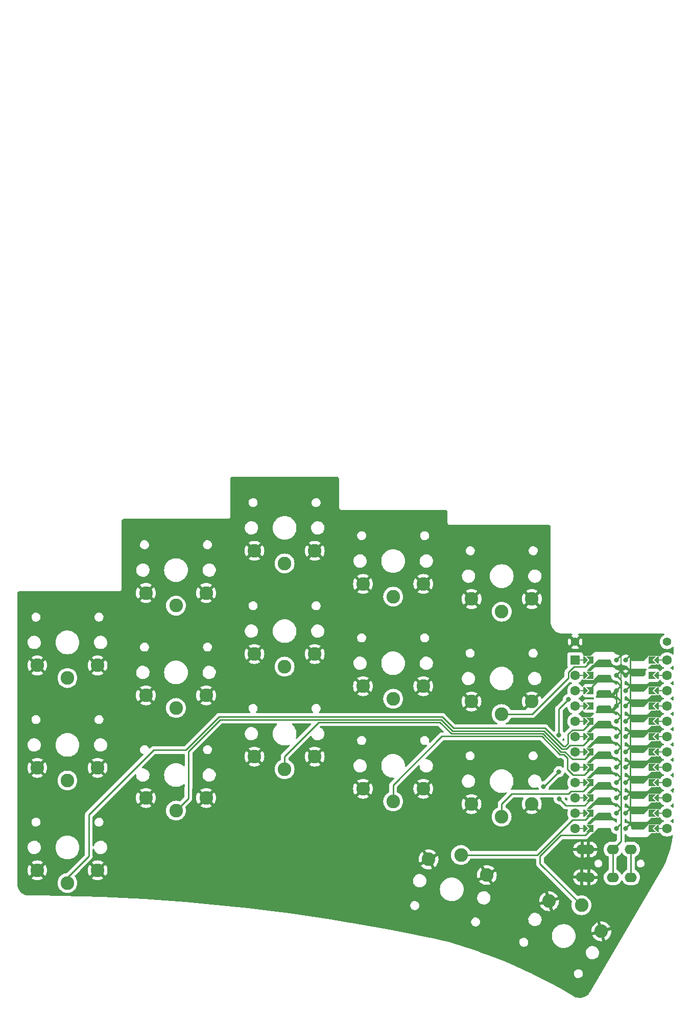
<source format=gbr>
%TF.GenerationSoftware,KiCad,Pcbnew,7.0.2*%
%TF.CreationDate,2023-04-26T16:25:08+02:00*%
%TF.ProjectId,half-swept,68616c66-2d73-4776-9570-742e6b696361,rev?*%
%TF.SameCoordinates,Original*%
%TF.FileFunction,Copper,L1,Top*%
%TF.FilePolarity,Positive*%
%FSLAX46Y46*%
G04 Gerber Fmt 4.6, Leading zero omitted, Abs format (unit mm)*
G04 Created by KiCad (PCBNEW 7.0.2) date 2023-04-26 16:25:08*
%MOMM*%
%LPD*%
G01*
G04 APERTURE LIST*
G04 Aperture macros list*
%AMFreePoly0*
4,1,5,0.125000,-0.500000,-0.125000,-0.500000,-0.125000,0.500000,0.125000,0.500000,0.125000,-0.500000,0.125000,-0.500000,$1*%
%AMFreePoly1*
4,1,6,0.600000,0.200000,0.000000,-0.400000,-0.600000,0.200000,-0.600000,0.400000,0.600000,0.400000,0.600000,0.200000,0.600000,0.200000,$1*%
%AMFreePoly2*
4,1,49,0.088388,4.152388,0.850389,3.390388,0.863767,3.372517,0.867157,3.369580,0.867925,3.366962,0.871711,3.361906,0.878287,3.331671,0.887000,3.302000,0.887000,0.762000,0.883823,0.739906,0.884144,0.735429,0.882835,0.733032,0.881937,0.726783,0.865213,0.700760,0.850389,0.673612,0.088388,-0.088388,0.064431,-0.106321,0.062500,-0.108253,0.061490,-0.108523,0.059906,-0.109710,
0.044798,-0.112996,0.000000,-0.125000,-0.004652,-0.123753,-0.008917,-0.124682,-0.028634,-0.117327,-0.062500,-0.108253,-0.068172,-0.102580,-0.074910,-0.100068,-0.087486,-0.083266,-0.108253,-0.062500,-0.111163,-0.051638,-0.117119,-0.043683,-0.118510,-0.024217,-0.125000,0.000000,-0.121245,0.014013,-0.122144,0.026571,-0.113772,0.041902,-0.108253,0.062500,-0.095631,0.075121,-0.088388,0.088388,
0.637000,0.813776,0.637000,3.250223,-0.088388,3.975612,-0.109710,4.004094,-0.124682,4.072917,-0.100068,4.138910,-0.043683,4.181119,0.026571,4.186144,0.088388,4.152388,0.088388,4.152388,$1*%
%AMFreePoly3*
4,1,6,0.600000,-0.250000,-0.600000,-0.250000,-0.600000,1.000000,0.000000,0.400000,0.600000,1.000000,0.600000,-0.250000,0.600000,-0.250000,$1*%
%AMFreePoly4*
4,1,49,0.088388,4.152388,0.854389,3.386388,0.867767,3.368517,0.871157,3.365580,0.871925,3.362962,0.875711,3.357906,0.882287,3.327671,0.891000,3.298000,0.891000,0.766000,0.887823,0.743906,0.888144,0.739429,0.886835,0.737032,0.885937,0.730783,0.869213,0.704760,0.854389,0.677612,0.088388,-0.088388,0.064431,-0.106321,0.062500,-0.108253,0.061490,-0.108523,0.059906,-0.109710,
0.044798,-0.112996,0.000000,-0.125000,-0.004652,-0.123753,-0.008917,-0.124682,-0.028634,-0.117327,-0.062500,-0.108253,-0.068172,-0.102580,-0.074910,-0.100068,-0.087486,-0.083266,-0.108253,-0.062500,-0.111163,-0.051638,-0.117119,-0.043683,-0.118510,-0.024217,-0.125000,0.000000,-0.121245,0.014013,-0.122144,0.026571,-0.113772,0.041902,-0.108253,0.062500,-0.095631,0.075121,-0.088388,0.088388,
0.641000,0.817776,0.641000,3.246223,-0.088388,3.975612,-0.109710,4.004094,-0.124682,4.072917,-0.100068,4.138910,-0.043683,4.181119,0.026571,4.186144,0.088388,4.152388,0.088388,4.152388,$1*%
G04 Aperture macros list end*
%TA.AperFunction,ComponentPad*%
%ADD10C,1.397000*%
%TD*%
%TA.AperFunction,ComponentPad*%
%ADD11O,2.000000X1.600000*%
%TD*%
%TA.AperFunction,ComponentPad*%
%ADD12C,2.262000*%
%TD*%
%TA.AperFunction,ComponentPad*%
%ADD13C,1.600000*%
%TD*%
%TA.AperFunction,SMDPad,CuDef*%
%ADD14FreePoly0,270.000000*%
%TD*%
%TA.AperFunction,SMDPad,CuDef*%
%ADD15FreePoly1,270.000000*%
%TD*%
%TA.AperFunction,SMDPad,CuDef*%
%ADD16FreePoly1,90.000000*%
%TD*%
%TA.AperFunction,SMDPad,CuDef*%
%ADD17FreePoly0,90.000000*%
%TD*%
%TA.AperFunction,ComponentPad*%
%ADD18R,1.600000X1.600000*%
%TD*%
%TA.AperFunction,SMDPad,CuDef*%
%ADD19FreePoly2,90.000000*%
%TD*%
%TA.AperFunction,ComponentPad*%
%ADD20C,0.800000*%
%TD*%
%TA.AperFunction,SMDPad,CuDef*%
%ADD21FreePoly3,90.000000*%
%TD*%
%TA.AperFunction,SMDPad,CuDef*%
%ADD22FreePoly3,270.000000*%
%TD*%
%TA.AperFunction,SMDPad,CuDef*%
%ADD23FreePoly4,270.000000*%
%TD*%
%TA.AperFunction,ViaPad*%
%ADD24C,0.800000*%
%TD*%
%TA.AperFunction,Conductor*%
%ADD25C,0.250000*%
%TD*%
G04 APERTURE END LIST*
D10*
%TO.P,B+,1*%
%TO.N,BT+_r*%
X126492000Y-45974000D03*
%TD*%
%TO.P,B-,1*%
%TO.N,gnd*%
X111252000Y-45974000D03*
%TD*%
D11*
%TO.P,J2,R1*%
%TO.N,Switch18*%
X117478000Y-80420000D03*
X117498000Y-85050000D03*
%TO.P,J2,R2*%
%TO.N,vcc*%
X120478000Y-80420000D03*
X120498000Y-85050000D03*
%TO.P,J2,S*%
%TO.N,gnd*%
X112398000Y-80450000D03*
X112378000Y-85020000D03*
%TO.P,J2,T*%
X113478000Y-80420000D03*
X113498000Y-85050000D03*
%TD*%
D12*
%TO.P,SW1,1*%
%TO.N,Switch1*%
X27080000Y-51980000D03*
%TO.P,SW1,2*%
%TO.N,gnd*%
X22080000Y-49880000D03*
X32080000Y-49880000D03*
%TD*%
%TO.P,SW2,1*%
%TO.N,Switch2*%
X45080000Y-39980000D03*
%TO.P,SW2,2*%
%TO.N,gnd*%
X40080000Y-37880000D03*
X50080000Y-37880000D03*
%TD*%
%TO.P,SW3,1*%
%TO.N,Switch3*%
X63080000Y-32980000D03*
%TO.P,SW3,2*%
%TO.N,gnd*%
X58080000Y-30880000D03*
X68080000Y-30880000D03*
%TD*%
%TO.P,SW4,1*%
%TO.N,Switch4*%
X81080000Y-38480000D03*
%TO.P,SW4,2*%
%TO.N,gnd*%
X76080000Y-36380000D03*
X86080000Y-36380000D03*
%TD*%
%TO.P,SW5,1*%
%TO.N,Switch5*%
X99080000Y-40980000D03*
%TO.P,SW5,2*%
%TO.N,gnd*%
X94080000Y-38880000D03*
X104080000Y-38880000D03*
%TD*%
%TO.P,SW6,1*%
%TO.N,Switch6*%
X27080000Y-68980000D03*
%TO.P,SW6,2*%
%TO.N,gnd*%
X22080000Y-66880000D03*
X32080000Y-66880000D03*
%TD*%
%TO.P,SW7,1*%
%TO.N,Switch7*%
X45080000Y-56954000D03*
%TO.P,SW7,2*%
%TO.N,gnd*%
X40080000Y-54854000D03*
X50080000Y-54854000D03*
%TD*%
%TO.P,SW8,1*%
%TO.N,Switch8*%
X63080000Y-50096000D03*
%TO.P,SW8,2*%
%TO.N,gnd*%
X58080000Y-47996000D03*
X68080000Y-47996000D03*
%TD*%
%TO.P,SW9,1*%
%TO.N,Switch9*%
X81080000Y-55430000D03*
%TO.P,SW9,2*%
%TO.N,gnd*%
X76080000Y-53330000D03*
X86080000Y-53330000D03*
%TD*%
%TO.P,SW10,1*%
%TO.N,Switch10*%
X99060000Y-57970000D03*
%TO.P,SW10,2*%
%TO.N,gnd*%
X94060000Y-55870000D03*
X104060000Y-55870000D03*
%TD*%
%TO.P,SW11,1*%
%TO.N,Switch11*%
X27080000Y-85980000D03*
%TO.P,SW11,2*%
%TO.N,gnd*%
X22080000Y-83880000D03*
X32080000Y-83880000D03*
%TD*%
%TO.P,SW12,1*%
%TO.N,Switch12*%
X45080000Y-73972000D03*
%TO.P,SW12,2*%
%TO.N,gnd*%
X40080000Y-71872000D03*
X50080000Y-71872000D03*
%TD*%
%TO.P,SW13,1*%
%TO.N,Switch13*%
X63080000Y-67114000D03*
%TO.P,SW13,2*%
%TO.N,gnd*%
X58080000Y-65014000D03*
X68080000Y-65014000D03*
%TD*%
%TO.P,SW14,1*%
%TO.N,Switch14*%
X81080000Y-72448000D03*
%TO.P,SW14,2*%
%TO.N,gnd*%
X76080000Y-70348000D03*
X86080000Y-70348000D03*
%TD*%
%TO.P,SW15,1*%
%TO.N,Switch15*%
X99060000Y-74988000D03*
%TO.P,SW15,2*%
%TO.N,gnd*%
X94060000Y-72888000D03*
X104060000Y-72888000D03*
%TD*%
%TO.P,SW17,1*%
%TO.N,Switch17*%
X112306000Y-89670450D03*
%TO.P,SW17,2*%
%TO.N,gnd*%
X115586127Y-93989103D03*
X106925873Y-88989103D03*
%TD*%
%TO.P,SW16,1*%
%TO.N,Switch16*%
X92323032Y-81331038D03*
%TO.P,SW16,2*%
%TO.N,gnd*%
X96609142Y-84653577D03*
X86949883Y-82065387D03*
%TD*%
D13*
%TO.P,U1,*%
%TO.N,*%
X126492000Y-49022000D03*
D14*
X125222000Y-49022000D03*
D15*
X124714000Y-49022000D03*
D16*
X113030000Y-49022000D03*
D17*
X112522000Y-49022000D03*
D13*
X111252000Y-49022000D03*
D18*
X111252000Y-49022000D03*
D13*
X126492000Y-51562000D03*
D14*
X125222000Y-51562000D03*
D15*
X124714000Y-51562000D03*
D16*
X113030000Y-51562000D03*
D17*
X112522000Y-51562000D03*
D13*
X111252000Y-51562000D03*
X126492000Y-54102000D03*
D14*
X125222000Y-54102000D03*
D15*
X124714000Y-54102000D03*
D16*
X113030000Y-54102000D03*
D17*
X112522000Y-54102000D03*
D13*
X111252000Y-54102000D03*
X126492000Y-56642000D03*
D14*
X125222000Y-56642000D03*
D15*
X124714000Y-56642000D03*
D16*
X113030000Y-56642000D03*
D17*
X112522000Y-56642000D03*
D13*
X111252000Y-56642000D03*
X126492000Y-59182000D03*
D14*
X125222000Y-59182000D03*
D15*
X124714000Y-59182000D03*
D16*
X113030000Y-59182000D03*
D17*
X112522000Y-59182000D03*
D13*
X111252000Y-59182000D03*
X126492000Y-61722000D03*
D14*
X125222000Y-61722000D03*
D15*
X124714000Y-61722000D03*
D16*
X113030000Y-61722000D03*
D17*
X112522000Y-61722000D03*
D13*
X111252000Y-61722000D03*
X126492000Y-64262000D03*
D14*
X125222000Y-64262000D03*
D15*
X124714000Y-64262000D03*
D16*
X113030000Y-64262000D03*
D17*
X112522000Y-64262000D03*
D13*
X111252000Y-64262000D03*
X126492000Y-66802000D03*
D14*
X125222000Y-66802000D03*
D15*
X124714000Y-66802000D03*
D16*
X113030000Y-66802000D03*
D17*
X112522000Y-66802000D03*
D13*
X111252000Y-66802000D03*
X126492000Y-69342000D03*
D14*
X125222000Y-69342000D03*
D15*
X124714000Y-69342000D03*
D16*
X113030000Y-69342000D03*
D17*
X112522000Y-69342000D03*
D13*
X111252000Y-69342000D03*
X126492000Y-71882000D03*
D14*
X125222000Y-71882000D03*
D15*
X124714000Y-71882000D03*
D16*
X113030000Y-71882000D03*
D17*
X112522000Y-71882000D03*
D13*
X111252000Y-71882000D03*
X126492000Y-74422000D03*
D14*
X125222000Y-74422000D03*
D15*
X124714000Y-74422000D03*
D16*
X113030000Y-74422000D03*
D17*
X112522000Y-74422000D03*
D13*
X111252000Y-74422000D03*
X126492000Y-76962000D03*
D14*
X125222000Y-76962000D03*
D15*
X124714000Y-76962000D03*
D16*
X113030000Y-76962000D03*
D17*
X112522000Y-76962000D03*
D13*
X111252000Y-76962000D03*
D19*
%TO.P,U1,1*%
%TO.N,Switch10*%
X118110000Y-49022000D03*
D20*
X118110000Y-49022000D03*
D21*
X114046000Y-49022000D03*
D19*
%TO.P,U1,2*%
%TO.N,Switch18*%
X118110000Y-51562000D03*
D20*
X118110000Y-51562000D03*
D21*
X114046000Y-51562000D03*
D19*
%TO.P,U1,3*%
%TO.N,gnd*%
X118110000Y-54102000D03*
D20*
X118110000Y-54102000D03*
D21*
X114046000Y-54102000D03*
D19*
%TO.P,U1,4*%
X118110000Y-56642000D03*
D20*
X118110000Y-56642000D03*
D21*
X114046000Y-56642000D03*
D19*
%TO.P,U1,5*%
%TO.N,Switch11*%
X118110000Y-59182000D03*
D20*
X118110000Y-59182000D03*
D21*
X114046000Y-59182000D03*
D19*
%TO.P,U1,6*%
%TO.N,Switch12*%
X118110000Y-61722000D03*
D20*
X118110000Y-61722000D03*
D21*
X114046000Y-61722000D03*
D19*
%TO.P,U1,7*%
%TO.N,Switch13*%
X118110000Y-64262000D03*
D20*
X118110000Y-64262000D03*
D21*
X114046000Y-64262000D03*
D19*
%TO.P,U1,8*%
%TO.N,Switch14*%
X118110000Y-66802000D03*
D20*
X118110000Y-66802000D03*
D21*
X114046000Y-66802000D03*
D19*
%TO.P,U1,9*%
%TO.N,Switch15*%
X118110000Y-69342000D03*
D20*
X118110000Y-69342000D03*
D21*
X114046000Y-69342000D03*
D19*
%TO.P,U1,10*%
%TO.N,Switch1*%
X118110000Y-71882000D03*
D20*
X118110000Y-71882000D03*
D21*
X114046000Y-71882000D03*
D19*
%TO.P,U1,11*%
%TO.N,Switch16*%
X118110000Y-74422000D03*
D20*
X118110000Y-74422000D03*
D21*
X114046000Y-74422000D03*
D19*
%TO.P,U1,12*%
%TO.N,Switch17*%
X118110000Y-76962000D03*
D20*
X118110000Y-76962000D03*
D21*
X114046000Y-76962000D03*
D22*
%TO.P,U1,13*%
%TO.N,Switch9*%
X123698000Y-76962000D03*
D23*
X119634000Y-76962000D03*
D20*
X119634000Y-76962000D03*
D22*
%TO.P,U1,14*%
%TO.N,Switch8*%
X123698000Y-74422000D03*
D23*
X119634000Y-74422000D03*
D20*
X119634000Y-74422000D03*
D22*
%TO.P,U1,15*%
%TO.N,Switch7*%
X123698000Y-71882000D03*
D23*
X119634000Y-71882000D03*
D20*
X119634000Y-71882000D03*
D22*
%TO.P,U1,16*%
%TO.N,Switch6*%
X123698000Y-69342000D03*
D23*
X119634000Y-69342000D03*
D20*
X119634000Y-69342000D03*
D22*
%TO.P,U1,17*%
%TO.N,Switch2*%
X123698000Y-66802000D03*
D23*
X119634000Y-66802000D03*
D20*
X119634000Y-66802000D03*
D22*
%TO.P,U1,18*%
%TO.N,Switch3*%
X123698000Y-64262000D03*
D23*
X119634000Y-64262000D03*
D20*
X119634000Y-64262000D03*
D22*
%TO.P,U1,19*%
%TO.N,Switch4*%
X123698000Y-61722000D03*
D23*
X119634000Y-61722000D03*
D20*
X119634000Y-61722000D03*
D22*
%TO.P,U1,20*%
%TO.N,Switch5*%
X123698000Y-59182000D03*
D23*
X119634000Y-59182000D03*
D20*
X119634000Y-59182000D03*
D22*
%TO.P,U1,21*%
%TO.N,vcc*%
X123698000Y-56642000D03*
D23*
X119634000Y-56642000D03*
D20*
X119634000Y-56642000D03*
D22*
%TO.P,U1,22*%
%TO.N,reset*%
X123698000Y-54102000D03*
D23*
X119634000Y-54102000D03*
D20*
X119634000Y-54102000D03*
D22*
%TO.P,U1,23*%
%TO.N,gnd*%
X123698000Y-51562000D03*
D23*
X119634000Y-51562000D03*
D20*
X119634000Y-51562000D03*
D22*
%TO.P,U1,24*%
%TO.N,raw*%
X123698000Y-49022000D03*
D23*
X119634000Y-49022000D03*
D20*
X119634000Y-49022000D03*
%TD*%
D24*
%TO.N,gnd*%
X115163600Y-52273200D03*
X109372400Y-45669200D03*
%TO.N,vcc*%
X106019600Y-70002400D03*
X110134400Y-55524400D03*
X108559600Y-67513200D03*
X108559600Y-61417200D03*
%TO.N,Switch1*%
X108610400Y-72034400D03*
%TD*%
D25*
%TO.N,gnd*%
X114046000Y-53390800D02*
X115163600Y-52273200D01*
X118110000Y-56642000D02*
X118110000Y-54102000D01*
X114046000Y-54102000D02*
X114046000Y-53390800D01*
%TO.N,vcc*%
X120498000Y-85050000D02*
X120498000Y-80440000D01*
X108559600Y-57099200D02*
X108559600Y-61417200D01*
X106019600Y-70002400D02*
X106070400Y-70002400D01*
X106070400Y-70002400D02*
X108559600Y-67513200D01*
X120498000Y-80440000D02*
X120478000Y-80420000D01*
X110134400Y-55524400D02*
X108559600Y-57099200D01*
%TO.N,Switch18*%
X118110000Y-51562000D02*
X118834511Y-52286511D01*
X118834511Y-52286511D02*
X118834511Y-79063489D01*
X117498000Y-80440000D02*
X117478000Y-80420000D01*
X118834511Y-79063489D02*
X117478000Y-80420000D01*
X117498000Y-85050000D02*
X117498000Y-80440000D01*
%TO.N,Switch1*%
X108610400Y-72034400D02*
X109677200Y-73101200D01*
X112826800Y-73101200D02*
X114046000Y-71882000D01*
X109677200Y-73101200D02*
X112826800Y-73101200D01*
%TO.N,Switch10*%
X112921489Y-50146511D02*
X114046000Y-49022000D01*
X110127489Y-51060911D02*
X111041889Y-50146511D01*
X104132800Y-57970000D02*
X110127489Y-51975311D01*
X111041889Y-50146511D02*
X112921489Y-50146511D01*
X110127489Y-51975311D02*
X110127489Y-51060911D01*
X99060000Y-57970000D02*
X104132800Y-57970000D01*
%TO.N,Switch11*%
X106257265Y-60306511D02*
X109255234Y-63304480D01*
X30632400Y-74676000D02*
X41360819Y-63947581D01*
X112630511Y-60597489D02*
X114046000Y-59182000D01*
X27080000Y-85086400D02*
X30632400Y-81534000D01*
X41360819Y-63947581D02*
X46719501Y-63947581D01*
X110083600Y-61300100D02*
X110786211Y-60597489D01*
X91088481Y-60306511D02*
X106257265Y-60306511D01*
X109255234Y-63304480D02*
X109592602Y-63304480D01*
X109592602Y-63304480D02*
X110083600Y-62813482D01*
X46719501Y-63947581D02*
X52247082Y-58420000D01*
X30632400Y-81534000D02*
X30632400Y-74676000D01*
X110786211Y-60597489D02*
X112630511Y-60597489D01*
X52247082Y-58420000D02*
X89201970Y-58420000D01*
X27080000Y-85980000D02*
X27080000Y-85086400D01*
X89201970Y-58420000D02*
X91088481Y-60306511D01*
X110083600Y-62813482D02*
X110083600Y-61300100D01*
%TO.N,Switch12*%
X112630511Y-63137489D02*
X114046000Y-61722000D01*
X47142400Y-71909600D02*
X47142400Y-70161021D01*
X52433280Y-58869520D02*
X89015773Y-58869520D01*
X47169021Y-70161021D02*
X47169021Y-64133779D01*
X109778800Y-63754000D02*
X110395311Y-63137489D01*
X47142400Y-70161021D02*
X47169021Y-70161021D01*
X110395311Y-63137489D02*
X112630511Y-63137489D01*
X47169021Y-64133779D02*
X52433280Y-58869520D01*
X90902284Y-60756031D02*
X106071067Y-60756031D01*
X45080000Y-73972000D02*
X47142400Y-71909600D01*
X106071067Y-60756031D02*
X109069036Y-63754000D01*
X89015773Y-58869520D02*
X90902284Y-60756031D01*
X109069036Y-63754000D02*
X109778800Y-63754000D01*
%TO.N,Switch13*%
X63080000Y-64980992D02*
X68741952Y-59319040D01*
X90716086Y-61205551D02*
X105884869Y-61205551D01*
X112877600Y-65430400D02*
X114046000Y-64262000D01*
X63080000Y-67114000D02*
X63080000Y-64980992D01*
X110794800Y-65430400D02*
X112877600Y-65430400D01*
X88829575Y-59319040D02*
X90716086Y-61205551D01*
X108882839Y-64203520D02*
X109567920Y-64203520D01*
X109567920Y-64203520D02*
X110794800Y-65430400D01*
X68741952Y-59319040D02*
X88829575Y-59319040D01*
X105884869Y-61205551D02*
X108882839Y-64203520D01*
%TO.N,Switch14*%
X89170129Y-61655071D02*
X105698671Y-61655071D01*
X109381722Y-64653040D02*
X109982000Y-65253318D01*
X109982000Y-67122300D02*
X110931700Y-68072000D01*
X108696642Y-64653040D02*
X109381722Y-64653040D01*
X81080000Y-69745200D02*
X89170129Y-61655071D01*
X109982000Y-65253318D02*
X109982000Y-67122300D01*
X105698671Y-61655071D02*
X108696642Y-64653040D01*
X81080000Y-72448000D02*
X81080000Y-69745200D01*
X112776000Y-68072000D02*
X114046000Y-66802000D01*
X110931700Y-68072000D02*
X112776000Y-68072000D01*
%TO.N,Switch15*%
X110126650Y-71170800D02*
X110539961Y-70757489D01*
X99060000Y-74988000D02*
X99060000Y-72854992D01*
X100744192Y-71170800D02*
X110126650Y-71170800D01*
X112630511Y-70757489D02*
X114046000Y-69342000D01*
X99060000Y-72854992D02*
X100744192Y-71170800D01*
X110539961Y-70757489D02*
X112630511Y-70757489D01*
%TO.N,Switch16*%
X110786211Y-75546511D02*
X112921489Y-75546511D01*
X112921489Y-75546511D02*
X114046000Y-74422000D01*
X105001684Y-81331038D02*
X110786211Y-75546511D01*
X92323032Y-81331038D02*
X105001684Y-81331038D01*
%TO.N,Switch17*%
X108881929Y-78086511D02*
X112921489Y-78086511D01*
X105410000Y-82774450D02*
X105410000Y-81558440D01*
X105410000Y-81558440D02*
X108881929Y-78086511D01*
X112921489Y-78086511D02*
X114046000Y-76962000D01*
X112306000Y-89670450D02*
X105410000Y-82774450D01*
%TD*%
%TA.AperFunction,Conductor*%
%TO.N,gnd*%
G36*
X71689106Y-18568342D02*
G01*
X71708867Y-18568340D01*
X71708869Y-18568341D01*
X71708901Y-18568340D01*
X71725326Y-18569415D01*
X71797645Y-18578928D01*
X71829415Y-18587439D01*
X71889089Y-18612152D01*
X71917580Y-18628600D01*
X71968821Y-18667918D01*
X71992081Y-18691178D01*
X72031399Y-18742419D01*
X72047848Y-18770912D01*
X72072559Y-18830582D01*
X72081071Y-18862357D01*
X72090583Y-18934658D01*
X72091659Y-18951108D01*
X72091656Y-18976173D01*
X72091660Y-18976192D01*
X72091660Y-23597785D01*
X72091636Y-23597866D01*
X72091636Y-23650000D01*
X72091636Y-23706029D01*
X72120640Y-23814267D01*
X72176671Y-23911311D01*
X72255910Y-23990545D01*
X72255912Y-23990546D01*
X72352955Y-24046570D01*
X72461195Y-24075567D01*
X72461196Y-24075566D01*
X72461197Y-24075567D01*
X72517226Y-24075564D01*
X72517496Y-24075562D01*
X89698262Y-24075500D01*
X89715444Y-24076677D01*
X89744796Y-24080717D01*
X89788077Y-24086675D01*
X89819523Y-24095260D01*
X89879966Y-24120547D01*
X89908157Y-24136912D01*
X89960089Y-24176857D01*
X89983142Y-24199910D01*
X90023087Y-24251842D01*
X90039452Y-24280033D01*
X90064739Y-24340476D01*
X90073324Y-24371922D01*
X90083321Y-24444544D01*
X90084498Y-24461736D01*
X90084402Y-25778825D01*
X90084376Y-26141713D01*
X90084376Y-26141715D01*
X90084376Y-26150000D01*
X90084376Y-26206035D01*
X90113381Y-26314285D01*
X90113382Y-26314286D01*
X90169416Y-26411340D01*
X90248659Y-26490583D01*
X90248661Y-26490584D01*
X90345715Y-26546619D01*
X90453965Y-26575624D01*
X90453966Y-26575624D01*
X90570469Y-26575624D01*
X90570473Y-26575622D01*
X106817153Y-26575500D01*
X106834821Y-26576745D01*
X106905857Y-26586812D01*
X106937326Y-26595549D01*
X106996391Y-26620579D01*
X107024561Y-26637116D01*
X107072299Y-26674233D01*
X107075203Y-26676491D01*
X107098177Y-26699720D01*
X107136990Y-26750789D01*
X107153221Y-26779146D01*
X107177597Y-26838476D01*
X107185990Y-26870052D01*
X107189164Y-26894371D01*
X107195439Y-26942456D01*
X107196498Y-26958786D01*
X107196493Y-26983298D01*
X107196501Y-26983338D01*
X107196501Y-42657978D01*
X107195759Y-42663261D01*
X107196424Y-42682237D01*
X107196501Y-42686644D01*
X107196501Y-42707660D01*
X107197489Y-42712207D01*
X107201191Y-42816158D01*
X107244191Y-43075314D01*
X107245370Y-43079211D01*
X107245372Y-43079218D01*
X107319099Y-43322838D01*
X107319103Y-43322849D01*
X107320284Y-43326751D01*
X107343205Y-43377625D01*
X107426519Y-43562542D01*
X107426522Y-43562548D01*
X107428196Y-43566263D01*
X107430335Y-43569730D01*
X107430337Y-43569734D01*
X107480666Y-43651318D01*
X107566122Y-43789842D01*
X107731753Y-43993747D01*
X107734707Y-43996550D01*
X107734709Y-43996552D01*
X107919363Y-44171763D01*
X107919370Y-44171768D01*
X107922319Y-44174567D01*
X107925610Y-44176965D01*
X107925616Y-44176970D01*
X108050151Y-44267716D01*
X108134631Y-44329275D01*
X108138205Y-44331228D01*
X108138207Y-44331230D01*
X108305560Y-44422715D01*
X108365137Y-44455283D01*
X108609979Y-44550484D01*
X108865062Y-44613283D01*
X109126117Y-44642631D01*
X109257203Y-44640417D01*
X110681147Y-44640181D01*
X110749216Y-44660156D01*
X110795718Y-44713804D01*
X110805833Y-44784076D01*
X110776351Y-44848662D01*
X110726631Y-44883656D01*
X110711914Y-44889357D01*
X110597443Y-44960233D01*
X111206889Y-45569679D01*
X111124850Y-45582673D01*
X111010146Y-45641117D01*
X110919117Y-45732146D01*
X110860673Y-45846850D01*
X110847679Y-45928889D01*
X110236064Y-45317274D01*
X110236062Y-45317274D01*
X110221818Y-45336136D01*
X110122150Y-45536297D01*
X110060961Y-45751357D01*
X110040330Y-45973999D01*
X110060961Y-46196642D01*
X110122150Y-46411701D01*
X110221820Y-46611864D01*
X110236062Y-46630724D01*
X110236063Y-46630725D01*
X110847678Y-46019109D01*
X110860673Y-46101150D01*
X110919117Y-46215854D01*
X111010146Y-46306883D01*
X111124850Y-46365327D01*
X111206888Y-46378320D01*
X110597443Y-46987765D01*
X110711909Y-47058640D01*
X110920410Y-47139413D01*
X111140203Y-47180500D01*
X111363797Y-47180500D01*
X111583589Y-47139413D01*
X111792088Y-47058641D01*
X111906554Y-46987765D01*
X111297110Y-46378321D01*
X111379150Y-46365327D01*
X111493854Y-46306883D01*
X111584883Y-46215854D01*
X111643327Y-46101150D01*
X111656321Y-46019110D01*
X112267935Y-46630725D01*
X112267936Y-46630724D01*
X112282180Y-46611864D01*
X112381849Y-46411701D01*
X112443038Y-46196642D01*
X112463669Y-45973999D01*
X112443038Y-45751357D01*
X112381849Y-45536297D01*
X112282181Y-45336137D01*
X112267936Y-45317274D01*
X111656320Y-45928888D01*
X111643327Y-45846850D01*
X111584883Y-45732146D01*
X111493854Y-45641117D01*
X111379150Y-45582673D01*
X111297110Y-45569678D01*
X111906554Y-44960233D01*
X111792083Y-44889356D01*
X111776884Y-44883468D01*
X111720589Y-44840209D01*
X111696619Y-44773381D01*
X111712583Y-44704203D01*
X111763414Y-44654637D01*
X111822317Y-44639992D01*
X125933425Y-44637657D01*
X126001545Y-44657647D01*
X126048047Y-44711295D01*
X126058162Y-44781567D01*
X126028680Y-44846153D01*
X125986692Y-44877851D01*
X125886194Y-44924714D01*
X125713188Y-45045854D01*
X125563854Y-45195188D01*
X125442714Y-45368194D01*
X125353457Y-45559605D01*
X125298796Y-45763605D01*
X125280389Y-45973999D01*
X125298796Y-46184394D01*
X125353457Y-46388395D01*
X125442714Y-46579807D01*
X125563854Y-46752812D01*
X125713187Y-46902145D01*
X125886192Y-47023285D01*
X126077604Y-47112542D01*
X126121113Y-47124200D01*
X126281606Y-47167204D01*
X126492000Y-47185611D01*
X126702394Y-47167204D01*
X126906395Y-47112542D01*
X127097806Y-47023286D01*
X127270809Y-46902148D01*
X127314298Y-46858659D01*
X127394405Y-46778553D01*
X127456717Y-46744527D01*
X127527532Y-46749592D01*
X127584368Y-46792139D01*
X127609179Y-46858659D01*
X127609500Y-46867648D01*
X127609500Y-47984811D01*
X127589498Y-48052932D01*
X127535842Y-48099425D01*
X127465568Y-48109529D01*
X127400988Y-48080035D01*
X127394405Y-48073906D01*
X127336303Y-48015804D01*
X127148750Y-47884477D01*
X126941243Y-47787715D01*
X126720087Y-47728457D01*
X126492000Y-47708502D01*
X126263912Y-47728457D01*
X126042756Y-47787715D01*
X125835249Y-47884477D01*
X125647696Y-48015804D01*
X125485804Y-48177696D01*
X125432944Y-48253189D01*
X125380505Y-48328080D01*
X125379481Y-48329542D01*
X125324024Y-48373870D01*
X125276268Y-48383271D01*
X125275156Y-48383271D01*
X125207035Y-48363269D01*
X125205155Y-48362037D01*
X125186457Y-48349543D01*
X125166989Y-48336535D01*
X125153212Y-48327330D01*
X125114000Y-48319531D01*
X124914000Y-48319531D01*
X124871016Y-48328080D01*
X124808245Y-48347733D01*
X124739778Y-48328948D01*
X124737283Y-48327344D01*
X124698000Y-48319531D01*
X123448000Y-48319531D01*
X123408787Y-48327330D01*
X123375543Y-48349543D01*
X123353330Y-48382787D01*
X123345531Y-48421999D01*
X123345531Y-48426508D01*
X123325529Y-48494629D01*
X123295042Y-48527375D01*
X123272303Y-48544397D01*
X122704333Y-49112367D01*
X122642021Y-49146392D01*
X122615238Y-49149271D01*
X120716760Y-49149271D01*
X120648639Y-49129269D01*
X120627665Y-49112366D01*
X120580253Y-49064954D01*
X120546227Y-49002642D01*
X120544039Y-48989040D01*
X120527542Y-48832072D01*
X120488406Y-48711625D01*
X120468527Y-48650443D01*
X120373041Y-48485057D01*
X120245252Y-48343133D01*
X120110788Y-48245439D01*
X120090752Y-48230882D01*
X119916288Y-48153206D01*
X119729487Y-48113500D01*
X119538513Y-48113500D01*
X119413979Y-48139970D01*
X119351711Y-48153206D01*
X119177246Y-48230883D01*
X119022747Y-48343133D01*
X118965636Y-48406562D01*
X118905190Y-48443801D01*
X118834206Y-48442449D01*
X118778364Y-48406562D01*
X118721252Y-48343133D01*
X118586788Y-48245439D01*
X118566752Y-48230882D01*
X118392288Y-48153206D01*
X118205487Y-48113500D01*
X118205485Y-48113500D01*
X118156990Y-48113500D01*
X118088869Y-48093498D01*
X118067894Y-48076595D01*
X117967095Y-47975796D01*
X117853530Y-47862230D01*
X117836629Y-47841257D01*
X117834705Y-47838263D01*
X117799581Y-47807828D01*
X117792999Y-47801699D01*
X117786942Y-47795642D01*
X117780755Y-47791011D01*
X117763217Y-47767584D01*
X117669802Y-47707551D01*
X117662414Y-47702422D01*
X117622032Y-47672193D01*
X117609600Y-47673755D01*
X117577416Y-47663992D01*
X117529435Y-47642080D01*
X117519961Y-47640718D01*
X117493871Y-47634059D01*
X117484892Y-47630710D01*
X117420664Y-47626117D01*
X117411725Y-47625156D01*
X117384703Y-47621271D01*
X117379905Y-47621271D01*
X117357400Y-47621271D01*
X117348413Y-47620950D01*
X117339041Y-47620279D01*
X117330438Y-47620895D01*
X117329671Y-47620950D01*
X117320684Y-47621271D01*
X114884200Y-47621271D01*
X114857419Y-47618392D01*
X114856559Y-47618205D01*
X114853939Y-47617635D01*
X114853938Y-47617635D01*
X114807582Y-47620950D01*
X114798595Y-47621271D01*
X114790020Y-47621271D01*
X114782374Y-47622370D01*
X114753419Y-47618205D01*
X114716897Y-47626150D01*
X114716893Y-47626152D01*
X114708090Y-47628066D01*
X114708089Y-47628067D01*
X114695940Y-47630710D01*
X114644913Y-47641810D01*
X114636062Y-47643406D01*
X114586131Y-47650585D01*
X114578438Y-47660488D01*
X114548799Y-47676332D01*
X114499291Y-47694806D01*
X114491661Y-47700520D01*
X114468493Y-47714269D01*
X114459817Y-47718231D01*
X114459813Y-47718234D01*
X114459814Y-47718234D01*
X114411079Y-47760464D01*
X114404102Y-47766087D01*
X114382249Y-47782451D01*
X114363041Y-47801665D01*
X114356456Y-47807797D01*
X114349308Y-47813991D01*
X114343142Y-47821107D01*
X114337019Y-47827682D01*
X113882074Y-48282627D01*
X113819764Y-48316651D01*
X113792981Y-48319531D01*
X113046000Y-48319531D01*
X113003015Y-48328080D01*
X112940241Y-48347733D01*
X112871775Y-48328946D01*
X112869282Y-48327344D01*
X112830000Y-48319531D01*
X112686500Y-48319531D01*
X112618379Y-48299529D01*
X112571886Y-48245873D01*
X112560500Y-48193531D01*
X112560500Y-48176730D01*
X112560500Y-48176729D01*
X112560500Y-48173362D01*
X112553989Y-48112799D01*
X112502889Y-47975796D01*
X112498716Y-47970221D01*
X112415261Y-47858738D01*
X112298205Y-47771111D01*
X112213753Y-47739612D01*
X112161201Y-47720011D01*
X112100638Y-47713500D01*
X112097269Y-47713500D01*
X111314633Y-47713500D01*
X111303653Y-47713021D01*
X111252000Y-47708502D01*
X111200347Y-47713021D01*
X111189367Y-47713500D01*
X110403362Y-47713500D01*
X110400013Y-47713859D01*
X110400013Y-47713860D01*
X110342799Y-47720011D01*
X110205794Y-47771111D01*
X110088738Y-47858738D01*
X110001111Y-47975794D01*
X109960247Y-48085355D01*
X109950011Y-48112799D01*
X109943500Y-48173362D01*
X109943500Y-48176730D01*
X109943500Y-48959365D01*
X109943021Y-48970345D01*
X109938502Y-49021999D01*
X109943021Y-49073653D01*
X109943500Y-49084633D01*
X109943500Y-49870638D01*
X109950011Y-49931201D01*
X109969070Y-49982299D01*
X110001110Y-50068203D01*
X110031228Y-50108436D01*
X110056038Y-50174957D01*
X110040946Y-50244331D01*
X110019454Y-50273040D01*
X109738829Y-50553665D01*
X109722506Y-50566743D01*
X109673859Y-50618546D01*
X109671110Y-50621383D01*
X109654156Y-50638338D01*
X109654149Y-50638345D01*
X109651354Y-50641141D01*
X109648931Y-50644263D01*
X109648915Y-50644282D01*
X109648854Y-50644362D01*
X109641178Y-50653347D01*
X109610903Y-50685588D01*
X109601141Y-50703345D01*
X109590290Y-50719863D01*
X109577874Y-50735870D01*
X109560313Y-50776450D01*
X109555093Y-50787106D01*
X109533793Y-50825851D01*
X109528756Y-50845470D01*
X109522353Y-50864172D01*
X109514307Y-50882766D01*
X109507390Y-50926435D01*
X109504984Y-50938055D01*
X109493989Y-50980880D01*
X109493989Y-51001134D01*
X109492438Y-51020844D01*
X109489268Y-51040853D01*
X109493430Y-51084872D01*
X109493989Y-51096730D01*
X109493989Y-51660714D01*
X109473987Y-51728835D01*
X109457084Y-51749809D01*
X105821770Y-55385122D01*
X105759458Y-55419148D01*
X105688642Y-55414083D01*
X105631807Y-55371536D01*
X105616266Y-55344245D01*
X105524875Y-55123610D01*
X105390078Y-54903640D01*
X105388000Y-54901208D01*
X104738900Y-55550308D01*
X104713941Y-55492447D01*
X104609244Y-55351815D01*
X104474938Y-55239118D01*
X104379567Y-55191221D01*
X105028790Y-54541997D01*
X105026361Y-54539923D01*
X104806391Y-54405125D01*
X104568044Y-54306397D01*
X104317189Y-54246173D01*
X104060000Y-54225932D01*
X103802810Y-54246173D01*
X103551955Y-54306397D01*
X103313608Y-54405125D01*
X103093638Y-54539923D01*
X103091207Y-54541998D01*
X103738201Y-55188992D01*
X103721109Y-55195213D01*
X103574627Y-55291555D01*
X103454312Y-55419082D01*
X103379482Y-55548691D01*
X102731998Y-54901207D01*
X102729923Y-54903638D01*
X102595125Y-55123608D01*
X102496397Y-55361955D01*
X102436173Y-55612810D01*
X102415932Y-55869999D01*
X102436173Y-56127189D01*
X102496397Y-56378044D01*
X102595125Y-56616391D01*
X102729923Y-56836361D01*
X102731997Y-56838790D01*
X103381098Y-56189689D01*
X103406059Y-56247553D01*
X103510756Y-56388185D01*
X103645062Y-56500882D01*
X103740431Y-56548778D01*
X103091208Y-57198000D01*
X103091505Y-57205554D01*
X103074192Y-57274408D01*
X103022403Y-57322971D01*
X102965602Y-57336500D01*
X100656369Y-57336500D01*
X100588248Y-57316498D01*
X100541755Y-57262842D01*
X100539960Y-57258718D01*
X100525321Y-57223377D01*
X100390485Y-57003345D01*
X100222887Y-56807112D01*
X100026654Y-56639514D01*
X99806622Y-56504678D01*
X99568201Y-56405921D01*
X99317267Y-56345677D01*
X99060000Y-56325430D01*
X98802732Y-56345677D01*
X98551798Y-56405921D01*
X98313377Y-56504678D01*
X98093345Y-56639514D01*
X97897112Y-56807112D01*
X97729514Y-57003345D01*
X97594678Y-57223377D01*
X97495921Y-57461798D01*
X97435677Y-57712732D01*
X97415778Y-57965584D01*
X97415430Y-57970000D01*
X97426990Y-58116887D01*
X97435677Y-58227267D01*
X97495921Y-58478201D01*
X97594678Y-58716622D01*
X97729514Y-58936654D01*
X97897112Y-59132887D01*
X98093345Y-59300485D01*
X98320325Y-59439579D01*
X98367956Y-59492226D01*
X98379563Y-59562268D01*
X98351460Y-59627465D01*
X98292569Y-59667119D01*
X98254490Y-59673011D01*
X91403076Y-59673011D01*
X91334955Y-59653009D01*
X91313981Y-59636106D01*
X89709214Y-58031339D01*
X89696141Y-58015021D01*
X89693619Y-58012653D01*
X89648197Y-57969999D01*
X89644318Y-57966356D01*
X89641476Y-57963601D01*
X89624544Y-57946669D01*
X89621740Y-57943865D01*
X89618545Y-57941386D01*
X89609524Y-57933682D01*
X89577290Y-57903413D01*
X89559537Y-57893653D01*
X89543011Y-57882797D01*
X89539727Y-57880250D01*
X89527011Y-57870386D01*
X89486435Y-57852827D01*
X89475774Y-57847604D01*
X89437033Y-57826305D01*
X89423283Y-57822775D01*
X89417407Y-57821266D01*
X89398701Y-57814862D01*
X89380115Y-57806819D01*
X89336445Y-57799902D01*
X89324823Y-57797495D01*
X89282000Y-57786500D01*
X89281999Y-57786500D01*
X89261746Y-57786500D01*
X89242036Y-57784949D01*
X89222027Y-57781779D01*
X89178009Y-57785941D01*
X89166151Y-57786500D01*
X68888617Y-57786500D01*
X68820496Y-57766498D01*
X68774003Y-57712842D01*
X68763899Y-57642568D01*
X68793393Y-57577988D01*
X68796968Y-57574033D01*
X68801823Y-57568887D01*
X68902296Y-57462393D01*
X68989467Y-57311407D01*
X69039469Y-57144388D01*
X69049607Y-56970340D01*
X69019332Y-56798646D01*
X68950279Y-56638562D01*
X68936460Y-56620000D01*
X68846169Y-56498718D01*
X68712614Y-56386650D01*
X68556817Y-56308407D01*
X68556816Y-56308406D01*
X68556815Y-56308406D01*
X68387171Y-56268200D01*
X68256564Y-56268200D01*
X68252936Y-56268623D01*
X68252919Y-56268625D01*
X68126834Y-56283363D01*
X67963006Y-56342991D01*
X67817348Y-56438792D01*
X67697703Y-56565607D01*
X67610533Y-56716593D01*
X67560531Y-56883612D01*
X67550393Y-57057659D01*
X67580668Y-57229355D01*
X67649721Y-57389439D01*
X67753832Y-57529283D01*
X67795180Y-57563979D01*
X67834507Y-57623088D01*
X67835633Y-57694076D01*
X67798202Y-57754403D01*
X67734097Y-57784917D01*
X67714189Y-57786500D01*
X58448617Y-57786500D01*
X58380496Y-57766498D01*
X58334003Y-57712842D01*
X58323899Y-57642568D01*
X58353393Y-57577988D01*
X58356968Y-57574033D01*
X58361823Y-57568887D01*
X58462296Y-57462393D01*
X58549467Y-57311407D01*
X58599469Y-57144388D01*
X58609607Y-56970340D01*
X58579332Y-56798646D01*
X58510279Y-56638562D01*
X58496460Y-56620000D01*
X58406169Y-56498718D01*
X58272614Y-56386650D01*
X58116817Y-56308407D01*
X58116816Y-56308406D01*
X58116815Y-56308406D01*
X57947171Y-56268200D01*
X57816564Y-56268200D01*
X57812936Y-56268623D01*
X57812919Y-56268625D01*
X57686834Y-56283363D01*
X57523006Y-56342991D01*
X57377348Y-56438792D01*
X57257703Y-56565607D01*
X57170533Y-56716593D01*
X57120531Y-56883612D01*
X57110393Y-57057659D01*
X57140668Y-57229355D01*
X57209721Y-57389439D01*
X57313832Y-57529283D01*
X57355180Y-57563979D01*
X57394507Y-57623088D01*
X57395633Y-57694076D01*
X57358202Y-57754403D01*
X57294097Y-57784917D01*
X57274189Y-57786500D01*
X52330935Y-57786500D01*
X52310146Y-57784204D01*
X52239096Y-57786438D01*
X52235137Y-57786500D01*
X52207226Y-57786500D01*
X52203300Y-57786995D01*
X52203282Y-57786997D01*
X52203190Y-57787009D01*
X52191385Y-57787937D01*
X52147193Y-57789326D01*
X52127740Y-57794978D01*
X52108386Y-57798986D01*
X52088287Y-57801525D01*
X52082829Y-57803686D01*
X52047173Y-57817802D01*
X52035956Y-57821643D01*
X51999646Y-57832193D01*
X51993489Y-57833982D01*
X51977379Y-57843509D01*
X51976046Y-57844297D01*
X51958299Y-57852990D01*
X51939466Y-57860446D01*
X51903693Y-57886437D01*
X51893775Y-57892951D01*
X51855721Y-57915457D01*
X51841394Y-57929783D01*
X51826365Y-57942618D01*
X51809976Y-57954525D01*
X51781783Y-57988604D01*
X51773795Y-57997381D01*
X46494001Y-63277176D01*
X46431689Y-63311202D01*
X46404906Y-63314081D01*
X41444673Y-63314081D01*
X41423883Y-63311785D01*
X41352821Y-63314019D01*
X41348863Y-63314081D01*
X41320963Y-63314081D01*
X41317038Y-63314576D01*
X41317017Y-63314578D01*
X41316943Y-63314588D01*
X41305132Y-63315517D01*
X41260928Y-63316906D01*
X41241472Y-63322559D01*
X41222120Y-63326567D01*
X41202019Y-63329107D01*
X41160913Y-63345381D01*
X41149689Y-63349224D01*
X41107224Y-63361562D01*
X41089779Y-63371878D01*
X41072036Y-63380570D01*
X41053203Y-63388027D01*
X41017435Y-63414014D01*
X41007516Y-63420530D01*
X40969455Y-63443039D01*
X40955130Y-63457364D01*
X40940103Y-63470198D01*
X40923713Y-63482106D01*
X40895520Y-63516185D01*
X40887532Y-63524962D01*
X40763791Y-63648703D01*
X40701479Y-63682729D01*
X40630664Y-63677664D01*
X40573828Y-63635117D01*
X40559003Y-63609519D01*
X40510279Y-63496562D01*
X40510278Y-63496560D01*
X40510277Y-63496558D01*
X40406169Y-63356718D01*
X40272614Y-63244650D01*
X40116817Y-63166407D01*
X40116816Y-63166406D01*
X40116815Y-63166406D01*
X39947171Y-63126200D01*
X39816564Y-63126200D01*
X39812936Y-63126623D01*
X39812919Y-63126625D01*
X39686834Y-63141363D01*
X39523006Y-63200991D01*
X39377348Y-63296792D01*
X39257703Y-63423607D01*
X39170533Y-63574593D01*
X39120531Y-63741612D01*
X39110393Y-63915659D01*
X39140668Y-64087355D01*
X39209721Y-64247439D01*
X39313830Y-64387281D01*
X39313831Y-64387282D01*
X39313832Y-64387283D01*
X39324439Y-64396183D01*
X39447385Y-64499349D01*
X39473691Y-64512560D01*
X39601505Y-64576750D01*
X39653404Y-64625197D01*
X39670871Y-64694011D01*
X39648361Y-64761345D01*
X39634052Y-64778443D01*
X30243736Y-74168757D01*
X30227416Y-74181833D01*
X30178770Y-74233635D01*
X30176021Y-74236472D01*
X30159067Y-74253427D01*
X30159060Y-74253434D01*
X30156265Y-74256230D01*
X30153842Y-74259352D01*
X30153826Y-74259371D01*
X30153765Y-74259451D01*
X30146089Y-74268436D01*
X30115814Y-74300677D01*
X30106052Y-74318434D01*
X30095201Y-74334952D01*
X30082785Y-74350959D01*
X30065224Y-74391539D01*
X30060004Y-74402195D01*
X30038704Y-74440940D01*
X30033667Y-74460559D01*
X30027264Y-74479261D01*
X30019218Y-74497855D01*
X30012301Y-74541524D01*
X30009895Y-74553144D01*
X29998900Y-74595969D01*
X29998900Y-74616223D01*
X29997349Y-74635933D01*
X29994179Y-74655942D01*
X29998341Y-74699961D01*
X29998900Y-74711819D01*
X29998900Y-81219404D01*
X29978898Y-81287525D01*
X29961995Y-81308499D01*
X26955553Y-84314940D01*
X26893241Y-84348966D01*
X26876347Y-84351456D01*
X26822738Y-84355676D01*
X26822734Y-84355676D01*
X26822733Y-84355677D01*
X26790144Y-84363501D01*
X26571798Y-84415921D01*
X26333377Y-84514678D01*
X26113345Y-84649514D01*
X25917112Y-84817112D01*
X25749514Y-85013345D01*
X25614678Y-85233377D01*
X25515921Y-85471798D01*
X25455677Y-85722732D01*
X25435430Y-85980000D01*
X25455677Y-86237267D01*
X25515921Y-86488201D01*
X25614678Y-86726622D01*
X25749514Y-86946654D01*
X25917112Y-87142887D01*
X26113345Y-87310485D01*
X26333377Y-87445321D01*
X26333379Y-87445321D01*
X26333381Y-87445323D01*
X26571800Y-87544079D01*
X26822733Y-87604323D01*
X27080000Y-87624570D01*
X27337267Y-87604323D01*
X27588200Y-87544079D01*
X27826619Y-87445323D01*
X28046654Y-87310485D01*
X28242887Y-87142887D01*
X28339301Y-87030000D01*
X88825980Y-87030000D01*
X88846033Y-87310367D01*
X88905778Y-87585010D01*
X88905781Y-87585018D01*
X89004008Y-87848375D01*
X89085116Y-87996914D01*
X89138716Y-88095075D01*
X89307160Y-88320090D01*
X89505909Y-88518839D01*
X89629757Y-88611550D01*
X89730927Y-88687285D01*
X89977625Y-88821992D01*
X90240982Y-88920219D01*
X90240985Y-88920219D01*
X90240989Y-88920221D01*
X90515632Y-88979966D01*
X90515637Y-88979967D01*
X90725825Y-88995000D01*
X90728082Y-88995000D01*
X90863918Y-88995000D01*
X90866175Y-88995000D01*
X91076363Y-88979967D01*
X91236197Y-88945197D01*
X91351010Y-88920221D01*
X91351011Y-88920220D01*
X91351018Y-88920219D01*
X91614375Y-88821992D01*
X91861073Y-88687285D01*
X92086088Y-88518841D01*
X92204071Y-88400858D01*
X95003434Y-88400858D01*
X95013443Y-88610963D01*
X95063033Y-88815374D01*
X95150412Y-89006710D01*
X95272422Y-89178048D01*
X95272423Y-89178049D01*
X95424655Y-89323202D01*
X95538374Y-89396285D01*
X95601607Y-89436922D01*
X95796879Y-89515098D01*
X96003421Y-89554905D01*
X96158059Y-89554905D01*
X96161060Y-89554905D01*
X96317981Y-89539921D01*
X96519803Y-89480661D01*
X96706762Y-89384276D01*
X96872102Y-89254252D01*
X97009847Y-89095286D01*
X97071152Y-88989103D01*
X105281805Y-88989103D01*
X105295490Y-89163001D01*
X106178250Y-88926466D01*
X106172045Y-89033009D01*
X106202489Y-89205670D01*
X106271932Y-89366656D01*
X106309561Y-89417201D01*
X105427100Y-89653656D01*
X105460997Y-89735492D01*
X105595797Y-89955466D01*
X105763340Y-90151635D01*
X105959509Y-90319178D01*
X106179481Y-90453977D01*
X106417828Y-90552705D01*
X106668683Y-90612929D01*
X106925872Y-90633170D01*
X107099771Y-90619483D01*
X106863874Y-89739103D01*
X106969557Y-89739103D01*
X107100012Y-89723855D01*
X107264764Y-89663890D01*
X107353926Y-89605247D01*
X107590427Y-90487874D01*
X107672260Y-90453979D01*
X107892236Y-90319178D01*
X108088405Y-90151635D01*
X108255948Y-89955466D01*
X108390747Y-89735494D01*
X108489475Y-89497147D01*
X108549699Y-89246292D01*
X108569940Y-88989103D01*
X108556253Y-88815203D01*
X107673495Y-89051736D01*
X107679701Y-88945197D01*
X107649257Y-88772536D01*
X107579814Y-88611550D01*
X107542182Y-88561002D01*
X108424644Y-88324548D01*
X108390748Y-88242713D01*
X108255948Y-88022739D01*
X108088405Y-87826570D01*
X107892236Y-87659027D01*
X107672264Y-87524228D01*
X107433917Y-87425500D01*
X107183062Y-87365276D01*
X106925872Y-87345035D01*
X106751973Y-87358720D01*
X106987871Y-88239103D01*
X106882189Y-88239103D01*
X106751734Y-88254351D01*
X106586982Y-88314316D01*
X106497818Y-88372959D01*
X106261318Y-87490330D01*
X106179483Y-87524227D01*
X105959509Y-87659027D01*
X105763340Y-87826570D01*
X105595797Y-88022739D01*
X105460998Y-88242711D01*
X105362270Y-88481058D01*
X105302046Y-88731913D01*
X105281805Y-88989103D01*
X97071152Y-88989103D01*
X97115018Y-88913124D01*
X97183814Y-88714351D01*
X97213749Y-88506150D01*
X97203740Y-88296046D01*
X97154150Y-88091634D01*
X97076523Y-87921653D01*
X97066771Y-87900299D01*
X96944761Y-87728961D01*
X96881332Y-87668482D01*
X96792529Y-87583808D01*
X96730708Y-87544078D01*
X96615576Y-87470087D01*
X96420304Y-87391911D01*
X96213763Y-87352105D01*
X96056124Y-87352105D01*
X96053149Y-87352389D01*
X96053150Y-87352389D01*
X95899199Y-87367089D01*
X95697381Y-87426348D01*
X95510422Y-87522733D01*
X95345081Y-87652759D01*
X95207336Y-87811724D01*
X95102166Y-87993885D01*
X95033369Y-88192661D01*
X95003434Y-88400858D01*
X92204071Y-88400858D01*
X92284841Y-88320088D01*
X92453285Y-88095073D01*
X92587992Y-87848375D01*
X92686219Y-87585018D01*
X92686483Y-87583807D01*
X92736825Y-87352389D01*
X92745967Y-87310363D01*
X92766019Y-87030000D01*
X92745967Y-86749637D01*
X92718077Y-86621430D01*
X92686221Y-86474989D01*
X92686219Y-86474985D01*
X92686219Y-86474982D01*
X92587992Y-86211625D01*
X92453285Y-85964927D01*
X92400415Y-85894300D01*
X92284839Y-85739909D01*
X92086090Y-85541160D01*
X91861075Y-85372716D01*
X91779850Y-85328364D01*
X91614375Y-85238008D01*
X91351018Y-85139781D01*
X91351010Y-85139778D01*
X91076367Y-85080033D01*
X90868425Y-85065160D01*
X90868399Y-85065159D01*
X90866175Y-85065000D01*
X90725825Y-85065000D01*
X90723601Y-85065159D01*
X90723574Y-85065160D01*
X90515632Y-85080033D01*
X90240989Y-85139778D01*
X90116367Y-85186260D01*
X89977625Y-85238008D01*
X89977623Y-85238008D01*
X89977623Y-85238009D01*
X89730924Y-85372716D01*
X89505909Y-85541160D01*
X89307160Y-85739909D01*
X89138716Y-85964924D01*
X89033788Y-86157087D01*
X89004008Y-86211625D01*
X88996233Y-86232470D01*
X88905778Y-86474989D01*
X88846033Y-86749632D01*
X88825980Y-87030000D01*
X28339301Y-87030000D01*
X28410485Y-86946654D01*
X28545323Y-86726619D01*
X28644079Y-86488200D01*
X28704323Y-86237267D01*
X28724570Y-85980000D01*
X28704323Y-85722733D01*
X28663777Y-85553848D01*
X84378250Y-85553848D01*
X84388259Y-85763953D01*
X84437849Y-85968364D01*
X84525228Y-86159700D01*
X84645075Y-86328000D01*
X84647239Y-86331039D01*
X84799471Y-86476192D01*
X84913191Y-86549275D01*
X84976423Y-86589912D01*
X85171695Y-86668088D01*
X85378237Y-86707895D01*
X85532875Y-86707895D01*
X85535876Y-86707895D01*
X85692797Y-86692911D01*
X85894619Y-86633651D01*
X86081578Y-86537266D01*
X86246918Y-86407242D01*
X86384663Y-86248276D01*
X86489834Y-86066114D01*
X86558630Y-85867341D01*
X86588565Y-85659140D01*
X86578556Y-85449036D01*
X86528966Y-85244624D01*
X86472630Y-85121265D01*
X86441587Y-85053289D01*
X86319577Y-84881951D01*
X86277816Y-84842132D01*
X86167345Y-84736798D01*
X86106169Y-84697483D01*
X86037849Y-84653576D01*
X94965074Y-84653576D01*
X94985315Y-84910766D01*
X95045539Y-85161621D01*
X95079437Y-85243457D01*
X95871000Y-84786448D01*
X95885758Y-84870144D01*
X95955201Y-85031130D01*
X96059898Y-85171762D01*
X96124998Y-85226388D01*
X95333321Y-85683465D01*
X95446609Y-85816109D01*
X95642778Y-85983652D01*
X95862750Y-86118451D01*
X96101097Y-86217179D01*
X96351952Y-86277403D01*
X96609141Y-86297644D01*
X96866331Y-86277403D01*
X97117188Y-86217177D01*
X97199023Y-86183279D01*
X96742790Y-85393061D01*
X96783281Y-85388329D01*
X96948033Y-85328364D01*
X97094515Y-85232022D01*
X97182535Y-85138725D01*
X97639030Y-85929396D01*
X97771674Y-85816109D01*
X97939217Y-85619940D01*
X98074016Y-85399968D01*
X98172744Y-85161621D01*
X98232968Y-84910766D01*
X98253209Y-84653576D01*
X98232968Y-84396387D01*
X98172742Y-84145527D01*
X98138845Y-84063694D01*
X97347282Y-84520702D01*
X97332526Y-84437010D01*
X97263083Y-84276024D01*
X97158386Y-84135392D01*
X97093283Y-84080763D01*
X97884961Y-83623687D01*
X97771674Y-83491044D01*
X97575505Y-83323501D01*
X97355533Y-83188702D01*
X97117186Y-83089974D01*
X96866331Y-83029750D01*
X96609142Y-83009509D01*
X96351952Y-83029750D01*
X96101098Y-83089974D01*
X96019260Y-83123873D01*
X96475493Y-83914092D01*
X96435003Y-83918825D01*
X96270251Y-83978790D01*
X96123769Y-84075132D01*
X96035748Y-84168428D01*
X95579252Y-83377756D01*
X95446607Y-83491047D01*
X95279066Y-83687213D01*
X95144267Y-83907185D01*
X95045539Y-84145532D01*
X94985315Y-84396387D01*
X94965074Y-84653576D01*
X86037849Y-84653576D01*
X85990392Y-84623077D01*
X85795120Y-84544901D01*
X85588579Y-84505095D01*
X85430940Y-84505095D01*
X85427965Y-84505379D01*
X85427966Y-84505379D01*
X85274015Y-84520079D01*
X85072197Y-84579338D01*
X84885238Y-84675723D01*
X84770442Y-84766000D01*
X84736797Y-84792459D01*
X84719897Y-84805749D01*
X84582152Y-84964714D01*
X84476982Y-85146875D01*
X84408185Y-85345651D01*
X84378250Y-85553848D01*
X28663777Y-85553848D01*
X28644079Y-85471800D01*
X28545323Y-85233381D01*
X28544490Y-85232022D01*
X28410485Y-85013346D01*
X28319590Y-84906921D01*
X28290559Y-84842132D01*
X28301164Y-84771932D01*
X28326303Y-84735999D01*
X29182303Y-83879999D01*
X30435932Y-83879999D01*
X30456173Y-84137189D01*
X30516397Y-84388044D01*
X30615125Y-84626391D01*
X30749923Y-84846361D01*
X30751997Y-84848790D01*
X31401098Y-84199689D01*
X31426059Y-84257553D01*
X31530756Y-84398185D01*
X31665062Y-84510882D01*
X31760430Y-84558777D01*
X31111208Y-85208000D01*
X31113640Y-85210078D01*
X31333608Y-85344874D01*
X31571955Y-85443602D01*
X31822810Y-85503826D01*
X32079999Y-85524067D01*
X32337189Y-85503826D01*
X32588044Y-85443602D01*
X32826391Y-85344874D01*
X33046359Y-85210078D01*
X33048791Y-85208000D01*
X32401798Y-84561007D01*
X32418891Y-84554787D01*
X32565373Y-84458445D01*
X32685688Y-84330918D01*
X32760517Y-84201308D01*
X33408000Y-84848791D01*
X33410078Y-84846359D01*
X33544874Y-84626391D01*
X33643602Y-84388044D01*
X33703826Y-84137189D01*
X33724067Y-83880000D01*
X33703826Y-83622810D01*
X33643602Y-83371955D01*
X33544874Y-83133608D01*
X33410078Y-82913640D01*
X33408000Y-82911208D01*
X32758900Y-83560308D01*
X32733941Y-83502447D01*
X32629244Y-83361815D01*
X32494938Y-83249118D01*
X32399567Y-83201221D01*
X33048790Y-82551997D01*
X33046361Y-82549923D01*
X32826391Y-82415125D01*
X32588044Y-82316397D01*
X32337189Y-82256173D01*
X32079999Y-82235932D01*
X31822810Y-82256173D01*
X31571955Y-82316397D01*
X31333608Y-82415125D01*
X31113638Y-82549923D01*
X31111207Y-82551998D01*
X31758201Y-83198992D01*
X31741109Y-83205213D01*
X31594627Y-83301555D01*
X31474312Y-83429082D01*
X31399482Y-83558691D01*
X30751998Y-82911207D01*
X30749923Y-82913638D01*
X30615125Y-83133608D01*
X30516397Y-83371955D01*
X30456173Y-83622810D01*
X30435932Y-83879999D01*
X29182303Y-83879999D01*
X30996915Y-82065387D01*
X85305815Y-82065387D01*
X85326056Y-82322576D01*
X85386280Y-82573431D01*
X85420178Y-82655267D01*
X86211741Y-82198258D01*
X86226499Y-82281954D01*
X86295942Y-82442940D01*
X86400639Y-82583572D01*
X86465739Y-82638198D01*
X85674062Y-83095275D01*
X85787350Y-83227919D01*
X85983519Y-83395462D01*
X86203491Y-83530261D01*
X86441838Y-83628989D01*
X86692693Y-83689213D01*
X86949883Y-83709454D01*
X87207072Y-83689213D01*
X87457929Y-83628987D01*
X87539764Y-83595089D01*
X87083531Y-82804871D01*
X87124022Y-82800139D01*
X87288774Y-82740174D01*
X87435256Y-82643832D01*
X87523276Y-82550535D01*
X87979771Y-83341206D01*
X88112415Y-83227919D01*
X88279958Y-83031750D01*
X88414757Y-82811778D01*
X88513485Y-82573431D01*
X88573709Y-82322576D01*
X88593950Y-82065386D01*
X88573709Y-81808197D01*
X88513483Y-81557337D01*
X88479586Y-81475504D01*
X87688023Y-81932512D01*
X87673267Y-81848820D01*
X87603824Y-81687834D01*
X87499127Y-81547202D01*
X87434024Y-81492573D01*
X88225702Y-81035497D01*
X88112415Y-80902854D01*
X87916246Y-80735311D01*
X87696274Y-80600512D01*
X87457927Y-80501784D01*
X87207072Y-80441560D01*
X86949883Y-80421319D01*
X86692693Y-80441560D01*
X86441839Y-80501784D01*
X86360001Y-80535683D01*
X86816234Y-81325902D01*
X86775744Y-81330635D01*
X86610992Y-81390600D01*
X86464510Y-81486942D01*
X86376489Y-81580238D01*
X85919993Y-80789566D01*
X85787348Y-80902857D01*
X85619807Y-81099023D01*
X85485008Y-81318995D01*
X85386280Y-81557342D01*
X85326056Y-81808197D01*
X85305815Y-82065387D01*
X30996915Y-82065387D01*
X31021058Y-82041244D01*
X31037379Y-82028170D01*
X31039414Y-82026002D01*
X31039418Y-82026000D01*
X31086076Y-81976312D01*
X31088768Y-81973534D01*
X31108534Y-81953770D01*
X31111001Y-81950588D01*
X31118708Y-81941562D01*
X31148986Y-81909321D01*
X31158743Y-81891570D01*
X31169599Y-81875043D01*
X31182013Y-81859041D01*
X31199572Y-81818461D01*
X31204792Y-81807809D01*
X31226094Y-81769061D01*
X31226095Y-81769060D01*
X31231132Y-81749439D01*
X31237538Y-81730730D01*
X31245581Y-81712145D01*
X31252496Y-81668477D01*
X31254904Y-81656853D01*
X31259995Y-81637027D01*
X31265900Y-81614030D01*
X31265900Y-81593774D01*
X31267451Y-81574063D01*
X31268278Y-81568841D01*
X31270620Y-81554057D01*
X31266459Y-81510036D01*
X31265900Y-81498179D01*
X31265900Y-80388750D01*
X31285902Y-80320629D01*
X31339558Y-80274136D01*
X31409832Y-80264032D01*
X31474412Y-80293526D01*
X31512796Y-80353252D01*
X31514348Y-80359044D01*
X31534441Y-80441869D01*
X31621820Y-80633205D01*
X31694530Y-80735311D01*
X31743831Y-80804544D01*
X31896063Y-80949697D01*
X32009782Y-81022780D01*
X32073015Y-81063417D01*
X32268287Y-81141593D01*
X32474829Y-81181400D01*
X32629467Y-81181400D01*
X32632468Y-81181400D01*
X32789389Y-81166416D01*
X32991211Y-81107156D01*
X33178170Y-81010771D01*
X33343510Y-80880747D01*
X33481255Y-80721781D01*
X33586426Y-80539619D01*
X33655222Y-80340846D01*
X33685157Y-80132645D01*
X33675148Y-79922541D01*
X33625558Y-79718129D01*
X33574359Y-79606018D01*
X33538179Y-79526794D01*
X33416169Y-79355456D01*
X33371550Y-79312912D01*
X33263937Y-79210303D01*
X33190679Y-79163223D01*
X33086984Y-79096582D01*
X32891712Y-79018406D01*
X32685171Y-78978600D01*
X32527532Y-78978600D01*
X32524557Y-78978884D01*
X32524558Y-78978884D01*
X32370607Y-78993584D01*
X32168789Y-79052843D01*
X31981830Y-79149228D01*
X31864327Y-79241634D01*
X31829119Y-79269322D01*
X31816489Y-79279254D01*
X31678744Y-79438219D01*
X31573574Y-79620380D01*
X31510970Y-79801263D01*
X31469788Y-79859095D01*
X31403877Y-79885481D01*
X31334163Y-79872045D01*
X31282781Y-79823052D01*
X31265900Y-79760052D01*
X31265900Y-75923660D01*
X31550393Y-75923660D01*
X31558606Y-75970238D01*
X31580668Y-76095355D01*
X31649721Y-76255439D01*
X31753830Y-76395281D01*
X31887385Y-76507349D01*
X31965977Y-76546819D01*
X32043185Y-76585594D01*
X32212829Y-76625800D01*
X32212831Y-76625800D01*
X32339767Y-76625800D01*
X32343436Y-76625800D01*
X32473164Y-76610637D01*
X32636993Y-76551008D01*
X32782654Y-76455205D01*
X32902296Y-76328393D01*
X32989467Y-76177407D01*
X33039469Y-76010388D01*
X33049607Y-75836340D01*
X33019332Y-75664646D01*
X32950279Y-75504562D01*
X32944054Y-75496201D01*
X32846169Y-75364718D01*
X32712614Y-75252650D01*
X32556817Y-75174407D01*
X32556816Y-75174406D01*
X32556815Y-75174406D01*
X32387171Y-75134200D01*
X32256564Y-75134200D01*
X32252936Y-75134623D01*
X32252919Y-75134625D01*
X32126834Y-75149363D01*
X31963006Y-75208991D01*
X31817348Y-75304792D01*
X31697703Y-75431607D01*
X31610533Y-75582593D01*
X31560531Y-75749612D01*
X31554945Y-75845520D01*
X31550393Y-75923660D01*
X31265900Y-75923660D01*
X31265900Y-74990593D01*
X31285902Y-74922472D01*
X31302800Y-74901503D01*
X34332303Y-71872000D01*
X38435932Y-71872000D01*
X38456173Y-72129189D01*
X38516397Y-72380044D01*
X38615125Y-72618391D01*
X38749923Y-72838361D01*
X38751997Y-72840790D01*
X39401098Y-72191689D01*
X39426059Y-72249553D01*
X39530756Y-72390185D01*
X39665062Y-72502882D01*
X39760430Y-72550777D01*
X39111208Y-73200000D01*
X39113640Y-73202078D01*
X39333608Y-73336874D01*
X39571955Y-73435602D01*
X39822810Y-73495826D01*
X40079999Y-73516067D01*
X40337189Y-73495826D01*
X40588044Y-73435602D01*
X40826391Y-73336874D01*
X41046359Y-73202078D01*
X41048791Y-73200000D01*
X40401798Y-72553007D01*
X40418891Y-72546787D01*
X40565373Y-72450445D01*
X40685688Y-72322918D01*
X40760517Y-72193308D01*
X41408000Y-72840791D01*
X41410078Y-72838359D01*
X41544874Y-72618391D01*
X41643602Y-72380044D01*
X41703826Y-72129189D01*
X41724067Y-71872000D01*
X41703826Y-71614810D01*
X41643602Y-71363955D01*
X41544874Y-71125608D01*
X41410078Y-70905640D01*
X41408000Y-70903208D01*
X40758899Y-71552308D01*
X40733941Y-71494447D01*
X40629244Y-71353815D01*
X40494938Y-71241118D01*
X40399567Y-71193221D01*
X41048790Y-70543997D01*
X41046361Y-70541923D01*
X40826391Y-70407125D01*
X40588044Y-70308397D01*
X40337189Y-70248173D01*
X40079999Y-70227932D01*
X39822810Y-70248173D01*
X39571955Y-70308397D01*
X39333608Y-70407125D01*
X39113638Y-70541923D01*
X39111207Y-70543998D01*
X39758201Y-71190992D01*
X39741109Y-71197213D01*
X39594627Y-71293555D01*
X39474312Y-71421082D01*
X39399482Y-71550691D01*
X38751998Y-70903207D01*
X38749923Y-70905638D01*
X38615125Y-71125608D01*
X38516397Y-71363955D01*
X38456173Y-71614810D01*
X38435932Y-71872000D01*
X34332303Y-71872000D01*
X38260263Y-67944039D01*
X38322573Y-67910015D01*
X38393388Y-67915080D01*
X38450224Y-67957627D01*
X38475035Y-68024147D01*
X38475213Y-68027140D01*
X38484851Y-68229458D01*
X38534441Y-68433869D01*
X38621820Y-68625205D01*
X38735181Y-68784397D01*
X38743831Y-68796544D01*
X38896063Y-68941697D01*
X38991736Y-69003182D01*
X39073015Y-69055417D01*
X39268287Y-69133593D01*
X39474829Y-69173400D01*
X39629467Y-69173400D01*
X39632468Y-69173400D01*
X39789389Y-69158416D01*
X39991211Y-69099156D01*
X40178170Y-69002771D01*
X40343510Y-68872747D01*
X40481255Y-68713781D01*
X40586426Y-68531619D01*
X40655222Y-68332846D01*
X40685157Y-68124645D01*
X40675148Y-67914541D01*
X40625558Y-67710129D01*
X40563918Y-67575156D01*
X40538179Y-67518794D01*
X40416169Y-67347456D01*
X40407240Y-67338942D01*
X40263937Y-67202303D01*
X40213448Y-67169855D01*
X40086984Y-67088582D01*
X39891712Y-67010406D01*
X39685171Y-66970600D01*
X39537893Y-66970600D01*
X39469772Y-66950598D01*
X39423279Y-66896942D01*
X39413175Y-66826668D01*
X39442669Y-66762088D01*
X39448798Y-66755505D01*
X40394066Y-65810238D01*
X41586317Y-64617986D01*
X41648630Y-64583960D01*
X41675413Y-64581081D01*
X46409521Y-64581081D01*
X46477642Y-64601083D01*
X46524135Y-64654739D01*
X46535521Y-64707081D01*
X46535521Y-66455284D01*
X46515519Y-66523405D01*
X46461863Y-66569898D01*
X46391589Y-66580002D01*
X46334012Y-66556152D01*
X46145075Y-66414716D01*
X46058380Y-66367377D01*
X45898375Y-66280008D01*
X45635018Y-66181781D01*
X45635010Y-66181778D01*
X45360367Y-66122033D01*
X45152425Y-66107160D01*
X45152399Y-66107159D01*
X45150175Y-66107000D01*
X45009825Y-66107000D01*
X45007601Y-66107159D01*
X45007574Y-66107160D01*
X44799632Y-66122033D01*
X44524989Y-66181778D01*
X44365646Y-66241210D01*
X44261625Y-66280008D01*
X44261623Y-66280008D01*
X44261623Y-66280009D01*
X44014924Y-66414716D01*
X43789909Y-66583160D01*
X43591160Y-66781909D01*
X43422716Y-67006924D01*
X43318501Y-67197781D01*
X43288008Y-67253625D01*
X43267728Y-67307998D01*
X43189778Y-67516989D01*
X43130033Y-67791632D01*
X43109980Y-68072000D01*
X43130033Y-68352367D01*
X43189778Y-68627010D01*
X43189781Y-68627018D01*
X43288008Y-68890375D01*
X43367172Y-69035353D01*
X43422716Y-69137075D01*
X43591160Y-69362090D01*
X43789909Y-69560839D01*
X44011370Y-69726622D01*
X44014927Y-69729285D01*
X44261625Y-69863992D01*
X44524982Y-69962219D01*
X44524985Y-69962219D01*
X44524989Y-69962221D01*
X44799632Y-70021966D01*
X44799637Y-70021967D01*
X45009825Y-70037000D01*
X45012082Y-70037000D01*
X45147918Y-70037000D01*
X45150175Y-70037000D01*
X45360363Y-70021967D01*
X45547705Y-69981213D01*
X45635010Y-69962221D01*
X45635011Y-69962220D01*
X45635018Y-69962219D01*
X45898375Y-69863992D01*
X46145073Y-69729285D01*
X46334012Y-69587846D01*
X46400532Y-69563036D01*
X46469906Y-69578127D01*
X46520108Y-69628329D01*
X46535521Y-69688715D01*
X46535521Y-69949673D01*
X46533289Y-69973286D01*
X46524593Y-70018867D01*
X46522867Y-70026586D01*
X46508900Y-70080989D01*
X46508900Y-70089227D01*
X46506668Y-70112837D01*
X46505124Y-70120927D01*
X46508651Y-70176970D01*
X46508900Y-70184883D01*
X46508900Y-71595005D01*
X46488898Y-71663126D01*
X46471999Y-71684095D01*
X46112013Y-72044082D01*
X45760850Y-72395245D01*
X45698538Y-72429270D01*
X45627722Y-72424205D01*
X45623537Y-72422558D01*
X45606410Y-72415464D01*
X45588200Y-72407921D01*
X45337267Y-72347677D01*
X45080000Y-72327430D01*
X45079999Y-72327430D01*
X44822732Y-72347677D01*
X44571798Y-72407921D01*
X44333377Y-72506678D01*
X44113345Y-72641514D01*
X43917112Y-72809112D01*
X43749514Y-73005345D01*
X43614678Y-73225377D01*
X43515921Y-73463798D01*
X43455677Y-73714732D01*
X43435430Y-73972000D01*
X43455677Y-74229267D01*
X43515921Y-74480201D01*
X43614678Y-74718622D01*
X43749514Y-74938654D01*
X43917112Y-75134887D01*
X44113345Y-75302485D01*
X44333377Y-75437321D01*
X44333379Y-75437321D01*
X44333381Y-75437323D01*
X44571800Y-75536079D01*
X44822733Y-75596323D01*
X45080000Y-75616570D01*
X45337267Y-75596323D01*
X45588200Y-75536079D01*
X45826619Y-75437323D01*
X46046654Y-75302485D01*
X46242887Y-75134887D01*
X46410485Y-74938654D01*
X46545323Y-74718619D01*
X46644079Y-74480200D01*
X46704323Y-74229267D01*
X46724570Y-73972000D01*
X46704323Y-73714733D01*
X46654254Y-73506181D01*
X46644078Y-73463795D01*
X46629442Y-73428462D01*
X46621852Y-73357872D01*
X46653630Y-73294385D01*
X46656725Y-73291177D01*
X47531061Y-72416842D01*
X47547377Y-72403772D01*
X47549414Y-72401602D01*
X47549418Y-72401600D01*
X47596061Y-72351928D01*
X47598753Y-72349150D01*
X47618535Y-72329370D01*
X47621013Y-72326174D01*
X47628708Y-72317163D01*
X47658986Y-72284921D01*
X47668742Y-72267171D01*
X47679595Y-72250650D01*
X47692014Y-72234641D01*
X47709575Y-72194054D01*
X47714788Y-72183413D01*
X47736095Y-72144660D01*
X47741133Y-72125034D01*
X47747537Y-72106332D01*
X47755581Y-72087744D01*
X47762496Y-72044082D01*
X47764904Y-72032453D01*
X47775900Y-71989630D01*
X47775900Y-71969374D01*
X47777451Y-71949663D01*
X47779013Y-71939800D01*
X47780620Y-71929657D01*
X47776459Y-71885636D01*
X47775900Y-71873779D01*
X47775900Y-71872000D01*
X48435932Y-71872000D01*
X48456173Y-72129189D01*
X48516397Y-72380044D01*
X48615125Y-72618391D01*
X48749923Y-72838361D01*
X48751997Y-72840790D01*
X48751999Y-72840790D01*
X49401099Y-72191690D01*
X49426059Y-72249553D01*
X49530756Y-72390185D01*
X49665062Y-72502882D01*
X49760430Y-72550777D01*
X49111208Y-73200000D01*
X49113640Y-73202078D01*
X49333608Y-73336874D01*
X49571955Y-73435602D01*
X49822810Y-73495826D01*
X50079999Y-73516067D01*
X50337189Y-73495826D01*
X50588044Y-73435602D01*
X50826391Y-73336874D01*
X51046359Y-73202078D01*
X51048791Y-73200000D01*
X50401798Y-72553007D01*
X50418891Y-72546787D01*
X50565373Y-72450445D01*
X50685688Y-72322918D01*
X50760517Y-72193308D01*
X51408000Y-72840791D01*
X51410078Y-72838359D01*
X51544874Y-72618391D01*
X51643602Y-72380044D01*
X51703826Y-72129189D01*
X51724067Y-71872000D01*
X51703826Y-71614810D01*
X51643602Y-71363955D01*
X51544874Y-71125608D01*
X51410078Y-70905640D01*
X51408000Y-70903208D01*
X50758899Y-71552308D01*
X50733941Y-71494447D01*
X50629244Y-71353815D01*
X50494938Y-71241118D01*
X50399568Y-71193221D01*
X51048790Y-70543999D01*
X51048790Y-70543997D01*
X51046361Y-70541923D01*
X50826391Y-70407125D01*
X50683653Y-70348000D01*
X74435932Y-70348000D01*
X74456173Y-70605189D01*
X74516397Y-70856044D01*
X74615125Y-71094391D01*
X74749923Y-71314361D01*
X74751997Y-71316790D01*
X75401098Y-70667689D01*
X75426059Y-70725553D01*
X75530756Y-70866185D01*
X75665062Y-70978882D01*
X75760430Y-71026777D01*
X75111208Y-71676000D01*
X75113640Y-71678078D01*
X75333608Y-71812874D01*
X75571955Y-71911602D01*
X75822810Y-71971826D01*
X76080000Y-71992067D01*
X76337189Y-71971826D01*
X76588044Y-71911602D01*
X76826391Y-71812874D01*
X77046359Y-71678078D01*
X77048791Y-71676000D01*
X76401798Y-71029007D01*
X76418891Y-71022787D01*
X76565373Y-70926445D01*
X76685688Y-70798918D01*
X76760517Y-70669308D01*
X77408000Y-71316791D01*
X77410078Y-71314359D01*
X77544874Y-71094391D01*
X77643602Y-70856044D01*
X77703826Y-70605189D01*
X77724067Y-70347999D01*
X77703826Y-70090810D01*
X77643602Y-69839955D01*
X77544874Y-69601608D01*
X77410078Y-69381640D01*
X77408000Y-69379208D01*
X76758900Y-70028308D01*
X76733941Y-69970447D01*
X76629244Y-69829815D01*
X76494938Y-69717118D01*
X76399567Y-69669221D01*
X77048790Y-69019997D01*
X77046361Y-69017923D01*
X76826391Y-68883125D01*
X76588044Y-68784397D01*
X76337189Y-68724173D01*
X76080000Y-68703932D01*
X75822810Y-68724173D01*
X75571955Y-68784397D01*
X75333608Y-68883125D01*
X75113638Y-69017923D01*
X75111207Y-69019998D01*
X75758201Y-69666992D01*
X75741109Y-69673213D01*
X75594627Y-69769555D01*
X75474312Y-69897082D01*
X75399482Y-70026691D01*
X74751998Y-69379207D01*
X74749923Y-69381638D01*
X74615125Y-69601608D01*
X74516397Y-69839955D01*
X74456173Y-70090810D01*
X74435932Y-70348000D01*
X50683653Y-70348000D01*
X50588044Y-70308397D01*
X50337189Y-70248173D01*
X50079999Y-70227932D01*
X49822810Y-70248173D01*
X49571955Y-70308397D01*
X49333608Y-70407125D01*
X49113638Y-70541923D01*
X49111207Y-70543998D01*
X49758200Y-71190992D01*
X49741109Y-71197213D01*
X49594627Y-71293555D01*
X49474312Y-71421082D01*
X49399482Y-71550691D01*
X48751998Y-70903207D01*
X48749923Y-70905638D01*
X48615125Y-71125608D01*
X48516397Y-71363955D01*
X48456173Y-71614810D01*
X48435932Y-71872000D01*
X47775900Y-71872000D01*
X47775900Y-70372366D01*
X47778131Y-70348759D01*
X47778276Y-70347999D01*
X47786831Y-70303146D01*
X47788548Y-70295469D01*
X47802521Y-70241051D01*
X47802521Y-70232814D01*
X47804753Y-70209203D01*
X47806296Y-70201114D01*
X47802769Y-70145068D01*
X47802520Y-70137154D01*
X47802520Y-68019353D01*
X49474842Y-68019353D01*
X49484851Y-68229458D01*
X49534441Y-68433869D01*
X49621820Y-68625205D01*
X49735181Y-68784397D01*
X49743831Y-68796544D01*
X49896063Y-68941697D01*
X49991736Y-69003182D01*
X50073015Y-69055417D01*
X50268287Y-69133593D01*
X50474829Y-69173400D01*
X50629467Y-69173400D01*
X50632468Y-69173400D01*
X50789389Y-69158416D01*
X50991211Y-69099156D01*
X51178170Y-69002771D01*
X51343510Y-68872747D01*
X51481255Y-68713781D01*
X51586426Y-68531619D01*
X51655222Y-68332846D01*
X51685157Y-68124645D01*
X51675148Y-67914541D01*
X51625558Y-67710129D01*
X51563918Y-67575156D01*
X51538179Y-67518794D01*
X51416169Y-67347456D01*
X51407240Y-67338942D01*
X51263937Y-67202303D01*
X51213447Y-67169855D01*
X51086984Y-67088582D01*
X50891712Y-67010406D01*
X50685171Y-66970600D01*
X50527532Y-66970600D01*
X50524557Y-66970884D01*
X50524558Y-66970884D01*
X50370607Y-66985584D01*
X50168789Y-67044843D01*
X49981830Y-67141228D01*
X49816489Y-67271254D01*
X49678744Y-67430219D01*
X49573574Y-67612380D01*
X49504777Y-67811156D01*
X49474842Y-68019353D01*
X47802520Y-68019353D01*
X47802520Y-67271253D01*
X47802520Y-65014000D01*
X56435932Y-65014000D01*
X56456173Y-65271189D01*
X56516397Y-65522044D01*
X56615125Y-65760391D01*
X56749923Y-65980361D01*
X56751997Y-65982790D01*
X56751999Y-65982790D01*
X57401099Y-65333690D01*
X57426059Y-65391553D01*
X57530756Y-65532185D01*
X57665062Y-65644882D01*
X57760430Y-65692777D01*
X57111208Y-66342000D01*
X57113640Y-66344078D01*
X57333608Y-66478874D01*
X57571955Y-66577602D01*
X57822810Y-66637826D01*
X58079999Y-66658067D01*
X58337189Y-66637826D01*
X58588044Y-66577602D01*
X58826391Y-66478874D01*
X59046359Y-66344078D01*
X59048791Y-66342000D01*
X58401798Y-65695007D01*
X58418891Y-65688787D01*
X58565373Y-65592445D01*
X58685688Y-65464918D01*
X58760517Y-65335308D01*
X59408000Y-65982791D01*
X59410078Y-65980359D01*
X59544874Y-65760391D01*
X59643602Y-65522044D01*
X59703826Y-65271189D01*
X59724067Y-65013999D01*
X59703826Y-64756810D01*
X59643602Y-64505955D01*
X59544874Y-64267608D01*
X59410078Y-64047640D01*
X59408000Y-64045208D01*
X58758899Y-64694308D01*
X58733941Y-64636447D01*
X58629244Y-64495815D01*
X58494938Y-64383118D01*
X58399568Y-64335221D01*
X59048790Y-63685999D01*
X59048790Y-63685997D01*
X59046361Y-63683923D01*
X58826391Y-63549125D01*
X58588044Y-63450397D01*
X58337189Y-63390173D01*
X58080000Y-63369932D01*
X57822810Y-63390173D01*
X57571955Y-63450397D01*
X57333608Y-63549125D01*
X57113638Y-63683923D01*
X57111207Y-63685998D01*
X57758200Y-64332992D01*
X57741109Y-64339213D01*
X57594627Y-64435555D01*
X57474312Y-64563082D01*
X57399482Y-64692691D01*
X56751998Y-64045207D01*
X56749923Y-64047638D01*
X56615125Y-64267608D01*
X56516397Y-64505955D01*
X56456173Y-64756810D01*
X56435932Y-65014000D01*
X47802520Y-65014000D01*
X47802520Y-64448369D01*
X47822522Y-64380252D01*
X47839420Y-64359283D01*
X48283044Y-63915659D01*
X49550393Y-63915659D01*
X49580668Y-64087355D01*
X49649721Y-64247439D01*
X49753830Y-64387281D01*
X49753831Y-64387282D01*
X49753832Y-64387283D01*
X49764439Y-64396183D01*
X49887385Y-64499349D01*
X49913691Y-64512560D01*
X50043185Y-64577594D01*
X50212829Y-64617800D01*
X50212831Y-64617800D01*
X50339767Y-64617800D01*
X50343436Y-64617800D01*
X50473164Y-64602637D01*
X50636993Y-64543008D01*
X50782654Y-64447205D01*
X50902296Y-64320393D01*
X50989467Y-64169407D01*
X51039469Y-64002388D01*
X51049607Y-63828340D01*
X51019332Y-63656646D01*
X50950279Y-63496562D01*
X50950276Y-63496558D01*
X50846169Y-63356718D01*
X50712614Y-63244650D01*
X50556817Y-63166407D01*
X50556816Y-63166406D01*
X50556815Y-63166406D01*
X50387171Y-63126200D01*
X50256564Y-63126200D01*
X50252936Y-63126623D01*
X50252919Y-63126625D01*
X50126834Y-63141363D01*
X49963006Y-63200991D01*
X49817348Y-63296792D01*
X49697703Y-63423607D01*
X49610533Y-63574593D01*
X49560531Y-63741612D01*
X49550393Y-63915659D01*
X48283044Y-63915659D01*
X51037350Y-61161353D01*
X56474842Y-61161353D01*
X56484851Y-61371458D01*
X56534441Y-61575869D01*
X56621820Y-61767205D01*
X56743830Y-61938543D01*
X56743831Y-61938544D01*
X56896063Y-62083697D01*
X56998032Y-62149228D01*
X57073015Y-62197417D01*
X57268287Y-62275593D01*
X57474829Y-62315400D01*
X57629467Y-62315400D01*
X57632468Y-62315400D01*
X57789389Y-62300416D01*
X57991211Y-62241156D01*
X58178170Y-62144771D01*
X58343510Y-62014747D01*
X58481255Y-61855781D01*
X58586426Y-61673619D01*
X58655222Y-61474846D01*
X58682085Y-61288009D01*
X58685157Y-61266646D01*
X58681486Y-61189596D01*
X58675148Y-61056541D01*
X58625558Y-60852129D01*
X58580256Y-60752932D01*
X58538179Y-60660794D01*
X58416169Y-60489456D01*
X58376886Y-60452000D01*
X58263937Y-60344303D01*
X58168902Y-60283228D01*
X58086984Y-60230582D01*
X57891712Y-60152406D01*
X57685171Y-60112600D01*
X57527532Y-60112600D01*
X57524557Y-60112884D01*
X57524558Y-60112884D01*
X57370607Y-60127584D01*
X57168789Y-60186843D01*
X56981830Y-60283228D01*
X56868702Y-60372193D01*
X56821708Y-60409150D01*
X56816489Y-60413254D01*
X56678744Y-60572219D01*
X56573574Y-60754380D01*
X56504777Y-60953156D01*
X56474842Y-61161353D01*
X51037350Y-61161353D01*
X52658778Y-59539925D01*
X52721091Y-59505899D01*
X52747874Y-59503020D01*
X61708085Y-59503020D01*
X61776206Y-59523022D01*
X61822699Y-59576678D01*
X61832803Y-59646952D01*
X61803309Y-59711532D01*
X61795915Y-59718417D01*
X61796284Y-59718786D01*
X61591160Y-59923909D01*
X61422716Y-60148924D01*
X61293961Y-60384722D01*
X61288008Y-60395625D01*
X61261949Y-60465492D01*
X61189778Y-60658989D01*
X61130033Y-60933632D01*
X61109980Y-61213999D01*
X61130033Y-61494367D01*
X61189778Y-61769010D01*
X61189781Y-61769018D01*
X61288008Y-62032375D01*
X61375205Y-62192064D01*
X61422716Y-62279075D01*
X61591160Y-62504090D01*
X61789909Y-62702839D01*
X62006740Y-62865156D01*
X62014927Y-62871285D01*
X62261625Y-63005992D01*
X62524982Y-63104219D01*
X62524985Y-63104219D01*
X62524989Y-63104221D01*
X62799632Y-63163966D01*
X62799637Y-63163967D01*
X63009825Y-63179000D01*
X63012082Y-63179000D01*
X63147918Y-63179000D01*
X63150175Y-63179000D01*
X63360363Y-63163967D01*
X63635018Y-63104219D01*
X63771492Y-63053316D01*
X63842305Y-63048251D01*
X63904618Y-63082276D01*
X63938643Y-63144588D01*
X63933579Y-63215404D01*
X63904618Y-63260467D01*
X62691336Y-64473749D01*
X62675016Y-64486825D01*
X62626370Y-64538627D01*
X62623621Y-64541464D01*
X62606667Y-64558419D01*
X62606660Y-64558426D01*
X62603865Y-64561222D01*
X62601442Y-64564344D01*
X62601426Y-64564363D01*
X62601365Y-64564443D01*
X62593689Y-64573428D01*
X62563414Y-64605669D01*
X62553652Y-64623426D01*
X62542801Y-64639944D01*
X62530385Y-64655951D01*
X62512824Y-64696531D01*
X62507604Y-64707187D01*
X62486304Y-64745932D01*
X62481267Y-64765551D01*
X62474864Y-64784253D01*
X62466818Y-64802847D01*
X62459901Y-64846516D01*
X62457495Y-64858136D01*
X62446500Y-64900961D01*
X62446500Y-64921215D01*
X62444949Y-64940925D01*
X62441779Y-64960936D01*
X62445940Y-65004955D01*
X62446499Y-65016811D01*
X62446500Y-65517630D01*
X62426498Y-65585751D01*
X62372843Y-65632244D01*
X62368720Y-65634038D01*
X62333379Y-65648677D01*
X62113345Y-65783514D01*
X61917112Y-65951112D01*
X61749514Y-66147345D01*
X61614678Y-66367377D01*
X61515921Y-66605798D01*
X61455677Y-66856732D01*
X61435430Y-67114000D01*
X61455677Y-67371267D01*
X61515921Y-67622201D01*
X61614678Y-67860622D01*
X61749514Y-68080654D01*
X61917112Y-68276887D01*
X62113345Y-68444485D01*
X62333377Y-68579321D01*
X62333379Y-68579321D01*
X62333381Y-68579323D01*
X62571800Y-68678079D01*
X62822733Y-68738323D01*
X63080000Y-68758570D01*
X63337267Y-68738323D01*
X63588200Y-68678079D01*
X63826619Y-68579323D01*
X64046654Y-68444485D01*
X64242887Y-68276887D01*
X64410485Y-68080654D01*
X64545323Y-67860619D01*
X64644079Y-67622200D01*
X64704323Y-67371267D01*
X64724570Y-67114000D01*
X64704323Y-66856733D01*
X64644079Y-66605800D01*
X64545323Y-66367381D01*
X64545321Y-66367377D01*
X64410485Y-66147345D01*
X64242887Y-65951112D01*
X64046654Y-65783514D01*
X63826619Y-65648676D01*
X63791280Y-65634038D01*
X63735999Y-65589490D01*
X63713579Y-65522126D01*
X63713500Y-65517686D01*
X63713500Y-65295581D01*
X63733501Y-65227464D01*
X63750399Y-65206495D01*
X63942895Y-65013999D01*
X66435932Y-65013999D01*
X66456173Y-65271189D01*
X66516397Y-65522044D01*
X66615125Y-65760391D01*
X66749923Y-65980361D01*
X66751997Y-65982790D01*
X67401098Y-65333689D01*
X67426059Y-65391553D01*
X67530756Y-65532185D01*
X67665062Y-65644882D01*
X67760430Y-65692777D01*
X67111208Y-66342000D01*
X67113640Y-66344078D01*
X67333608Y-66478874D01*
X67571955Y-66577602D01*
X67822810Y-66637826D01*
X68080000Y-66658067D01*
X68337189Y-66637826D01*
X68588044Y-66577602D01*
X68786608Y-66495353D01*
X74474842Y-66495353D01*
X74484851Y-66705458D01*
X74534441Y-66909869D01*
X74621820Y-67101205D01*
X74742912Y-67271254D01*
X74743831Y-67272544D01*
X74896063Y-67417697D01*
X74994356Y-67480866D01*
X75073015Y-67531417D01*
X75268287Y-67609593D01*
X75474829Y-67649400D01*
X75629467Y-67649400D01*
X75632468Y-67649400D01*
X75789389Y-67634416D01*
X75991211Y-67575156D01*
X76178170Y-67478771D01*
X76343510Y-67348747D01*
X76481255Y-67189781D01*
X76586426Y-67007619D01*
X76655222Y-66808846D01*
X76685157Y-66600645D01*
X76675148Y-66390541D01*
X76625558Y-66186129D01*
X76538179Y-65994795D01*
X76538179Y-65994794D01*
X76416169Y-65823456D01*
X76402306Y-65810238D01*
X76263937Y-65678303D01*
X76192904Y-65632653D01*
X76086984Y-65564582D01*
X75891712Y-65486406D01*
X75685171Y-65446600D01*
X75527532Y-65446600D01*
X75524557Y-65446884D01*
X75524558Y-65446884D01*
X75370607Y-65461584D01*
X75168789Y-65520843D01*
X74981830Y-65617228D01*
X74816489Y-65747254D01*
X74678744Y-65906219D01*
X74573574Y-66088380D01*
X74504777Y-66287156D01*
X74474842Y-66495353D01*
X68786608Y-66495353D01*
X68826391Y-66478874D01*
X69046359Y-66344078D01*
X69048791Y-66342000D01*
X68401798Y-65695007D01*
X68418891Y-65688787D01*
X68565373Y-65592445D01*
X68685688Y-65464918D01*
X68760517Y-65335308D01*
X69408000Y-65982791D01*
X69410078Y-65980359D01*
X69544874Y-65760391D01*
X69643602Y-65522044D01*
X69703826Y-65271189D01*
X69724067Y-65013999D01*
X69703826Y-64756810D01*
X69643602Y-64505955D01*
X69544874Y-64267608D01*
X69410078Y-64047640D01*
X69408000Y-64045208D01*
X68758900Y-64694308D01*
X68733941Y-64636447D01*
X68629244Y-64495815D01*
X68494938Y-64383118D01*
X68399567Y-64335221D01*
X69048790Y-63685997D01*
X69046361Y-63683923D01*
X68826391Y-63549125D01*
X68588044Y-63450397D01*
X68337189Y-63390173D01*
X68080000Y-63369932D01*
X67822810Y-63390173D01*
X67571955Y-63450397D01*
X67333608Y-63549125D01*
X67113638Y-63683923D01*
X67111207Y-63685998D01*
X67758201Y-64332992D01*
X67741109Y-64339213D01*
X67594627Y-64435555D01*
X67474312Y-64563082D01*
X67399482Y-64692691D01*
X66751998Y-64045207D01*
X66749923Y-64047638D01*
X66615125Y-64267608D01*
X66516397Y-64505955D01*
X66456173Y-64756810D01*
X66435932Y-65013999D01*
X63942895Y-65013999D01*
X66565234Y-62391660D01*
X75110393Y-62391660D01*
X75114803Y-62416669D01*
X75140668Y-62563355D01*
X75209721Y-62723439D01*
X75313830Y-62863281D01*
X75313831Y-62863282D01*
X75313832Y-62863283D01*
X75338128Y-62883670D01*
X75447385Y-62975349D01*
X75511571Y-63007584D01*
X75603185Y-63053594D01*
X75772829Y-63093800D01*
X75772831Y-63093800D01*
X75899767Y-63093800D01*
X75903436Y-63093800D01*
X76033164Y-63078637D01*
X76196993Y-63019008D01*
X76252488Y-62982508D01*
X76342651Y-62923207D01*
X76342651Y-62923206D01*
X76342654Y-62923205D01*
X76462296Y-62796393D01*
X76549467Y-62645407D01*
X76599469Y-62478388D01*
X76609607Y-62304340D01*
X76579332Y-62132646D01*
X76510279Y-61972562D01*
X76499819Y-61958512D01*
X76406169Y-61832718D01*
X76272614Y-61720650D01*
X76116817Y-61642407D01*
X76116816Y-61642406D01*
X76116815Y-61642406D01*
X75947171Y-61602200D01*
X75816564Y-61602200D01*
X75812936Y-61602623D01*
X75812919Y-61602625D01*
X75686834Y-61617363D01*
X75523006Y-61676991D01*
X75377348Y-61772792D01*
X75257703Y-61899607D01*
X75170533Y-62050593D01*
X75120531Y-62217612D01*
X75112167Y-62361212D01*
X75110393Y-62391660D01*
X66565234Y-62391660D01*
X67358023Y-61598871D01*
X67420333Y-61564847D01*
X67491148Y-61569912D01*
X67547984Y-61612459D01*
X67561729Y-61635625D01*
X67621819Y-61767202D01*
X67621820Y-61767204D01*
X67621821Y-61767205D01*
X67637991Y-61789912D01*
X67724878Y-61911929D01*
X67743831Y-61938544D01*
X67896063Y-62083697D01*
X67998032Y-62149228D01*
X68073015Y-62197417D01*
X68268287Y-62275593D01*
X68474829Y-62315400D01*
X68629467Y-62315400D01*
X68632468Y-62315400D01*
X68789389Y-62300416D01*
X68991211Y-62241156D01*
X69178170Y-62144771D01*
X69343510Y-62014747D01*
X69481255Y-61855781D01*
X69586426Y-61673619D01*
X69655222Y-61474846D01*
X69682085Y-61288009D01*
X69685157Y-61266646D01*
X69681486Y-61189596D01*
X69675148Y-61056541D01*
X69625558Y-60852129D01*
X69580256Y-60752932D01*
X69538179Y-60660794D01*
X69416169Y-60489456D01*
X69376886Y-60452000D01*
X69263937Y-60344303D01*
X69168902Y-60283228D01*
X69086984Y-60230582D01*
X69006763Y-60198467D01*
X68950956Y-60154580D01*
X68927736Y-60087488D01*
X68944474Y-60018493D01*
X68964510Y-59992385D01*
X68967466Y-59989429D01*
X69029785Y-59955415D01*
X69056547Y-59952540D01*
X88514981Y-59952540D01*
X88583102Y-59972542D01*
X88604076Y-59989445D01*
X89421107Y-60806476D01*
X89455133Y-60868788D01*
X89450068Y-60939603D01*
X89407521Y-60996439D01*
X89341001Y-61021250D01*
X89332012Y-61021571D01*
X89253982Y-61021571D01*
X89233193Y-61019275D01*
X89162143Y-61021509D01*
X89158184Y-61021571D01*
X89130273Y-61021571D01*
X89126347Y-61022066D01*
X89126329Y-61022068D01*
X89126237Y-61022080D01*
X89114432Y-61023008D01*
X89070239Y-61024397D01*
X89050786Y-61030049D01*
X89031432Y-61034057D01*
X89011331Y-61036596D01*
X88970227Y-61052871D01*
X88958998Y-61056716D01*
X88916534Y-61069053D01*
X88899093Y-61079367D01*
X88881346Y-61088061D01*
X88862513Y-61095518D01*
X88826740Y-61121508D01*
X88816822Y-61128022D01*
X88778768Y-61150528D01*
X88764441Y-61164854D01*
X88749412Y-61177689D01*
X88733023Y-61189596D01*
X88704830Y-61223675D01*
X88696842Y-61232452D01*
X87216622Y-62712672D01*
X87154310Y-62746698D01*
X87083495Y-62741633D01*
X87026659Y-62699086D01*
X87001848Y-62632566D01*
X87006819Y-62587445D01*
X87039469Y-62478388D01*
X87049607Y-62304340D01*
X87019332Y-62132646D01*
X86950279Y-61972562D01*
X86939819Y-61958512D01*
X86846169Y-61832718D01*
X86712614Y-61720650D01*
X86556817Y-61642407D01*
X86556816Y-61642406D01*
X86556815Y-61642406D01*
X86387171Y-61602200D01*
X86256564Y-61602200D01*
X86252936Y-61602623D01*
X86252919Y-61602625D01*
X86126834Y-61617363D01*
X85963006Y-61676991D01*
X85817348Y-61772792D01*
X85697703Y-61899607D01*
X85610533Y-62050593D01*
X85560531Y-62217612D01*
X85552167Y-62361212D01*
X85550393Y-62391660D01*
X85554803Y-62416669D01*
X85580668Y-62563355D01*
X85649721Y-62723439D01*
X85753830Y-62863281D01*
X85753831Y-62863282D01*
X85753832Y-62863283D01*
X85778128Y-62883670D01*
X85887385Y-62975349D01*
X85951571Y-63007584D01*
X86043185Y-63053594D01*
X86212829Y-63093800D01*
X86212831Y-63093800D01*
X86339767Y-63093800D01*
X86343436Y-63093800D01*
X86473164Y-63078637D01*
X86532608Y-63057000D01*
X86603461Y-63052498D01*
X86665501Y-63087016D01*
X86699031Y-63149596D01*
X86693405Y-63220369D01*
X86664797Y-63264497D01*
X83263374Y-66665919D01*
X83201062Y-66699945D01*
X83130246Y-66694880D01*
X83073411Y-66652333D01*
X83048600Y-66585813D01*
X83048600Y-66567840D01*
X83050019Y-66548000D01*
X83029967Y-66267637D01*
X83029406Y-66265056D01*
X82970221Y-65992989D01*
X82970219Y-65992985D01*
X82970219Y-65992982D01*
X82871992Y-65729625D01*
X82737285Y-65482927D01*
X82735230Y-65480181D01*
X82568839Y-65257909D01*
X82370090Y-65059160D01*
X82145075Y-64890716D01*
X82060143Y-64844340D01*
X81898375Y-64756008D01*
X81635018Y-64657781D01*
X81635010Y-64657778D01*
X81360367Y-64598033D01*
X81152425Y-64583160D01*
X81152399Y-64583159D01*
X81150175Y-64583000D01*
X81009825Y-64583000D01*
X81007601Y-64583159D01*
X81007574Y-64583160D01*
X80799632Y-64598033D01*
X80524989Y-64657778D01*
X80421089Y-64696531D01*
X80261625Y-64756008D01*
X80261623Y-64756008D01*
X80261623Y-64756009D01*
X80014924Y-64890716D01*
X79789909Y-65059160D01*
X79591160Y-65257909D01*
X79422716Y-65482924D01*
X79320779Y-65669609D01*
X79288008Y-65729625D01*
X79267908Y-65783515D01*
X79189778Y-65992989D01*
X79130033Y-66267632D01*
X79109980Y-66547999D01*
X79130033Y-66828367D01*
X79189778Y-67103010D01*
X79189781Y-67103018D01*
X79288008Y-67366375D01*
X79376876Y-67529125D01*
X79422716Y-67613075D01*
X79591160Y-67838090D01*
X79789909Y-68036839D01*
X80014365Y-68204864D01*
X80014927Y-68205285D01*
X80261625Y-68339992D01*
X80524982Y-68438219D01*
X80524985Y-68438219D01*
X80524989Y-68438221D01*
X80799632Y-68497966D01*
X80799637Y-68497967D01*
X81009825Y-68513000D01*
X81012082Y-68513000D01*
X81112104Y-68513000D01*
X81180225Y-68533002D01*
X81226718Y-68586658D01*
X81236822Y-68656932D01*
X81207328Y-68721512D01*
X81201212Y-68728081D01*
X80928508Y-69000786D01*
X80691336Y-69237958D01*
X80675015Y-69251034D01*
X80626370Y-69302835D01*
X80623621Y-69305672D01*
X80606667Y-69322627D01*
X80606660Y-69322634D01*
X80603865Y-69325430D01*
X80601442Y-69328552D01*
X80601426Y-69328571D01*
X80601365Y-69328651D01*
X80593689Y-69337636D01*
X80563414Y-69369877D01*
X80553652Y-69387634D01*
X80542801Y-69404152D01*
X80530385Y-69420159D01*
X80512824Y-69460739D01*
X80507604Y-69471395D01*
X80486304Y-69510140D01*
X80481267Y-69529759D01*
X80474864Y-69548461D01*
X80466818Y-69567055D01*
X80459901Y-69610724D01*
X80457495Y-69622344D01*
X80446500Y-69665169D01*
X80446500Y-69685423D01*
X80444949Y-69705133D01*
X80441779Y-69725142D01*
X80445941Y-69769161D01*
X80446500Y-69781019D01*
X80446500Y-70851630D01*
X80426498Y-70919751D01*
X80372842Y-70966244D01*
X80368720Y-70968038D01*
X80333379Y-70982677D01*
X80113345Y-71117514D01*
X79917112Y-71285112D01*
X79749514Y-71481345D01*
X79614678Y-71701377D01*
X79515921Y-71939798D01*
X79455677Y-72190732D01*
X79435430Y-72448000D01*
X79455677Y-72705267D01*
X79515921Y-72956201D01*
X79614678Y-73194622D01*
X79749514Y-73414654D01*
X79917112Y-73610887D01*
X80113345Y-73778485D01*
X80333377Y-73913321D01*
X80333379Y-73913321D01*
X80333381Y-73913323D01*
X80571800Y-74012079D01*
X80822733Y-74072323D01*
X81080000Y-74092570D01*
X81337267Y-74072323D01*
X81588200Y-74012079D01*
X81826619Y-73913323D01*
X82046654Y-73778485D01*
X82242887Y-73610887D01*
X82410485Y-73414654D01*
X82545323Y-73194619D01*
X82644079Y-72956200D01*
X82660452Y-72888000D01*
X92415932Y-72888000D01*
X92436173Y-73145189D01*
X92496397Y-73396044D01*
X92595125Y-73634391D01*
X92729923Y-73854361D01*
X92731997Y-73856790D01*
X93381098Y-73207689D01*
X93406059Y-73265553D01*
X93510756Y-73406185D01*
X93645062Y-73518882D01*
X93740430Y-73566777D01*
X93091208Y-74216000D01*
X93093640Y-74218078D01*
X93313608Y-74352874D01*
X93551955Y-74451602D01*
X93802810Y-74511826D01*
X94059999Y-74532067D01*
X94317189Y-74511826D01*
X94568044Y-74451602D01*
X94806391Y-74352874D01*
X95026359Y-74218078D01*
X95028791Y-74216000D01*
X94381798Y-73569007D01*
X94398891Y-73562787D01*
X94545373Y-73466445D01*
X94665688Y-73338918D01*
X94740517Y-73209308D01*
X95388000Y-73856791D01*
X95390078Y-73854359D01*
X95524874Y-73634391D01*
X95623602Y-73396044D01*
X95683826Y-73145189D01*
X95704067Y-72888000D01*
X95683826Y-72630810D01*
X95623602Y-72379955D01*
X95524874Y-72141608D01*
X95390078Y-71921640D01*
X95388000Y-71919208D01*
X94738899Y-72568308D01*
X94713941Y-72510447D01*
X94609244Y-72369815D01*
X94474938Y-72257118D01*
X94379567Y-72209221D01*
X95028790Y-71559997D01*
X95026361Y-71557923D01*
X94806391Y-71423125D01*
X94568044Y-71324397D01*
X94317189Y-71264173D01*
X94060000Y-71243932D01*
X93802810Y-71264173D01*
X93551955Y-71324397D01*
X93313608Y-71423125D01*
X93093638Y-71557923D01*
X93091207Y-71559998D01*
X93738201Y-72206992D01*
X93721109Y-72213213D01*
X93574627Y-72309555D01*
X93454312Y-72437082D01*
X93379482Y-72566691D01*
X92731998Y-71919207D01*
X92729923Y-71921638D01*
X92595125Y-72141608D01*
X92496397Y-72379955D01*
X92436173Y-72630810D01*
X92415932Y-72888000D01*
X82660452Y-72888000D01*
X82704323Y-72705267D01*
X82724570Y-72448000D01*
X82704323Y-72190733D01*
X82644079Y-71939800D01*
X82545323Y-71701381D01*
X82545321Y-71701377D01*
X82410485Y-71481345D01*
X82242887Y-71285112D01*
X82046654Y-71117514D01*
X81826620Y-70982677D01*
X81791280Y-70968038D01*
X81736000Y-70923489D01*
X81713580Y-70856125D01*
X81713500Y-70851630D01*
X81713500Y-70347999D01*
X84435932Y-70347999D01*
X84456173Y-70605189D01*
X84516397Y-70856044D01*
X84615125Y-71094391D01*
X84749923Y-71314361D01*
X84751997Y-71316790D01*
X85401098Y-70667689D01*
X85426059Y-70725553D01*
X85530756Y-70866185D01*
X85665062Y-70978882D01*
X85760430Y-71026777D01*
X85111208Y-71676000D01*
X85113640Y-71678078D01*
X85333608Y-71812874D01*
X85571955Y-71911602D01*
X85822810Y-71971826D01*
X86080000Y-71992067D01*
X86337189Y-71971826D01*
X86588044Y-71911602D01*
X86826391Y-71812874D01*
X87046359Y-71678078D01*
X87048791Y-71676000D01*
X86401798Y-71029007D01*
X86418891Y-71022787D01*
X86565373Y-70926445D01*
X86685688Y-70798918D01*
X86760517Y-70669308D01*
X87408000Y-71316791D01*
X87410078Y-71314359D01*
X87544874Y-71094391D01*
X87643602Y-70856044D01*
X87703826Y-70605189D01*
X87724067Y-70347999D01*
X87703826Y-70090810D01*
X87643602Y-69839955D01*
X87544874Y-69601608D01*
X87410078Y-69381640D01*
X87408000Y-69379208D01*
X86758900Y-70028308D01*
X86733941Y-69970447D01*
X86629244Y-69829815D01*
X86494938Y-69717118D01*
X86399567Y-69669221D01*
X87033434Y-69035353D01*
X92454842Y-69035353D01*
X92464851Y-69245458D01*
X92514441Y-69449869D01*
X92601820Y-69641205D01*
X92723830Y-69812543D01*
X92723831Y-69812544D01*
X92876063Y-69957697D01*
X92971246Y-70018867D01*
X93053015Y-70071417D01*
X93248287Y-70149593D01*
X93454829Y-70189400D01*
X93609467Y-70189400D01*
X93612468Y-70189400D01*
X93769389Y-70174416D01*
X93971211Y-70115156D01*
X94158170Y-70018771D01*
X94323510Y-69888747D01*
X94461255Y-69729781D01*
X94566426Y-69547619D01*
X94635222Y-69348846D01*
X94660448Y-69173400D01*
X94665157Y-69140646D01*
X94663883Y-69113913D01*
X94655148Y-68930541D01*
X94605558Y-68726129D01*
X94538514Y-68579323D01*
X94518179Y-68534794D01*
X94396169Y-68363456D01*
X94376681Y-68344874D01*
X94243937Y-68218303D01*
X94169616Y-68170540D01*
X94066984Y-68104582D01*
X93871712Y-68026406D01*
X93665171Y-67986600D01*
X93507532Y-67986600D01*
X93504557Y-67986884D01*
X93504558Y-67986884D01*
X93350607Y-68001584D01*
X93148789Y-68060843D01*
X92961830Y-68157228D01*
X92796489Y-68287254D01*
X92658744Y-68446219D01*
X92553574Y-68628380D01*
X92484777Y-68827156D01*
X92454842Y-69035353D01*
X87033434Y-69035353D01*
X87048790Y-69019997D01*
X87046361Y-69017923D01*
X86826391Y-68883125D01*
X86588044Y-68784397D01*
X86337189Y-68724173D01*
X86080000Y-68703932D01*
X85822810Y-68724173D01*
X85571955Y-68784397D01*
X85333608Y-68883125D01*
X85113638Y-69017923D01*
X85111207Y-69019998D01*
X85758201Y-69666992D01*
X85741109Y-69673213D01*
X85594627Y-69769555D01*
X85474312Y-69897082D01*
X85399482Y-70026691D01*
X84751998Y-69379207D01*
X84749923Y-69381638D01*
X84615125Y-69601608D01*
X84516397Y-69839955D01*
X84456173Y-70090810D01*
X84435932Y-70347999D01*
X81713500Y-70347999D01*
X81713500Y-70059793D01*
X81733502Y-69991672D01*
X81750400Y-69970703D01*
X85262118Y-66458984D01*
X85324428Y-66424960D01*
X85395243Y-66430025D01*
X85452079Y-66472572D01*
X85476890Y-66539092D01*
X85477068Y-66542085D01*
X85484851Y-66705457D01*
X85534441Y-66909869D01*
X85621820Y-67101205D01*
X85742912Y-67271254D01*
X85743831Y-67272544D01*
X85896063Y-67417697D01*
X85994356Y-67480866D01*
X86073015Y-67531417D01*
X86268287Y-67609593D01*
X86474829Y-67649400D01*
X86629467Y-67649400D01*
X86632468Y-67649400D01*
X86789389Y-67634416D01*
X86991211Y-67575156D01*
X87178170Y-67478771D01*
X87343510Y-67348747D01*
X87481255Y-67189781D01*
X87586426Y-67007619D01*
X87655222Y-66808846D01*
X87685157Y-66600645D01*
X87675148Y-66390541D01*
X87625558Y-66186129D01*
X87538179Y-65994795D01*
X87538179Y-65994794D01*
X87416169Y-65823456D01*
X87402306Y-65810238D01*
X87263937Y-65678303D01*
X87192904Y-65632653D01*
X87086984Y-65564582D01*
X86891712Y-65486406D01*
X86685171Y-65446600D01*
X86578693Y-65446600D01*
X86510572Y-65426598D01*
X86464079Y-65372942D01*
X86453975Y-65302668D01*
X86483469Y-65238088D01*
X86489598Y-65231505D01*
X86789443Y-64931660D01*
X93090393Y-64931660D01*
X93094803Y-64956669D01*
X93120668Y-65103355D01*
X93189721Y-65263439D01*
X93293830Y-65403281D01*
X93293831Y-65403282D01*
X93293832Y-65403283D01*
X93318128Y-65423670D01*
X93427385Y-65515349D01*
X93491571Y-65547584D01*
X93583185Y-65593594D01*
X93752829Y-65633800D01*
X93752831Y-65633800D01*
X93879767Y-65633800D01*
X93883436Y-65633800D01*
X94013164Y-65618637D01*
X94176993Y-65559008D01*
X94233194Y-65522044D01*
X94322651Y-65463207D01*
X94322651Y-65463206D01*
X94322654Y-65463205D01*
X94442296Y-65336393D01*
X94529467Y-65185407D01*
X94579469Y-65018388D01*
X94584521Y-64931660D01*
X103530393Y-64931660D01*
X103534803Y-64956669D01*
X103560668Y-65103355D01*
X103629721Y-65263439D01*
X103733830Y-65403281D01*
X103733831Y-65403282D01*
X103733832Y-65403283D01*
X103758128Y-65423670D01*
X103867385Y-65515349D01*
X103931571Y-65547584D01*
X104023185Y-65593594D01*
X104192829Y-65633800D01*
X104192831Y-65633800D01*
X104319767Y-65633800D01*
X104323436Y-65633800D01*
X104453164Y-65618637D01*
X104616993Y-65559008D01*
X104673194Y-65522044D01*
X104762651Y-65463207D01*
X104762651Y-65463206D01*
X104762654Y-65463205D01*
X104882296Y-65336393D01*
X104969467Y-65185407D01*
X105019469Y-65018388D01*
X105029607Y-64844340D01*
X104999332Y-64672646D01*
X104930279Y-64512562D01*
X104925360Y-64505955D01*
X104826169Y-64372718D01*
X104692614Y-64260650D01*
X104536817Y-64182407D01*
X104536816Y-64182406D01*
X104536815Y-64182406D01*
X104367171Y-64142200D01*
X104236564Y-64142200D01*
X104232936Y-64142623D01*
X104232919Y-64142625D01*
X104106834Y-64157363D01*
X103943006Y-64216991D01*
X103797348Y-64312792D01*
X103677703Y-64439607D01*
X103590533Y-64590593D01*
X103540531Y-64757612D01*
X103532167Y-64901212D01*
X103530393Y-64931660D01*
X94584521Y-64931660D01*
X94589607Y-64844340D01*
X94559332Y-64672646D01*
X94490279Y-64512562D01*
X94485360Y-64505955D01*
X94386169Y-64372718D01*
X94252614Y-64260650D01*
X94096817Y-64182407D01*
X94096816Y-64182406D01*
X94096815Y-64182406D01*
X93927171Y-64142200D01*
X93796564Y-64142200D01*
X93792936Y-64142623D01*
X93792919Y-64142625D01*
X93666834Y-64157363D01*
X93503006Y-64216991D01*
X93357348Y-64312792D01*
X93237703Y-64439607D01*
X93150533Y-64590593D01*
X93100531Y-64757612D01*
X93092167Y-64901212D01*
X93090393Y-64931660D01*
X86789443Y-64931660D01*
X87830660Y-63890444D01*
X89395627Y-62325476D01*
X89457940Y-62291450D01*
X89484723Y-62288571D01*
X105384075Y-62288571D01*
X105452196Y-62308573D01*
X105473170Y-62325475D01*
X106831620Y-63683923D01*
X107738290Y-64590593D01*
X108189395Y-65041697D01*
X108202475Y-65058023D01*
X108204641Y-65060057D01*
X108204642Y-65060058D01*
X108254326Y-65106714D01*
X108257135Y-65109437D01*
X108276873Y-65129175D01*
X108280001Y-65131601D01*
X108280002Y-65131602D01*
X108280056Y-65131644D01*
X108289089Y-65139358D01*
X108321321Y-65169626D01*
X108339074Y-65179386D01*
X108355597Y-65190240D01*
X108371599Y-65202652D01*
X108371602Y-65202654D01*
X108412181Y-65220214D01*
X108422830Y-65225431D01*
X108461577Y-65246733D01*
X108461579Y-65246733D01*
X108461582Y-65246735D01*
X108481216Y-65251776D01*
X108499901Y-65258174D01*
X108518497Y-65266221D01*
X108562172Y-65273138D01*
X108573767Y-65275538D01*
X108616612Y-65286540D01*
X108636866Y-65286540D01*
X108656576Y-65288091D01*
X108676584Y-65291260D01*
X108676584Y-65291259D01*
X108676585Y-65291260D01*
X108720603Y-65287098D01*
X108732461Y-65286540D01*
X109067128Y-65286540D01*
X109135249Y-65306542D01*
X109156223Y-65323445D01*
X109311594Y-65478816D01*
X109345620Y-65541128D01*
X109348499Y-65567911D01*
X109348500Y-66716113D01*
X109328498Y-66784234D01*
X109274842Y-66830727D01*
X109204568Y-66840831D01*
X109148439Y-66818049D01*
X109067227Y-66759045D01*
X109016352Y-66722082D01*
X108841888Y-66644406D01*
X108655087Y-66604700D01*
X108464113Y-66604700D01*
X108378913Y-66622810D01*
X108277311Y-66644406D01*
X108102846Y-66722083D01*
X107948347Y-66834333D01*
X107820558Y-66976257D01*
X107725072Y-67141643D01*
X107666058Y-67323270D01*
X107660597Y-67375229D01*
X107649495Y-67480866D01*
X107648693Y-67488492D01*
X107621680Y-67554149D01*
X107612478Y-67564416D01*
X106119900Y-69056995D01*
X106057588Y-69091020D01*
X106030805Y-69093900D01*
X105924113Y-69093900D01*
X105899386Y-69099156D01*
X105810547Y-69118039D01*
X105739757Y-69112637D01*
X105683124Y-69069820D01*
X105658631Y-69003182D01*
X105658494Y-69000786D01*
X105655148Y-68930541D01*
X105624706Y-68805057D01*
X105605558Y-68726129D01*
X105538514Y-68579323D01*
X105518179Y-68534794D01*
X105396169Y-68363456D01*
X105376681Y-68344874D01*
X105243937Y-68218303D01*
X105169616Y-68170540D01*
X105066984Y-68104582D01*
X104871712Y-68026406D01*
X104665171Y-67986600D01*
X104507532Y-67986600D01*
X104504557Y-67986884D01*
X104504558Y-67986884D01*
X104350607Y-68001584D01*
X104148789Y-68060843D01*
X103961830Y-68157228D01*
X103796489Y-68287254D01*
X103658744Y-68446219D01*
X103553574Y-68628380D01*
X103484777Y-68827156D01*
X103454842Y-69035353D01*
X103464851Y-69245458D01*
X103514441Y-69449869D01*
X103601820Y-69641205D01*
X103723830Y-69812543D01*
X103723831Y-69812544D01*
X103876063Y-69957697D01*
X103971246Y-70018867D01*
X104053015Y-70071417D01*
X104248287Y-70149593D01*
X104454829Y-70189400D01*
X104609467Y-70189400D01*
X104612468Y-70189400D01*
X104769389Y-70174416D01*
X104971211Y-70115156D01*
X104971216Y-70115153D01*
X104972188Y-70114868D01*
X105043185Y-70114868D01*
X105102911Y-70153251D01*
X105127520Y-70196828D01*
X105184555Y-70372364D01*
X105186582Y-70443332D01*
X105149920Y-70504129D01*
X105086208Y-70535455D01*
X105064722Y-70537300D01*
X100828045Y-70537300D01*
X100807256Y-70535004D01*
X100736206Y-70537238D01*
X100732247Y-70537300D01*
X100704336Y-70537300D01*
X100700410Y-70537795D01*
X100700392Y-70537797D01*
X100700300Y-70537809D01*
X100688495Y-70538737D01*
X100684107Y-70538875D01*
X100615391Y-70521024D01*
X100567234Y-70468856D01*
X100554926Y-70398935D01*
X100579277Y-70337429D01*
X100717285Y-70153073D01*
X100851992Y-69906375D01*
X100950219Y-69643018D01*
X100950614Y-69641205D01*
X100998699Y-69420159D01*
X101009967Y-69368363D01*
X101030019Y-69088000D01*
X101009967Y-68807637D01*
X101007554Y-68796543D01*
X100950221Y-68532989D01*
X100950219Y-68532985D01*
X100950219Y-68532982D01*
X100851992Y-68269625D01*
X100717285Y-68022927D01*
X100715230Y-68020181D01*
X100548839Y-67797909D01*
X100350090Y-67599160D01*
X100125075Y-67430716D01*
X100016202Y-67371267D01*
X99878375Y-67296008D01*
X99615018Y-67197781D01*
X99615010Y-67197778D01*
X99340367Y-67138033D01*
X99132425Y-67123160D01*
X99132399Y-67123159D01*
X99130175Y-67123000D01*
X98989825Y-67123000D01*
X98987601Y-67123159D01*
X98987574Y-67123160D01*
X98779632Y-67138033D01*
X98504989Y-67197778D01*
X98393906Y-67239210D01*
X98241625Y-67296008D01*
X98241623Y-67296008D01*
X98241623Y-67296009D01*
X97994924Y-67430716D01*
X97769909Y-67599160D01*
X97571160Y-67797909D01*
X97402716Y-68022924D01*
X97300779Y-68209609D01*
X97268008Y-68269625D01*
X97241710Y-68340134D01*
X97169778Y-68532989D01*
X97110033Y-68807632D01*
X97089980Y-69088000D01*
X97110033Y-69368367D01*
X97169778Y-69643010D01*
X97169781Y-69643018D01*
X97268008Y-69906375D01*
X97343413Y-70044469D01*
X97402716Y-70153075D01*
X97571160Y-70378090D01*
X97769909Y-70576839D01*
X97994365Y-70744864D01*
X97994927Y-70745285D01*
X98241625Y-70879992D01*
X98504982Y-70978219D01*
X98504985Y-70978219D01*
X98504989Y-70978221D01*
X98779632Y-71037966D01*
X98779637Y-71037967D01*
X98989825Y-71053000D01*
X98992082Y-71053000D01*
X99127918Y-71053000D01*
X99130175Y-71053000D01*
X99340363Y-71037967D01*
X99615018Y-70978219D01*
X99751492Y-70927316D01*
X99822305Y-70922251D01*
X99884618Y-70956276D01*
X99918643Y-71018588D01*
X99913579Y-71089404D01*
X99884618Y-71134467D01*
X98671336Y-72347749D01*
X98655016Y-72360825D01*
X98606370Y-72412627D01*
X98603621Y-72415464D01*
X98586667Y-72432419D01*
X98586660Y-72432426D01*
X98583865Y-72435222D01*
X98581442Y-72438344D01*
X98581426Y-72438363D01*
X98581365Y-72438443D01*
X98573689Y-72447428D01*
X98543414Y-72479669D01*
X98533652Y-72497426D01*
X98522801Y-72513944D01*
X98510385Y-72529951D01*
X98492824Y-72570531D01*
X98487604Y-72581187D01*
X98466304Y-72619932D01*
X98461267Y-72639551D01*
X98454864Y-72658253D01*
X98446818Y-72676847D01*
X98439901Y-72720516D01*
X98437495Y-72732136D01*
X98426500Y-72774961D01*
X98426500Y-72795215D01*
X98424949Y-72814925D01*
X98421779Y-72834934D01*
X98425941Y-72878953D01*
X98426500Y-72890811D01*
X98426500Y-73391630D01*
X98406498Y-73459751D01*
X98352842Y-73506244D01*
X98348720Y-73508038D01*
X98313379Y-73522677D01*
X98093345Y-73657514D01*
X97897112Y-73825112D01*
X97729514Y-74021345D01*
X97594678Y-74241377D01*
X97495921Y-74479798D01*
X97435677Y-74730732D01*
X97415430Y-74988000D01*
X97435677Y-75245267D01*
X97495921Y-75496201D01*
X97594678Y-75734622D01*
X97729514Y-75954654D01*
X97897112Y-76150887D01*
X98093345Y-76318485D01*
X98313377Y-76453321D01*
X98313379Y-76453321D01*
X98313381Y-76453323D01*
X98551800Y-76552079D01*
X98802733Y-76612323D01*
X99060000Y-76632570D01*
X99317267Y-76612323D01*
X99568200Y-76552079D01*
X99806619Y-76453323D01*
X100026654Y-76318485D01*
X100222887Y-76150887D01*
X100390485Y-75954654D01*
X100525323Y-75734619D01*
X100624079Y-75496200D01*
X100684323Y-75245267D01*
X100704570Y-74988000D01*
X100684323Y-74730733D01*
X100624079Y-74479800D01*
X100525323Y-74241381D01*
X100521461Y-74235078D01*
X100390485Y-74021345D01*
X100222887Y-73825112D01*
X100026654Y-73657514D01*
X99806620Y-73522677D01*
X99771280Y-73508038D01*
X99716000Y-73463489D01*
X99693580Y-73396125D01*
X99693500Y-73391630D01*
X99693500Y-73169586D01*
X99713502Y-73101465D01*
X99730405Y-73080491D01*
X100969691Y-71841205D01*
X101032003Y-71807179D01*
X101058786Y-71804300D01*
X102576838Y-71804300D01*
X102644959Y-71824302D01*
X102691452Y-71877958D01*
X102701556Y-71948232D01*
X102684271Y-71996134D01*
X102595126Y-72141605D01*
X102496397Y-72379955D01*
X102436173Y-72630810D01*
X102415932Y-72888000D01*
X102436173Y-73145189D01*
X102496397Y-73396044D01*
X102595125Y-73634391D01*
X102729923Y-73854361D01*
X102731998Y-73856790D01*
X103381098Y-73207689D01*
X103406059Y-73265553D01*
X103510756Y-73406185D01*
X103645062Y-73518882D01*
X103740430Y-73566777D01*
X103091208Y-74216000D01*
X103093640Y-74218078D01*
X103313608Y-74352874D01*
X103551955Y-74451602D01*
X103802810Y-74511826D01*
X104060000Y-74532067D01*
X104317189Y-74511826D01*
X104568044Y-74451602D01*
X104806391Y-74352874D01*
X105026359Y-74218078D01*
X105028791Y-74216000D01*
X104381798Y-73569007D01*
X104398891Y-73562787D01*
X104545373Y-73466445D01*
X104665688Y-73338918D01*
X104740517Y-73209308D01*
X105388000Y-73856791D01*
X105390078Y-73854359D01*
X105524874Y-73634391D01*
X105623602Y-73396044D01*
X105683826Y-73145189D01*
X105704067Y-72888000D01*
X105683826Y-72630810D01*
X105623602Y-72379955D01*
X105524873Y-72141605D01*
X105435729Y-71996134D01*
X105417191Y-71927601D01*
X105438648Y-71859924D01*
X105493287Y-71814591D01*
X105543162Y-71804300D01*
X107581143Y-71804300D01*
X107649264Y-71824302D01*
X107695757Y-71877958D01*
X107706453Y-71943470D01*
X107705953Y-71948232D01*
X107696896Y-72034400D01*
X107697914Y-72044082D01*
X107716858Y-72224329D01*
X107775872Y-72405956D01*
X107871358Y-72571342D01*
X107883178Y-72584469D01*
X107999147Y-72713266D01*
X108153648Y-72825518D01*
X108328112Y-72903194D01*
X108514913Y-72942900D01*
X108570806Y-72942900D01*
X108638927Y-72962902D01*
X108659901Y-72979805D01*
X109169952Y-73489856D01*
X109183031Y-73506181D01*
X109185199Y-73508217D01*
X109185200Y-73508218D01*
X109206295Y-73528027D01*
X109234851Y-73554843D01*
X109237693Y-73557598D01*
X109257430Y-73577335D01*
X109260560Y-73579763D01*
X109260632Y-73579819D01*
X109269642Y-73587514D01*
X109301879Y-73617786D01*
X109319626Y-73627542D01*
X109336150Y-73638396D01*
X109352159Y-73650814D01*
X109392742Y-73668375D01*
X109403393Y-73673593D01*
X109442140Y-73694895D01*
X109461760Y-73699932D01*
X109480467Y-73706337D01*
X109487080Y-73709198D01*
X109499054Y-73714381D01*
X109509705Y-73716067D01*
X109542730Y-73721298D01*
X109554325Y-73723698D01*
X109597170Y-73734700D01*
X109617424Y-73734700D01*
X109637134Y-73736251D01*
X109657142Y-73739420D01*
X109657142Y-73739419D01*
X109657143Y-73739420D01*
X109701161Y-73735258D01*
X109713019Y-73734700D01*
X109930943Y-73734700D01*
X109999064Y-73754702D01*
X110045557Y-73808358D01*
X110055661Y-73878632D01*
X110045138Y-73913950D01*
X110017715Y-73972757D01*
X109958457Y-74193912D01*
X109938502Y-74422000D01*
X109958457Y-74650087D01*
X110017715Y-74871243D01*
X110114479Y-75078753D01*
X110154154Y-75135415D01*
X110176842Y-75202688D01*
X110159557Y-75271549D01*
X110140036Y-75296780D01*
X104776184Y-80660633D01*
X104713872Y-80694659D01*
X104687089Y-80697538D01*
X93919401Y-80697538D01*
X93851280Y-80677536D01*
X93804787Y-80623880D01*
X93802992Y-80619756D01*
X93795021Y-80600512D01*
X93788355Y-80584419D01*
X93782144Y-80574283D01*
X93653517Y-80364383D01*
X93485919Y-80168150D01*
X93289686Y-80000552D01*
X93069654Y-79865716D01*
X92831233Y-79766959D01*
X92580299Y-79706715D01*
X92580298Y-79706715D01*
X92323032Y-79686468D01*
X92323031Y-79686468D01*
X92065764Y-79706715D01*
X91814830Y-79766959D01*
X91576409Y-79865716D01*
X91356377Y-80000552D01*
X91160144Y-80168150D01*
X90992546Y-80364383D01*
X90857710Y-80584415D01*
X90758953Y-80822836D01*
X90698709Y-81073770D01*
X90678462Y-81331037D01*
X90698709Y-81588305D01*
X90758953Y-81839239D01*
X90857710Y-82077660D01*
X90992546Y-82297692D01*
X91160144Y-82493925D01*
X91356377Y-82661523D01*
X91576409Y-82796359D01*
X91576411Y-82796359D01*
X91576413Y-82796361D01*
X91814832Y-82895117D01*
X92065765Y-82955361D01*
X92323032Y-82975608D01*
X92580299Y-82955361D01*
X92831232Y-82895117D01*
X93069651Y-82796361D01*
X93289686Y-82661523D01*
X93485919Y-82493925D01*
X93653517Y-82297692D01*
X93788355Y-82077657D01*
X93802991Y-82042320D01*
X93847540Y-81987039D01*
X93914904Y-81964618D01*
X93919401Y-81964538D01*
X104650500Y-81964538D01*
X104718621Y-81984540D01*
X104765114Y-82038196D01*
X104776499Y-82090537D01*
X104776499Y-82398674D01*
X104776499Y-82690602D01*
X104774204Y-82711391D01*
X104776438Y-82782434D01*
X104776500Y-82786393D01*
X104776500Y-82814306D01*
X104776995Y-82818224D01*
X104776997Y-82818256D01*
X104777008Y-82818338D01*
X104777937Y-82830147D01*
X104779326Y-82874342D01*
X104784977Y-82893791D01*
X104788986Y-82913146D01*
X104791525Y-82933244D01*
X104791525Y-82933246D01*
X104791526Y-82933247D01*
X104800281Y-82955361D01*
X104807801Y-82974353D01*
X104811644Y-82985580D01*
X104823980Y-83028040D01*
X104834294Y-83045480D01*
X104842987Y-83063224D01*
X104850448Y-83082067D01*
X104850449Y-83082069D01*
X104876431Y-83117830D01*
X104882948Y-83127751D01*
X104905458Y-83165813D01*
X104919778Y-83180133D01*
X104932618Y-83195166D01*
X104944526Y-83211555D01*
X104944527Y-83211556D01*
X104944528Y-83211557D01*
X104964360Y-83227963D01*
X104978598Y-83239742D01*
X104987378Y-83247732D01*
X110729244Y-88989599D01*
X110763270Y-89051911D01*
X110758205Y-89122726D01*
X110756558Y-89126911D01*
X110741922Y-89162246D01*
X110681677Y-89413182D01*
X110661430Y-89670450D01*
X110681677Y-89927717D01*
X110741921Y-90178651D01*
X110840678Y-90417072D01*
X110975514Y-90637104D01*
X111143112Y-90833337D01*
X111339345Y-91000935D01*
X111559377Y-91135771D01*
X111559379Y-91135771D01*
X111559381Y-91135773D01*
X111797800Y-91234529D01*
X112048733Y-91294773D01*
X112306000Y-91315020D01*
X112563267Y-91294773D01*
X112814200Y-91234529D01*
X113052619Y-91135773D01*
X113272654Y-91000935D01*
X113468887Y-90833337D01*
X113636485Y-90637104D01*
X113771323Y-90417069D01*
X113870079Y-90178650D01*
X113930323Y-89927717D01*
X113950570Y-89670450D01*
X113930323Y-89413183D01*
X113870079Y-89162250D01*
X113771323Y-88923831D01*
X113738965Y-88871027D01*
X113636485Y-88703795D01*
X113468887Y-88507562D01*
X113272654Y-88339964D01*
X113052622Y-88205128D01*
X112814201Y-88106371D01*
X112563267Y-88046127D01*
X112306000Y-88025880D01*
X112048732Y-88046127D01*
X111797799Y-88106371D01*
X111762459Y-88121009D01*
X111691869Y-88128597D01*
X111628383Y-88096816D01*
X111625148Y-88093694D01*
X108859818Y-85328364D01*
X108297454Y-84766000D01*
X110891917Y-84766000D01*
X111805032Y-84766000D01*
X111754375Y-84853740D01*
X111724190Y-84985992D01*
X111734327Y-85121265D01*
X111783887Y-85247541D01*
X111804987Y-85274000D01*
X110891918Y-85274000D01*
X110944186Y-85469070D01*
X111040912Y-85676498D01*
X111172189Y-85863981D01*
X111334018Y-86025810D01*
X111521501Y-86157087D01*
X111728929Y-86253813D01*
X111949999Y-86313048D01*
X112118172Y-86327761D01*
X112123635Y-86328000D01*
X112124000Y-86328000D01*
X112124000Y-85470000D01*
X112611724Y-85470000D01*
X112632000Y-85466943D01*
X112632000Y-86328000D01*
X112632365Y-86328000D01*
X112637827Y-86327761D01*
X112806002Y-86313048D01*
X112849405Y-86301418D01*
X112914629Y-86301417D01*
X113070000Y-86343048D01*
X113238172Y-86357761D01*
X113243635Y-86358000D01*
X113244000Y-86358000D01*
X113244000Y-85500000D01*
X113731724Y-85500000D01*
X113752000Y-85496943D01*
X113752000Y-86358000D01*
X113752365Y-86358000D01*
X113757827Y-86357761D01*
X113926000Y-86343048D01*
X114147070Y-86283813D01*
X114354498Y-86187087D01*
X114541981Y-86055810D01*
X114703810Y-85893981D01*
X114835087Y-85706498D01*
X114931813Y-85499070D01*
X114984082Y-85304000D01*
X114070968Y-85304000D01*
X114121625Y-85216260D01*
X114151810Y-85084008D01*
X114141673Y-84948735D01*
X114092113Y-84822459D01*
X114071013Y-84796000D01*
X114984082Y-84796000D01*
X114931813Y-84600929D01*
X114835087Y-84393501D01*
X114703810Y-84206018D01*
X114541981Y-84044189D01*
X114354498Y-83912912D01*
X114147070Y-83816186D01*
X113926000Y-83756951D01*
X113757827Y-83742238D01*
X113752365Y-83742000D01*
X113752000Y-83742000D01*
X113752000Y-84600000D01*
X113264276Y-84600000D01*
X113244000Y-84603056D01*
X113244000Y-83742000D01*
X113243635Y-83742000D01*
X113238172Y-83742238D01*
X113069997Y-83756951D01*
X113026590Y-83768582D01*
X112961369Y-83768582D01*
X112806000Y-83726951D01*
X112637827Y-83712238D01*
X112632365Y-83712000D01*
X112632000Y-83712000D01*
X112632000Y-84570000D01*
X112144276Y-84570000D01*
X112124000Y-84573056D01*
X112124000Y-83712000D01*
X112123635Y-83712000D01*
X112118172Y-83712238D01*
X111949999Y-83726951D01*
X111728929Y-83786186D01*
X111521501Y-83882912D01*
X111334018Y-84014189D01*
X111172189Y-84176018D01*
X111040912Y-84363501D01*
X110944186Y-84570929D01*
X110891917Y-84766000D01*
X108297454Y-84766000D01*
X106240285Y-82708830D01*
X114443623Y-82708830D01*
X114453943Y-82872859D01*
X114504732Y-83029172D01*
X114592797Y-83167939D01*
X114712608Y-83280449D01*
X114856628Y-83359625D01*
X114856632Y-83359627D01*
X115015823Y-83400500D01*
X115015825Y-83400500D01*
X115134966Y-83400500D01*
X115138925Y-83400500D01*
X115261058Y-83385071D01*
X115413871Y-83324568D01*
X115546837Y-83227963D01*
X115651600Y-83101326D01*
X115721579Y-82952613D01*
X115752376Y-82791170D01*
X115752075Y-82786393D01*
X115742056Y-82627140D01*
X115716143Y-82547387D01*
X115691268Y-82470829D01*
X115623769Y-82364469D01*
X115603202Y-82332060D01*
X115483391Y-82219550D01*
X115339371Y-82140374D01*
X115339368Y-82140373D01*
X115180177Y-82099500D01*
X115057075Y-82099500D01*
X115053154Y-82099995D01*
X115053143Y-82099996D01*
X114934944Y-82114928D01*
X114895782Y-82130433D01*
X114782129Y-82175432D01*
X114745767Y-82201850D01*
X114649162Y-82272037D01*
X114544399Y-82398674D01*
X114474420Y-82547386D01*
X114443623Y-82708830D01*
X106240285Y-82708830D01*
X106080405Y-82548950D01*
X106046379Y-82486638D01*
X106043500Y-82459855D01*
X106043500Y-81873034D01*
X106063502Y-81804913D01*
X106080405Y-81783939D01*
X107668345Y-80196000D01*
X110911917Y-80196000D01*
X111825032Y-80196000D01*
X111774375Y-80283740D01*
X111744190Y-80415992D01*
X111754327Y-80551265D01*
X111803887Y-80677541D01*
X111824987Y-80704000D01*
X110911918Y-80704000D01*
X110964186Y-80899070D01*
X111060912Y-81106498D01*
X111192189Y-81293981D01*
X111354018Y-81455810D01*
X111541501Y-81587087D01*
X111748929Y-81683813D01*
X111969999Y-81743048D01*
X112138172Y-81757761D01*
X112143635Y-81758000D01*
X112144000Y-81758000D01*
X112144000Y-80900000D01*
X112631724Y-80900000D01*
X112652000Y-80896943D01*
X112652000Y-81758000D01*
X112652365Y-81758000D01*
X112657827Y-81757761D01*
X112825998Y-81743048D01*
X112961368Y-81706776D01*
X113026592Y-81706777D01*
X113049996Y-81713048D01*
X113218172Y-81727761D01*
X113223635Y-81728000D01*
X113224000Y-81728000D01*
X113224000Y-80870000D01*
X113711724Y-80870000D01*
X113731999Y-80866943D01*
X113732000Y-81728000D01*
X113732365Y-81728000D01*
X113737827Y-81727761D01*
X113906000Y-81713048D01*
X114127070Y-81653813D01*
X114334498Y-81557087D01*
X114521981Y-81425810D01*
X114683810Y-81263981D01*
X114815087Y-81076498D01*
X114911813Y-80869070D01*
X114964082Y-80674000D01*
X114050968Y-80674000D01*
X114101625Y-80586260D01*
X114131810Y-80454008D01*
X114121673Y-80318735D01*
X114072113Y-80192459D01*
X114051013Y-80166000D01*
X114964082Y-80166000D01*
X114911813Y-79970929D01*
X114815087Y-79763501D01*
X114683810Y-79576018D01*
X114521981Y-79414189D01*
X114334498Y-79282912D01*
X114127070Y-79186186D01*
X113906000Y-79126951D01*
X113737827Y-79112238D01*
X113732365Y-79112000D01*
X113732000Y-79112000D01*
X113732000Y-79970000D01*
X113244276Y-79970000D01*
X113224000Y-79973056D01*
X113224000Y-79112000D01*
X113223635Y-79112000D01*
X113218172Y-79112238D01*
X113049998Y-79126951D01*
X112914628Y-79163223D01*
X112849408Y-79163223D01*
X112826001Y-79156951D01*
X112657827Y-79142238D01*
X112652365Y-79142000D01*
X112652000Y-79142000D01*
X112652000Y-80000000D01*
X112164276Y-80000000D01*
X112144000Y-80003056D01*
X112144000Y-79142000D01*
X112143635Y-79142000D01*
X112138172Y-79142238D01*
X111969999Y-79156951D01*
X111748929Y-79216186D01*
X111541501Y-79312912D01*
X111354018Y-79444189D01*
X111192189Y-79606018D01*
X111060912Y-79793501D01*
X110964186Y-80000929D01*
X110911917Y-80196000D01*
X107668345Y-80196000D01*
X109107429Y-78756916D01*
X109169741Y-78722890D01*
X109196524Y-78720011D01*
X112837636Y-78720011D01*
X112858424Y-78722306D01*
X112861396Y-78722212D01*
X112861398Y-78722213D01*
X112929474Y-78720073D01*
X112933434Y-78720011D01*
X112957383Y-78720011D01*
X112961345Y-78720011D01*
X112965345Y-78719505D01*
X112977188Y-78718572D01*
X113021378Y-78717184D01*
X113040827Y-78711532D01*
X113060187Y-78707523D01*
X113080286Y-78704985D01*
X113121404Y-78688704D01*
X113132606Y-78684868D01*
X113175082Y-78672529D01*
X113192528Y-78662210D01*
X113210269Y-78653520D01*
X113229106Y-78646063D01*
X113264881Y-78620069D01*
X113274792Y-78613559D01*
X113312851Y-78591053D01*
X113327180Y-78576723D01*
X113342208Y-78563888D01*
X113358596Y-78551983D01*
X113386787Y-78517904D01*
X113394757Y-78509145D01*
X114202530Y-77701373D01*
X114264843Y-77667348D01*
X114291626Y-77664469D01*
X114296000Y-77664469D01*
X114335213Y-77656669D01*
X114368457Y-77634457D01*
X114390669Y-77601213D01*
X114398469Y-77562000D01*
X114398469Y-77557623D01*
X114418471Y-77489503D01*
X114435374Y-77468529D01*
X114435905Y-77467998D01*
X114449493Y-77456223D01*
X114453784Y-77453011D01*
X114471696Y-77439603D01*
X115035666Y-76875633D01*
X115097979Y-76841608D01*
X115124762Y-76838729D01*
X117031240Y-76838729D01*
X117099361Y-76858731D01*
X117120335Y-76875634D01*
X117163746Y-76919045D01*
X117197772Y-76981357D01*
X117199961Y-76994969D01*
X117216458Y-77151929D01*
X117275472Y-77333556D01*
X117370958Y-77498942D01*
X117463042Y-77601212D01*
X117498747Y-77640866D01*
X117653248Y-77753118D01*
X117827712Y-77830794D01*
X118014513Y-77870500D01*
X118075011Y-77870500D01*
X118143132Y-77890502D01*
X118189625Y-77944158D01*
X118201011Y-77996500D01*
X118201011Y-78748892D01*
X118181009Y-78817013D01*
X118164106Y-78837988D01*
X117919632Y-79082461D01*
X117857320Y-79116486D01*
X117819556Y-79118886D01*
X117737852Y-79111738D01*
X117737842Y-79111737D01*
X117735127Y-79111500D01*
X117220873Y-79111500D01*
X117218156Y-79111737D01*
X117218149Y-79111738D01*
X117049912Y-79126457D01*
X116828756Y-79185715D01*
X116621249Y-79282477D01*
X116433696Y-79413804D01*
X116271804Y-79575696D01*
X116140477Y-79763249D01*
X116043715Y-79970756D01*
X115984457Y-80191912D01*
X115969720Y-80360363D01*
X115964502Y-80420000D01*
X115967477Y-80454008D01*
X115984457Y-80648087D01*
X116043715Y-80869243D01*
X116140477Y-81076750D01*
X116271804Y-81264303D01*
X116433696Y-81426195D01*
X116621251Y-81557523D01*
X116791749Y-81637027D01*
X116845035Y-81683944D01*
X116864500Y-81751222D01*
X116864500Y-83728103D01*
X116844498Y-83796224D01*
X116791750Y-83842298D01*
X116641250Y-83912477D01*
X116453696Y-84043804D01*
X116291804Y-84205696D01*
X116160477Y-84393249D01*
X116063715Y-84600756D01*
X116004457Y-84821912D01*
X115991964Y-84964714D01*
X115984502Y-85050000D01*
X115992978Y-85146876D01*
X116004457Y-85278087D01*
X116063715Y-85499243D01*
X116160477Y-85706750D01*
X116291804Y-85894303D01*
X116453696Y-86056195D01*
X116453699Y-86056197D01*
X116453700Y-86056198D01*
X116502438Y-86090325D01*
X116641249Y-86187522D01*
X116848756Y-86284284D01*
X116898617Y-86297644D01*
X117069913Y-86343543D01*
X117240873Y-86358500D01*
X117243613Y-86358500D01*
X117752387Y-86358500D01*
X117755127Y-86358500D01*
X117926087Y-86343543D01*
X118147243Y-86284284D01*
X118354749Y-86187523D01*
X118542300Y-86056198D01*
X118704198Y-85894300D01*
X118835523Y-85706749D01*
X118883805Y-85603206D01*
X118930722Y-85549922D01*
X118998999Y-85530461D01*
X119066959Y-85551003D01*
X119112195Y-85603207D01*
X119160477Y-85706750D01*
X119291804Y-85894303D01*
X119453696Y-86056195D01*
X119453699Y-86056197D01*
X119453700Y-86056198D01*
X119502438Y-86090325D01*
X119641249Y-86187522D01*
X119848756Y-86284284D01*
X119898617Y-86297644D01*
X120069913Y-86343543D01*
X120240873Y-86358500D01*
X120243613Y-86358500D01*
X120752387Y-86358500D01*
X120755127Y-86358500D01*
X120926087Y-86343543D01*
X121147243Y-86284284D01*
X121354749Y-86187523D01*
X121542300Y-86056198D01*
X121704198Y-85894300D01*
X121835523Y-85706749D01*
X121932284Y-85499243D01*
X121991543Y-85278087D01*
X122011498Y-85050000D01*
X121991543Y-84821913D01*
X121945349Y-84649515D01*
X121932284Y-84600756D01*
X121835522Y-84393249D01*
X121727662Y-84239210D01*
X121704198Y-84205700D01*
X121704197Y-84205699D01*
X121704195Y-84205696D01*
X121542303Y-84043804D01*
X121354749Y-83912477D01*
X121204250Y-83842298D01*
X121150965Y-83795381D01*
X121131500Y-83728103D01*
X121131500Y-82708830D01*
X121443623Y-82708830D01*
X121453943Y-82872859D01*
X121504732Y-83029172D01*
X121592797Y-83167939D01*
X121712608Y-83280449D01*
X121856628Y-83359625D01*
X121856632Y-83359627D01*
X122015823Y-83400500D01*
X122015825Y-83400500D01*
X122134966Y-83400500D01*
X122138925Y-83400500D01*
X122261058Y-83385071D01*
X122413871Y-83324568D01*
X122546837Y-83227963D01*
X122651600Y-83101326D01*
X122721579Y-82952613D01*
X122752376Y-82791170D01*
X122752075Y-82786393D01*
X122742056Y-82627140D01*
X122716143Y-82547387D01*
X122691268Y-82470829D01*
X122623769Y-82364469D01*
X122603202Y-82332060D01*
X122483391Y-82219550D01*
X122339371Y-82140374D01*
X122339368Y-82140373D01*
X122180177Y-82099500D01*
X122057075Y-82099500D01*
X122053154Y-82099995D01*
X122053143Y-82099996D01*
X121934944Y-82114928D01*
X121895782Y-82130433D01*
X121782129Y-82175432D01*
X121745766Y-82201850D01*
X121649162Y-82272037D01*
X121544399Y-82398674D01*
X121474420Y-82547386D01*
X121443623Y-82708830D01*
X121131500Y-82708830D01*
X121131500Y-81732569D01*
X121151502Y-81664448D01*
X121204251Y-81618374D01*
X121334749Y-81557523D01*
X121522300Y-81426198D01*
X121684198Y-81264300D01*
X121815523Y-81076749D01*
X121912284Y-80869243D01*
X121971543Y-80648087D01*
X121991498Y-80420000D01*
X121971543Y-80191913D01*
X121928162Y-80030014D01*
X121912284Y-79970756D01*
X121815522Y-79763249D01*
X121705427Y-79606018D01*
X121684198Y-79575700D01*
X121684197Y-79575699D01*
X121684195Y-79575696D01*
X121522303Y-79413804D01*
X121334750Y-79282477D01*
X121127243Y-79185715D01*
X120906087Y-79126457D01*
X120737850Y-79111738D01*
X120737844Y-79111737D01*
X120735127Y-79111500D01*
X120220873Y-79111500D01*
X120218156Y-79111737D01*
X120218149Y-79111738D01*
X120049912Y-79126457D01*
X119828754Y-79185716D01*
X119647260Y-79270348D01*
X119577069Y-79281009D01*
X119512256Y-79252029D01*
X119473400Y-79192609D01*
X119468011Y-79156153D01*
X119468011Y-79123264D01*
X119469562Y-79103552D01*
X119472731Y-79083546D01*
X119468570Y-79039525D01*
X119468011Y-79027668D01*
X119468011Y-78003501D01*
X119488013Y-77935380D01*
X119541669Y-77888887D01*
X119611943Y-77878783D01*
X119676523Y-77908277D01*
X119683104Y-77914403D01*
X119789347Y-78020647D01*
X119894470Y-78125770D01*
X119911367Y-78146737D01*
X119912604Y-78148662D01*
X119913296Y-78149739D01*
X119948416Y-78180170D01*
X119954999Y-78186299D01*
X119961056Y-78192356D01*
X119967244Y-78196988D01*
X119984781Y-78220413D01*
X120023803Y-78245491D01*
X120023804Y-78245492D01*
X120043373Y-78258068D01*
X120078207Y-78280455D01*
X120085594Y-78285584D01*
X120125964Y-78315804D01*
X120138391Y-78314243D01*
X120170584Y-78324008D01*
X120187846Y-78331891D01*
X120218563Y-78345919D01*
X120228032Y-78347280D01*
X120254133Y-78353941D01*
X120263109Y-78357289D01*
X120327336Y-78361881D01*
X120336254Y-78362840D01*
X120363297Y-78366729D01*
X120363299Y-78366729D01*
X120390603Y-78366729D01*
X120399592Y-78367050D01*
X120408959Y-78367720D01*
X120408959Y-78367719D01*
X120408960Y-78367720D01*
X120418328Y-78367049D01*
X120427316Y-78366729D01*
X122855791Y-78366729D01*
X122882574Y-78369608D01*
X122886050Y-78370365D01*
X122930511Y-78367185D01*
X122932406Y-78367050D01*
X122941393Y-78366729D01*
X122950003Y-78366729D01*
X122950005Y-78366729D01*
X122957577Y-78365639D01*
X122986541Y-78369798D01*
X123023085Y-78361850D01*
X123023109Y-78361847D01*
X123031898Y-78359935D01*
X123031900Y-78359935D01*
X123054633Y-78354990D01*
X123054632Y-78354989D01*
X123079511Y-78349578D01*
X123081212Y-78349208D01*
X123095215Y-78346162D01*
X123104035Y-78344571D01*
X123153893Y-78337399D01*
X123161574Y-78327511D01*
X123191229Y-78311656D01*
X123240706Y-78293195D01*
X123248333Y-78287483D01*
X123271516Y-78273724D01*
X123280185Y-78269766D01*
X123328926Y-78227529D01*
X123335872Y-78221931D01*
X123357750Y-78205550D01*
X123361144Y-78202155D01*
X123361143Y-78202154D01*
X123376964Y-78186329D01*
X123383554Y-78180192D01*
X123390691Y-78174009D01*
X123396841Y-78166910D01*
X123402959Y-78160337D01*
X123861924Y-77701373D01*
X123924237Y-77667348D01*
X123951020Y-77664469D01*
X124698000Y-77664469D01*
X124740988Y-77655918D01*
X124803751Y-77636266D01*
X124872218Y-77655049D01*
X124874717Y-77656655D01*
X124874786Y-77656668D01*
X124874787Y-77656669D01*
X124914000Y-77664469D01*
X125114000Y-77664469D01*
X125153213Y-77656669D01*
X125186457Y-77634457D01*
X125186458Y-77634455D01*
X125205155Y-77621963D01*
X125272908Y-77600749D01*
X125275156Y-77600729D01*
X125276268Y-77600729D01*
X125344389Y-77620731D01*
X125379480Y-77654457D01*
X125412331Y-77701373D01*
X125485804Y-77806303D01*
X125647696Y-77968195D01*
X125835249Y-78099522D01*
X126042756Y-78196284D01*
X126077338Y-78205550D01*
X126263913Y-78255543D01*
X126492000Y-78275498D01*
X126720087Y-78255543D01*
X126941243Y-78196284D01*
X127148749Y-78099523D01*
X127253679Y-78026049D01*
X127320952Y-78003362D01*
X127389812Y-78020647D01*
X127438396Y-78072416D01*
X127451280Y-78142234D01*
X127451029Y-78144462D01*
X127438037Y-78251377D01*
X127437221Y-78257023D01*
X127312729Y-78999158D01*
X127311658Y-79004761D01*
X127153708Y-79740490D01*
X127152385Y-79746038D01*
X126961298Y-80473873D01*
X126959725Y-80479356D01*
X126735891Y-81197806D01*
X126734071Y-81203212D01*
X126477960Y-81910771D01*
X126475898Y-81916089D01*
X126188017Y-82611357D01*
X126185716Y-82616576D01*
X125868238Y-83294740D01*
X125862816Y-83305052D01*
X113651540Y-104130330D01*
X113644666Y-104140819D01*
X113502704Y-104335560D01*
X113492062Y-104348302D01*
X113327041Y-104521315D01*
X113314818Y-104532546D01*
X113128484Y-104682365D01*
X113114889Y-104691892D01*
X112910474Y-104815916D01*
X112895746Y-104823573D01*
X112676810Y-104919644D01*
X112661203Y-104925299D01*
X112431521Y-104991760D01*
X112415306Y-104995313D01*
X112178901Y-105031000D01*
X112162358Y-105032392D01*
X111923295Y-105036691D01*
X111906715Y-105035895D01*
X111669173Y-105008731D01*
X111652840Y-105005763D01*
X111420925Y-104947606D01*
X111405124Y-104942516D01*
X111182873Y-104854377D01*
X111167879Y-104847255D01*
X110955495Y-104728628D01*
X110948389Y-104724344D01*
X110944923Y-104722097D01*
X110944922Y-104722097D01*
X110933865Y-104714926D01*
X110928836Y-104712796D01*
X110886704Y-104687578D01*
X110231360Y-104295320D01*
X108775408Y-103461870D01*
X107303534Y-102656873D01*
X105816293Y-101880633D01*
X104314247Y-101133443D01*
X104182283Y-101070967D01*
X111027046Y-101070967D01*
X111042183Y-101156814D01*
X111057321Y-101242662D01*
X111126374Y-101402746D01*
X111230483Y-101542588D01*
X111364038Y-101654656D01*
X111442630Y-101694126D01*
X111519838Y-101732901D01*
X111689482Y-101773107D01*
X111689484Y-101773107D01*
X111816420Y-101773107D01*
X111820089Y-101773107D01*
X111949817Y-101757944D01*
X112113646Y-101698315D01*
X112259307Y-101602512D01*
X112378949Y-101475700D01*
X112466120Y-101324714D01*
X112516122Y-101157695D01*
X112526260Y-100983647D01*
X112495985Y-100811953D01*
X112426932Y-100651869D01*
X112322821Y-100512024D01*
X112304311Y-100496492D01*
X112189267Y-100399957D01*
X112033470Y-100321714D01*
X112033469Y-100321713D01*
X112033468Y-100321713D01*
X111863824Y-100281507D01*
X111733217Y-100281507D01*
X111729589Y-100281930D01*
X111729572Y-100281932D01*
X111603487Y-100296670D01*
X111439659Y-100356298D01*
X111294001Y-100452099D01*
X111174356Y-100578914D01*
X111087186Y-100729899D01*
X111087186Y-100729900D01*
X111037184Y-100896919D01*
X111027046Y-101070967D01*
X104182283Y-101070967D01*
X102875097Y-100452102D01*
X102797962Y-100415584D01*
X102500861Y-100281932D01*
X101268016Y-99727331D01*
X99724981Y-99068941D01*
X98169442Y-98440662D01*
X96601987Y-97842734D01*
X95585245Y-97477355D01*
X95585239Y-97477353D01*
X113013982Y-97477353D01*
X113023991Y-97687458D01*
X113073581Y-97891869D01*
X113160960Y-98083205D01*
X113282970Y-98254543D01*
X113282971Y-98254544D01*
X113435203Y-98399697D01*
X113548923Y-98472780D01*
X113612155Y-98513417D01*
X113807427Y-98591593D01*
X114013969Y-98631400D01*
X114168607Y-98631400D01*
X114171608Y-98631400D01*
X114328529Y-98616416D01*
X114530351Y-98557156D01*
X114717310Y-98460771D01*
X114882650Y-98330747D01*
X115020395Y-98171781D01*
X115125566Y-97989619D01*
X115194362Y-97790846D01*
X115224297Y-97582645D01*
X115214288Y-97372541D01*
X115164698Y-97168129D01*
X115077319Y-96976795D01*
X115077319Y-96976794D01*
X114955309Y-96805456D01*
X114803077Y-96660303D01*
X114708042Y-96599228D01*
X114626124Y-96546582D01*
X114430852Y-96468406D01*
X114224311Y-96428600D01*
X114066672Y-96428600D01*
X114063697Y-96428884D01*
X114063698Y-96428884D01*
X113909747Y-96443584D01*
X113707929Y-96502843D01*
X113520970Y-96599228D01*
X113355629Y-96729254D01*
X113217884Y-96888219D01*
X113112714Y-97070380D01*
X113043917Y-97269156D01*
X113013982Y-97477353D01*
X95585239Y-97477353D01*
X95023207Y-97275379D01*
X93433698Y-96738816D01*
X92452170Y-96428600D01*
X91834065Y-96233245D01*
X91119749Y-96022661D01*
X90537348Y-95850966D01*
X101985740Y-95850966D01*
X102016015Y-96022662D01*
X102085068Y-96182746D01*
X102189177Y-96322588D01*
X102322732Y-96434656D01*
X102389935Y-96468406D01*
X102478532Y-96512901D01*
X102648176Y-96553107D01*
X102648178Y-96553107D01*
X102775114Y-96553107D01*
X102778783Y-96553107D01*
X102908511Y-96537944D01*
X103072340Y-96478315D01*
X103218001Y-96382512D01*
X103337643Y-96255700D01*
X103424814Y-96104714D01*
X103474816Y-95937695D01*
X103484954Y-95763647D01*
X103454679Y-95591953D01*
X103385626Y-95431869D01*
X103301730Y-95319178D01*
X103281516Y-95292025D01*
X103147961Y-95179957D01*
X102992164Y-95101714D01*
X102992163Y-95101713D01*
X102992162Y-95101713D01*
X102822518Y-95061507D01*
X102691911Y-95061507D01*
X102688283Y-95061930D01*
X102688266Y-95061932D01*
X102562181Y-95076670D01*
X102398353Y-95136298D01*
X102252695Y-95232099D01*
X102133050Y-95358914D01*
X102045880Y-95509900D01*
X101995878Y-95676919D01*
X101985740Y-95850966D01*
X90537348Y-95850966D01*
X90224905Y-95758856D01*
X89925632Y-95676919D01*
X89440021Y-95543964D01*
X89433264Y-95541120D01*
X89418421Y-95537874D01*
X89412078Y-95536313D01*
X89407877Y-95535163D01*
X89397443Y-95532306D01*
X89390135Y-95531688D01*
X87724901Y-95167463D01*
X87208897Y-95060363D01*
X85858119Y-94780000D01*
X107385980Y-94780000D01*
X107406033Y-95060367D01*
X107465778Y-95335010D01*
X107465781Y-95335018D01*
X107564008Y-95598375D01*
X107606896Y-95676919D01*
X107698716Y-95845075D01*
X107867160Y-96070090D01*
X108065909Y-96268839D01*
X108279705Y-96428884D01*
X108290927Y-96437285D01*
X108537625Y-96571992D01*
X108800982Y-96670219D01*
X108800985Y-96670219D01*
X108800989Y-96670221D01*
X109072359Y-96729254D01*
X109075637Y-96729967D01*
X109285825Y-96745000D01*
X109288082Y-96745000D01*
X109423918Y-96745000D01*
X109426175Y-96745000D01*
X109636363Y-96729967D01*
X109727914Y-96710051D01*
X109911010Y-96670221D01*
X109911011Y-96670220D01*
X109911018Y-96670219D01*
X110174375Y-96571992D01*
X110421073Y-96437285D01*
X110646088Y-96268841D01*
X110844841Y-96070088D01*
X111013285Y-95845073D01*
X111147992Y-95598375D01*
X111246219Y-95335018D01*
X111279951Y-95179958D01*
X111289448Y-95136298D01*
X111305967Y-95060363D01*
X111326019Y-94780000D01*
X111305967Y-94499637D01*
X111246219Y-94224982D01*
X111158241Y-93989103D01*
X113942059Y-93989103D01*
X113955744Y-94163001D01*
X114838504Y-93926466D01*
X114832299Y-94033009D01*
X114862743Y-94205670D01*
X114932186Y-94366656D01*
X114969815Y-94417201D01*
X114087354Y-94653656D01*
X114121251Y-94735492D01*
X114256051Y-94955466D01*
X114423594Y-95151635D01*
X114619763Y-95319178D01*
X114839735Y-95453977D01*
X115078082Y-95552705D01*
X115328937Y-95612929D01*
X115586126Y-95633170D01*
X115760025Y-95619483D01*
X115524128Y-94739103D01*
X115629811Y-94739103D01*
X115760266Y-94723855D01*
X115925018Y-94663890D01*
X116014180Y-94605247D01*
X116250681Y-95487874D01*
X116332514Y-95453979D01*
X116552490Y-95319178D01*
X116748659Y-95151635D01*
X116916202Y-94955466D01*
X117051001Y-94735494D01*
X117149729Y-94497147D01*
X117209953Y-94246292D01*
X117230194Y-93989103D01*
X117216507Y-93815203D01*
X116333749Y-94051736D01*
X116339955Y-93945197D01*
X116309511Y-93772536D01*
X116240068Y-93611550D01*
X116202436Y-93561002D01*
X117084898Y-93324548D01*
X117051002Y-93242713D01*
X116916202Y-93022739D01*
X116748659Y-92826570D01*
X116552490Y-92659027D01*
X116332518Y-92524228D01*
X116094171Y-92425500D01*
X115843316Y-92365276D01*
X115586126Y-92345035D01*
X115412227Y-92358720D01*
X115648125Y-93239103D01*
X115542443Y-93239103D01*
X115411988Y-93254351D01*
X115247236Y-93314316D01*
X115158072Y-93372959D01*
X114921572Y-92490330D01*
X114839737Y-92524227D01*
X114619763Y-92659027D01*
X114423594Y-92826570D01*
X114256051Y-93022739D01*
X114121252Y-93242711D01*
X114022524Y-93481058D01*
X113962300Y-93731913D01*
X113942059Y-93989103D01*
X111158241Y-93989103D01*
X111147992Y-93961625D01*
X111013285Y-93714927D01*
X110876754Y-93532542D01*
X110844839Y-93489909D01*
X110646090Y-93291160D01*
X110421075Y-93122716D01*
X110364077Y-93091593D01*
X110174375Y-92988008D01*
X109911018Y-92889781D01*
X109911010Y-92889778D01*
X109636367Y-92830033D01*
X109428425Y-92815160D01*
X109428399Y-92815159D01*
X109426175Y-92815000D01*
X109285825Y-92815000D01*
X109283601Y-92815159D01*
X109283574Y-92815160D01*
X109075632Y-92830033D01*
X108800989Y-92889778D01*
X108719184Y-92920290D01*
X108537625Y-92988008D01*
X108537623Y-92988008D01*
X108537623Y-92988009D01*
X108290924Y-93122716D01*
X108065909Y-93291160D01*
X107867160Y-93489909D01*
X107698716Y-93714924D01*
X107564009Y-93961623D01*
X107465778Y-94224989D01*
X107406033Y-94499632D01*
X107385980Y-94780000D01*
X85858119Y-94780000D01*
X84337836Y-94464455D01*
X80943458Y-93797652D01*
X77542155Y-93167127D01*
X74134313Y-92572955D01*
X73575034Y-92481584D01*
X94001486Y-92481584D01*
X94016623Y-92567430D01*
X94031761Y-92653279D01*
X94100814Y-92813363D01*
X94204923Y-92953205D01*
X94204924Y-92953206D01*
X94204925Y-92953207D01*
X94241943Y-92984269D01*
X94338478Y-93065273D01*
X94417070Y-93104743D01*
X94494278Y-93143518D01*
X94663922Y-93183724D01*
X94663924Y-93183724D01*
X94790860Y-93183724D01*
X94794529Y-93183724D01*
X94924257Y-93168561D01*
X95088086Y-93108932D01*
X95233747Y-93013129D01*
X95353389Y-92886317D01*
X95440560Y-92735331D01*
X95490562Y-92568312D01*
X95500700Y-92394264D01*
X95470425Y-92222570D01*
X95401372Y-92062486D01*
X95337994Y-91977355D01*
X95337993Y-91977353D01*
X103487702Y-91977353D01*
X103497711Y-92187458D01*
X103547301Y-92391869D01*
X103634680Y-92583205D01*
X103743009Y-92735331D01*
X103756691Y-92754544D01*
X103908923Y-92899697D01*
X104022642Y-92972780D01*
X104085875Y-93013417D01*
X104281147Y-93091593D01*
X104487689Y-93131400D01*
X104642327Y-93131400D01*
X104645328Y-93131400D01*
X104802249Y-93116416D01*
X105004071Y-93057156D01*
X105191030Y-92960771D01*
X105356370Y-92830747D01*
X105494115Y-92671781D01*
X105599286Y-92489619D01*
X105668082Y-92290846D01*
X105698017Y-92082645D01*
X105688008Y-91872541D01*
X105638418Y-91668129D01*
X105551039Y-91476795D01*
X105551039Y-91476794D01*
X105429029Y-91305456D01*
X105417824Y-91294772D01*
X105276797Y-91160303D01*
X105181762Y-91099228D01*
X105099844Y-91046582D01*
X104904572Y-90968406D01*
X104698031Y-90928600D01*
X104540392Y-90928600D01*
X104537417Y-90928884D01*
X104537418Y-90928884D01*
X104383467Y-90943584D01*
X104181649Y-91002843D01*
X103994690Y-91099228D01*
X103829349Y-91229254D01*
X103691604Y-91388219D01*
X103586434Y-91570380D01*
X103517637Y-91769156D01*
X103487702Y-91977353D01*
X95337993Y-91977353D01*
X95297262Y-91922642D01*
X95163707Y-91810574D01*
X95007910Y-91732331D01*
X95007909Y-91732330D01*
X95007908Y-91732330D01*
X94838264Y-91692124D01*
X94707657Y-91692124D01*
X94704029Y-91692547D01*
X94704012Y-91692549D01*
X94577927Y-91707287D01*
X94414099Y-91766915D01*
X94268441Y-91862716D01*
X94148796Y-91989531D01*
X94061626Y-92140516D01*
X94061626Y-92140517D01*
X94011624Y-92307536D01*
X94001486Y-92481584D01*
X73575034Y-92481584D01*
X70720321Y-92015201D01*
X67300569Y-91493931D01*
X63875446Y-91009203D01*
X60445343Y-90561073D01*
X57010651Y-90149591D01*
X53614951Y-89779512D01*
X83917220Y-89779512D01*
X83947495Y-89951208D01*
X84016548Y-90111292D01*
X84120657Y-90251134D01*
X84254212Y-90363202D01*
X84332804Y-90402672D01*
X84410012Y-90441447D01*
X84579656Y-90481653D01*
X84579658Y-90481653D01*
X84706594Y-90481653D01*
X84710263Y-90481653D01*
X84839991Y-90466490D01*
X85003820Y-90406861D01*
X85149481Y-90311058D01*
X85269123Y-90184246D01*
X85356294Y-90033260D01*
X85406296Y-89866241D01*
X85416434Y-89692193D01*
X85386159Y-89520499D01*
X85317106Y-89360415D01*
X85238070Y-89254252D01*
X85212996Y-89220571D01*
X85079441Y-89108503D01*
X84923644Y-89030260D01*
X84923643Y-89030259D01*
X84923642Y-89030259D01*
X84753998Y-88990053D01*
X84623391Y-88990053D01*
X84619763Y-88990476D01*
X84619746Y-88990478D01*
X84493661Y-89005216D01*
X84329833Y-89064844D01*
X84184175Y-89160645D01*
X84064530Y-89287460D01*
X83977360Y-89438446D01*
X83927358Y-89605465D01*
X83917220Y-89779512D01*
X53614951Y-89779512D01*
X53571761Y-89774805D01*
X50129066Y-89436757D01*
X46682957Y-89135486D01*
X43233828Y-88871027D01*
X39782073Y-88643408D01*
X36328083Y-88452657D01*
X32872254Y-88298796D01*
X29414979Y-88181840D01*
X25956653Y-88101805D01*
X22497669Y-88058699D01*
X22497669Y-88058698D01*
X20825457Y-88055722D01*
X20813440Y-88052170D01*
X20793174Y-88051428D01*
X20784092Y-88049959D01*
X20771283Y-88050346D01*
X20762878Y-88050319D01*
X20515335Y-88041260D01*
X20498628Y-88039528D01*
X20258648Y-87998337D01*
X20242319Y-87994398D01*
X20009951Y-87921653D01*
X19994291Y-87915577D01*
X19773670Y-87812572D01*
X19758957Y-87804468D01*
X19553982Y-87673022D01*
X19540479Y-87663032D01*
X19354827Y-87505505D01*
X19342771Y-87493808D01*
X19321383Y-87470089D01*
X19220961Y-87358720D01*
X19179711Y-87312973D01*
X19169319Y-87299776D01*
X19031764Y-87098862D01*
X19023223Y-87084406D01*
X18913612Y-86866975D01*
X18907070Y-86851511D01*
X18857311Y-86707895D01*
X18827353Y-86621429D01*
X18822930Y-86605248D01*
X18774523Y-86366592D01*
X18772292Y-86349961D01*
X18761411Y-86187087D01*
X18755779Y-86102784D01*
X18755500Y-86094389D01*
X18755500Y-83880000D01*
X20435932Y-83880000D01*
X20456173Y-84137189D01*
X20516397Y-84388044D01*
X20615125Y-84626391D01*
X20749923Y-84846361D01*
X20751997Y-84848790D01*
X21401098Y-84199689D01*
X21426059Y-84257553D01*
X21530756Y-84398185D01*
X21665062Y-84510882D01*
X21760430Y-84558777D01*
X21111208Y-85208000D01*
X21113640Y-85210078D01*
X21333608Y-85344874D01*
X21571955Y-85443602D01*
X21822810Y-85503826D01*
X22080000Y-85524067D01*
X22337189Y-85503826D01*
X22588044Y-85443602D01*
X22826391Y-85344874D01*
X23046359Y-85210078D01*
X23048791Y-85208000D01*
X22401798Y-84561007D01*
X22418891Y-84554787D01*
X22565373Y-84458445D01*
X22685688Y-84330918D01*
X22760517Y-84201308D01*
X23408000Y-84848791D01*
X23410078Y-84846359D01*
X23544874Y-84626391D01*
X23643602Y-84388044D01*
X23703826Y-84137189D01*
X23724067Y-83879999D01*
X23703826Y-83622810D01*
X23643602Y-83371955D01*
X23544874Y-83133608D01*
X23410078Y-82913640D01*
X23408000Y-82911208D01*
X22758900Y-83560308D01*
X22733941Y-83502447D01*
X22629244Y-83361815D01*
X22494938Y-83249118D01*
X22399567Y-83201221D01*
X23048790Y-82551997D01*
X23046361Y-82549923D01*
X22826391Y-82415125D01*
X22588044Y-82316397D01*
X22337189Y-82256173D01*
X22080000Y-82235932D01*
X21822810Y-82256173D01*
X21571955Y-82316397D01*
X21333608Y-82415125D01*
X21113638Y-82549923D01*
X21111207Y-82551998D01*
X21758201Y-83198992D01*
X21741109Y-83205213D01*
X21594627Y-83301555D01*
X21474312Y-83429082D01*
X21399482Y-83558691D01*
X20751998Y-82911207D01*
X20749923Y-82913638D01*
X20615125Y-83133608D01*
X20516397Y-83371955D01*
X20456173Y-83622810D01*
X20435932Y-83880000D01*
X18755500Y-83880000D01*
X18755500Y-80027353D01*
X20474842Y-80027353D01*
X20484851Y-80237458D01*
X20534441Y-80441869D01*
X20621820Y-80633205D01*
X20694530Y-80735311D01*
X20743831Y-80804544D01*
X20896063Y-80949697D01*
X21009782Y-81022780D01*
X21073015Y-81063417D01*
X21268287Y-81141593D01*
X21474829Y-81181400D01*
X21629467Y-81181400D01*
X21632468Y-81181400D01*
X21789389Y-81166416D01*
X21991211Y-81107156D01*
X22178170Y-81010771D01*
X22343510Y-80880747D01*
X22481255Y-80721781D01*
X22586426Y-80539619D01*
X22655222Y-80340846D01*
X22685157Y-80132645D01*
X22682649Y-80080000D01*
X25109980Y-80080000D01*
X25130033Y-80360367D01*
X25189778Y-80635010D01*
X25189781Y-80635018D01*
X25288008Y-80898375D01*
X25349381Y-81010771D01*
X25422716Y-81145075D01*
X25591160Y-81370090D01*
X25789909Y-81568839D01*
X26006171Y-81730730D01*
X26014927Y-81737285D01*
X26261625Y-81871992D01*
X26524982Y-81970219D01*
X26524985Y-81970219D01*
X26524989Y-81970221D01*
X26781401Y-82026000D01*
X26799637Y-82029967D01*
X27009825Y-82045000D01*
X27012082Y-82045000D01*
X27147918Y-82045000D01*
X27150175Y-82045000D01*
X27360363Y-82029967D01*
X27451914Y-82010051D01*
X27635010Y-81970221D01*
X27635011Y-81970220D01*
X27635018Y-81970219D01*
X27898375Y-81871992D01*
X28145073Y-81737285D01*
X28370088Y-81568841D01*
X28568841Y-81370088D01*
X28737285Y-81145073D01*
X28871992Y-80898375D01*
X28970219Y-80635018D01*
X28970614Y-80633205D01*
X29029966Y-80360367D01*
X29029965Y-80360367D01*
X29029967Y-80360363D01*
X29050019Y-80080000D01*
X29029967Y-79799637D01*
X29009753Y-79706715D01*
X28970221Y-79524989D01*
X28970219Y-79524985D01*
X28970219Y-79524982D01*
X28871992Y-79261625D01*
X28737285Y-79014927D01*
X28725481Y-78999158D01*
X28568839Y-78789909D01*
X28370090Y-78591160D01*
X28145075Y-78422716D01*
X28049199Y-78370364D01*
X27898375Y-78288008D01*
X27635018Y-78189781D01*
X27635010Y-78189778D01*
X27360367Y-78130033D01*
X27152425Y-78115160D01*
X27152399Y-78115159D01*
X27150175Y-78115000D01*
X27009825Y-78115000D01*
X27007601Y-78115159D01*
X27007574Y-78115160D01*
X26799632Y-78130033D01*
X26524989Y-78189778D01*
X26431596Y-78224612D01*
X26261625Y-78288008D01*
X26261623Y-78288008D01*
X26261623Y-78288009D01*
X26014924Y-78422716D01*
X25789909Y-78591160D01*
X25591160Y-78789909D01*
X25422716Y-79014924D01*
X25298924Y-79241634D01*
X25288008Y-79261625D01*
X25274236Y-79298549D01*
X25189778Y-79524989D01*
X25130033Y-79799632D01*
X25109980Y-80080000D01*
X22682649Y-80080000D01*
X22675148Y-79922541D01*
X22625558Y-79718129D01*
X22574359Y-79606018D01*
X22538179Y-79526794D01*
X22416169Y-79355456D01*
X22371550Y-79312912D01*
X22263937Y-79210303D01*
X22190679Y-79163223D01*
X22086984Y-79096582D01*
X21891712Y-79018406D01*
X21685171Y-78978600D01*
X21527532Y-78978600D01*
X21524557Y-78978884D01*
X21524558Y-78978884D01*
X21370607Y-78993584D01*
X21168789Y-79052843D01*
X20981830Y-79149228D01*
X20864327Y-79241634D01*
X20829119Y-79269322D01*
X20816489Y-79279254D01*
X20678744Y-79438219D01*
X20573574Y-79620380D01*
X20504777Y-79819156D01*
X20474842Y-80027353D01*
X18755500Y-80027353D01*
X18755500Y-75923660D01*
X21110393Y-75923660D01*
X21118606Y-75970238D01*
X21140668Y-76095355D01*
X21209721Y-76255439D01*
X21313830Y-76395281D01*
X21447385Y-76507349D01*
X21525977Y-76546819D01*
X21603185Y-76585594D01*
X21772829Y-76625800D01*
X21772831Y-76625800D01*
X21899767Y-76625800D01*
X21903436Y-76625800D01*
X22033164Y-76610637D01*
X22196993Y-76551008D01*
X22342654Y-76455205D01*
X22462296Y-76328393D01*
X22549467Y-76177407D01*
X22599469Y-76010388D01*
X22609607Y-75836340D01*
X22579332Y-75664646D01*
X22510279Y-75504562D01*
X22504054Y-75496201D01*
X22406169Y-75364718D01*
X22272614Y-75252650D01*
X22116817Y-75174407D01*
X22116816Y-75174406D01*
X22116815Y-75174406D01*
X21947171Y-75134200D01*
X21816564Y-75134200D01*
X21812936Y-75134623D01*
X21812919Y-75134625D01*
X21686834Y-75149363D01*
X21523006Y-75208991D01*
X21377348Y-75304792D01*
X21257703Y-75431607D01*
X21170533Y-75582593D01*
X21120531Y-75749612D01*
X21114945Y-75845520D01*
X21110393Y-75923660D01*
X18755500Y-75923660D01*
X18755500Y-68980000D01*
X25435430Y-68980000D01*
X25455677Y-69237267D01*
X25515921Y-69488201D01*
X25614678Y-69726622D01*
X25749514Y-69946654D01*
X25917112Y-70142887D01*
X26113345Y-70310485D01*
X26333377Y-70445321D01*
X26333379Y-70445321D01*
X26333381Y-70445323D01*
X26571800Y-70544079D01*
X26822733Y-70604323D01*
X27080000Y-70624570D01*
X27337267Y-70604323D01*
X27588200Y-70544079D01*
X27826619Y-70445323D01*
X28046654Y-70310485D01*
X28242887Y-70142887D01*
X28410485Y-69946654D01*
X28545323Y-69726619D01*
X28644079Y-69488200D01*
X28704323Y-69237267D01*
X28724570Y-68980000D01*
X28704323Y-68722733D01*
X28644079Y-68471800D01*
X28545323Y-68233381D01*
X28540506Y-68225520D01*
X28410485Y-68013345D01*
X28242887Y-67817112D01*
X28046654Y-67649514D01*
X27826622Y-67514678D01*
X27588201Y-67415921D01*
X27337267Y-67355677D01*
X27232807Y-67347456D01*
X27080000Y-67335430D01*
X27079999Y-67335430D01*
X26822732Y-67355677D01*
X26571798Y-67415921D01*
X26333377Y-67514678D01*
X26113345Y-67649514D01*
X25917112Y-67817112D01*
X25749514Y-68013345D01*
X25614678Y-68233377D01*
X25515921Y-68471798D01*
X25455677Y-68722732D01*
X25435430Y-68980000D01*
X18755500Y-68980000D01*
X18755500Y-66880000D01*
X20435932Y-66880000D01*
X20456173Y-67137189D01*
X20516397Y-67388044D01*
X20615125Y-67626391D01*
X20749923Y-67846361D01*
X20751997Y-67848790D01*
X21401098Y-67199689D01*
X21426059Y-67257553D01*
X21530756Y-67398185D01*
X21665062Y-67510882D01*
X21760430Y-67558777D01*
X21111208Y-68208000D01*
X21113640Y-68210078D01*
X21333608Y-68344874D01*
X21571955Y-68443602D01*
X21822810Y-68503826D01*
X22080000Y-68524067D01*
X22337189Y-68503826D01*
X22588044Y-68443602D01*
X22826391Y-68344874D01*
X23046359Y-68210078D01*
X23048791Y-68208000D01*
X22401798Y-67561007D01*
X22418891Y-67554787D01*
X22565373Y-67458445D01*
X22685688Y-67330918D01*
X22760517Y-67201308D01*
X23408000Y-67848791D01*
X23410078Y-67846359D01*
X23544874Y-67626391D01*
X23643602Y-67388044D01*
X23703826Y-67137189D01*
X23724067Y-66880000D01*
X23724067Y-66879999D01*
X30435932Y-66879999D01*
X30456173Y-67137189D01*
X30516397Y-67388044D01*
X30615125Y-67626391D01*
X30749923Y-67846361D01*
X30751997Y-67848790D01*
X31401098Y-67199689D01*
X31426059Y-67257553D01*
X31530756Y-67398185D01*
X31665062Y-67510882D01*
X31760430Y-67558777D01*
X31111208Y-68208000D01*
X31113640Y-68210078D01*
X31333608Y-68344874D01*
X31571955Y-68443602D01*
X31822810Y-68503826D01*
X32080000Y-68524067D01*
X32337189Y-68503826D01*
X32588044Y-68443602D01*
X32826391Y-68344874D01*
X33046359Y-68210078D01*
X33048791Y-68208000D01*
X32401798Y-67561007D01*
X32418891Y-67554787D01*
X32565373Y-67458445D01*
X32685688Y-67330918D01*
X32760517Y-67201308D01*
X33408000Y-67848791D01*
X33410078Y-67846359D01*
X33544874Y-67626391D01*
X33643602Y-67388044D01*
X33703826Y-67137189D01*
X33724067Y-66880000D01*
X33703826Y-66622810D01*
X33643602Y-66371955D01*
X33544874Y-66133608D01*
X33410078Y-65913640D01*
X33408000Y-65911208D01*
X32758900Y-66560308D01*
X32733941Y-66502447D01*
X32629244Y-66361815D01*
X32494938Y-66249118D01*
X32399567Y-66201221D01*
X33048790Y-65551997D01*
X33046361Y-65549923D01*
X32826391Y-65415125D01*
X32588044Y-65316397D01*
X32337189Y-65256173D01*
X32080000Y-65235932D01*
X31822810Y-65256173D01*
X31571955Y-65316397D01*
X31333608Y-65415125D01*
X31113638Y-65549923D01*
X31111207Y-65551998D01*
X31758201Y-66198992D01*
X31741109Y-66205213D01*
X31594627Y-66301555D01*
X31474312Y-66429082D01*
X31399482Y-66558691D01*
X30751998Y-65911207D01*
X30749923Y-65913638D01*
X30615125Y-66133608D01*
X30516397Y-66371955D01*
X30456173Y-66622810D01*
X30435932Y-66879999D01*
X23724067Y-66879999D01*
X23703826Y-66622810D01*
X23643602Y-66371955D01*
X23544874Y-66133608D01*
X23410078Y-65913640D01*
X23408000Y-65911208D01*
X22758900Y-66560308D01*
X22733941Y-66502447D01*
X22629244Y-66361815D01*
X22494938Y-66249118D01*
X22399567Y-66201221D01*
X23048790Y-65551997D01*
X23046361Y-65549923D01*
X22826391Y-65415125D01*
X22588044Y-65316397D01*
X22337189Y-65256173D01*
X22080000Y-65235932D01*
X21822810Y-65256173D01*
X21571955Y-65316397D01*
X21333608Y-65415125D01*
X21113638Y-65549923D01*
X21111207Y-65551998D01*
X21758201Y-66198992D01*
X21741109Y-66205213D01*
X21594627Y-66301555D01*
X21474312Y-66429082D01*
X21399482Y-66558691D01*
X20751998Y-65911207D01*
X20749923Y-65913638D01*
X20615125Y-66133608D01*
X20516397Y-66371955D01*
X20456173Y-66622810D01*
X20435932Y-66880000D01*
X18755500Y-66880000D01*
X18755500Y-63027353D01*
X20474842Y-63027353D01*
X20484851Y-63237458D01*
X20534441Y-63441869D01*
X20621820Y-63633205D01*
X20699017Y-63741612D01*
X20743831Y-63804544D01*
X20896063Y-63949697D01*
X21009783Y-64022780D01*
X21073015Y-64063417D01*
X21268287Y-64141593D01*
X21474829Y-64181400D01*
X21629467Y-64181400D01*
X21632468Y-64181400D01*
X21789389Y-64166416D01*
X21991211Y-64107156D01*
X22178170Y-64010771D01*
X22343510Y-63880747D01*
X22481255Y-63721781D01*
X22586426Y-63539619D01*
X22655222Y-63340846D01*
X22685157Y-63132645D01*
X22682649Y-63079999D01*
X25109980Y-63079999D01*
X25130033Y-63360367D01*
X25189778Y-63635010D01*
X25189781Y-63635018D01*
X25288008Y-63898375D01*
X25382854Y-64072072D01*
X25422716Y-64145075D01*
X25591160Y-64370090D01*
X25789909Y-64568839D01*
X25974721Y-64707187D01*
X26014927Y-64737285D01*
X26261625Y-64871992D01*
X26524982Y-64970219D01*
X26524985Y-64970219D01*
X26524989Y-64970221D01*
X26799632Y-65029966D01*
X26799637Y-65029967D01*
X27009825Y-65045000D01*
X27012082Y-65045000D01*
X27147918Y-65045000D01*
X27150175Y-65045000D01*
X27360363Y-65029967D01*
X27451914Y-65010051D01*
X27635010Y-64970221D01*
X27635011Y-64970220D01*
X27635018Y-64970219D01*
X27898375Y-64871992D01*
X28145073Y-64737285D01*
X28370088Y-64568841D01*
X28568841Y-64370088D01*
X28737285Y-64145073D01*
X28871992Y-63898375D01*
X28970219Y-63635018D01*
X28970614Y-63633205D01*
X29023482Y-63390173D01*
X29029967Y-63360363D01*
X29050019Y-63080000D01*
X29049921Y-63078636D01*
X29047693Y-63047484D01*
X29046253Y-63027353D01*
X31474842Y-63027353D01*
X31484851Y-63237458D01*
X31534441Y-63441869D01*
X31621820Y-63633205D01*
X31699017Y-63741612D01*
X31743831Y-63804544D01*
X31896063Y-63949697D01*
X32009783Y-64022780D01*
X32073015Y-64063417D01*
X32268287Y-64141593D01*
X32474829Y-64181400D01*
X32629467Y-64181400D01*
X32632468Y-64181400D01*
X32789389Y-64166416D01*
X32991211Y-64107156D01*
X33178170Y-64010771D01*
X33343510Y-63880747D01*
X33481255Y-63721781D01*
X33586426Y-63539619D01*
X33655222Y-63340846D01*
X33685157Y-63132645D01*
X33675148Y-62922541D01*
X33625558Y-62718129D01*
X33556222Y-62566303D01*
X33538179Y-62526794D01*
X33416169Y-62355456D01*
X33374159Y-62315400D01*
X33263937Y-62210303D01*
X33114354Y-62114172D01*
X33086984Y-62096582D01*
X32891712Y-62018406D01*
X32685171Y-61978600D01*
X32527532Y-61978600D01*
X32524557Y-61978884D01*
X32524558Y-61978884D01*
X32370607Y-61993584D01*
X32168789Y-62052843D01*
X31981830Y-62149228D01*
X31854320Y-62249503D01*
X31816717Y-62279075D01*
X31816489Y-62279254D01*
X31678744Y-62438219D01*
X31573574Y-62620380D01*
X31504777Y-62819156D01*
X31474842Y-63027353D01*
X29046253Y-63027353D01*
X29029967Y-62799637D01*
X29008910Y-62702839D01*
X28970221Y-62524989D01*
X28970219Y-62524985D01*
X28970219Y-62524982D01*
X28871992Y-62261625D01*
X28737285Y-62014927D01*
X28705570Y-61972560D01*
X28568839Y-61789909D01*
X28370090Y-61591160D01*
X28145075Y-61422716D01*
X28051204Y-61371459D01*
X27898375Y-61288008D01*
X27635018Y-61189781D01*
X27635010Y-61189778D01*
X27360367Y-61130033D01*
X27152425Y-61115160D01*
X27152399Y-61115159D01*
X27150175Y-61115000D01*
X27009825Y-61115000D01*
X27007601Y-61115159D01*
X27007574Y-61115160D01*
X26799632Y-61130033D01*
X26524989Y-61189778D01*
X26378551Y-61244397D01*
X26261625Y-61288008D01*
X26261623Y-61288008D01*
X26261623Y-61288009D01*
X26014924Y-61422716D01*
X25789909Y-61591160D01*
X25591160Y-61789909D01*
X25422716Y-62014924D01*
X25323068Y-62197417D01*
X25288008Y-62261625D01*
X25265489Y-62322000D01*
X25189778Y-62524989D01*
X25130033Y-62799632D01*
X25109980Y-63079999D01*
X22682649Y-63079999D01*
X22675148Y-62922541D01*
X22625558Y-62718129D01*
X22556222Y-62566303D01*
X22538179Y-62526794D01*
X22416169Y-62355456D01*
X22374159Y-62315400D01*
X22263937Y-62210303D01*
X22114354Y-62114172D01*
X22086984Y-62096582D01*
X21891712Y-62018406D01*
X21685171Y-61978600D01*
X21527532Y-61978600D01*
X21524557Y-61978884D01*
X21524558Y-61978884D01*
X21370607Y-61993584D01*
X21168789Y-62052843D01*
X20981830Y-62149228D01*
X20854320Y-62249503D01*
X20816717Y-62279075D01*
X20816489Y-62279254D01*
X20678744Y-62438219D01*
X20573574Y-62620380D01*
X20504777Y-62819156D01*
X20474842Y-63027353D01*
X18755500Y-63027353D01*
X18755500Y-58923659D01*
X21110393Y-58923659D01*
X21140668Y-59095355D01*
X21209721Y-59255439D01*
X21313830Y-59395281D01*
X21447385Y-59507349D01*
X21490654Y-59529079D01*
X21603185Y-59585594D01*
X21772829Y-59625800D01*
X21772831Y-59625800D01*
X21899767Y-59625800D01*
X21903436Y-59625800D01*
X22033164Y-59610637D01*
X22196993Y-59551008D01*
X22342654Y-59455205D01*
X22462296Y-59328393D01*
X22549467Y-59177407D01*
X22599469Y-59010388D01*
X22604521Y-58923659D01*
X31550393Y-58923659D01*
X31580668Y-59095355D01*
X31649721Y-59255439D01*
X31753830Y-59395281D01*
X31887385Y-59507349D01*
X31930654Y-59529079D01*
X32043185Y-59585594D01*
X32212829Y-59625800D01*
X32212831Y-59625800D01*
X32339767Y-59625800D01*
X32343436Y-59625800D01*
X32473164Y-59610637D01*
X32636993Y-59551008D01*
X32782654Y-59455205D01*
X32902296Y-59328393D01*
X32989467Y-59177407D01*
X33039469Y-59010388D01*
X33049607Y-58836340D01*
X33019332Y-58664646D01*
X32950279Y-58504562D01*
X32949215Y-58503133D01*
X32846169Y-58364718D01*
X32712614Y-58252650D01*
X32556817Y-58174407D01*
X32556816Y-58174406D01*
X32556815Y-58174406D01*
X32387171Y-58134200D01*
X32256564Y-58134200D01*
X32252936Y-58134623D01*
X32252919Y-58134625D01*
X32126834Y-58149363D01*
X31963006Y-58208991D01*
X31817348Y-58304792D01*
X31697703Y-58431607D01*
X31610533Y-58582593D01*
X31560531Y-58749612D01*
X31550393Y-58923659D01*
X22604521Y-58923659D01*
X22609607Y-58836340D01*
X22579332Y-58664646D01*
X22510279Y-58504562D01*
X22509215Y-58503133D01*
X22406169Y-58364718D01*
X22272614Y-58252650D01*
X22116817Y-58174407D01*
X22116816Y-58174406D01*
X22116815Y-58174406D01*
X21947171Y-58134200D01*
X21816564Y-58134200D01*
X21812936Y-58134623D01*
X21812919Y-58134625D01*
X21686834Y-58149363D01*
X21523006Y-58208991D01*
X21377348Y-58304792D01*
X21257703Y-58431607D01*
X21170533Y-58582593D01*
X21120531Y-58749612D01*
X21110393Y-58923659D01*
X18755500Y-58923659D01*
X18755500Y-56954000D01*
X43435430Y-56954000D01*
X43455677Y-57211267D01*
X43515921Y-57462201D01*
X43614678Y-57700622D01*
X43749514Y-57920654D01*
X43917112Y-58116887D01*
X44113345Y-58284485D01*
X44333377Y-58419321D01*
X44333379Y-58419321D01*
X44333381Y-58419323D01*
X44571800Y-58518079D01*
X44822733Y-58578323D01*
X45080000Y-58598570D01*
X45337267Y-58578323D01*
X45588200Y-58518079D01*
X45826619Y-58419323D01*
X46046654Y-58284485D01*
X46242887Y-58116887D01*
X46410485Y-57920654D01*
X46545323Y-57700619D01*
X46644079Y-57462200D01*
X46704323Y-57211267D01*
X46724570Y-56954000D01*
X46704323Y-56696733D01*
X46644079Y-56445800D01*
X46545323Y-56207381D01*
X46545321Y-56207377D01*
X46410485Y-55987345D01*
X46242887Y-55791112D01*
X46046654Y-55623514D01*
X45826622Y-55488678D01*
X45588201Y-55389921D01*
X45337267Y-55329677D01*
X45080000Y-55309430D01*
X44822732Y-55329677D01*
X44571798Y-55389921D01*
X44333377Y-55488678D01*
X44113345Y-55623514D01*
X43917112Y-55791112D01*
X43749514Y-55987345D01*
X43614678Y-56207377D01*
X43515921Y-56445798D01*
X43455677Y-56696732D01*
X43435430Y-56954000D01*
X18755500Y-56954000D01*
X18755500Y-54853999D01*
X38435932Y-54853999D01*
X38456173Y-55111189D01*
X38516397Y-55362044D01*
X38615125Y-55600391D01*
X38749923Y-55820361D01*
X38751997Y-55822790D01*
X39401098Y-55173689D01*
X39426059Y-55231553D01*
X39530756Y-55372185D01*
X39665062Y-55484882D01*
X39760430Y-55532777D01*
X39111208Y-56182000D01*
X39113640Y-56184078D01*
X39333608Y-56318874D01*
X39571955Y-56417602D01*
X39822810Y-56477826D01*
X40080000Y-56498067D01*
X40337189Y-56477826D01*
X40588044Y-56417602D01*
X40826391Y-56318874D01*
X41046359Y-56184078D01*
X41048791Y-56182000D01*
X40401798Y-55535007D01*
X40418891Y-55528787D01*
X40565373Y-55432445D01*
X40685688Y-55304918D01*
X40760517Y-55175308D01*
X41408000Y-55822791D01*
X41410078Y-55820359D01*
X41544874Y-55600391D01*
X41643602Y-55362044D01*
X41703826Y-55111189D01*
X41724067Y-54854000D01*
X41724067Y-54853999D01*
X48435932Y-54853999D01*
X48456173Y-55111189D01*
X48516397Y-55362044D01*
X48615125Y-55600391D01*
X48749923Y-55820361D01*
X48751997Y-55822790D01*
X49401098Y-55173689D01*
X49426059Y-55231553D01*
X49530756Y-55372185D01*
X49665062Y-55484882D01*
X49760430Y-55532777D01*
X49111208Y-56182000D01*
X49113640Y-56184078D01*
X49333608Y-56318874D01*
X49571955Y-56417602D01*
X49822810Y-56477826D01*
X50080000Y-56498067D01*
X50337189Y-56477826D01*
X50588044Y-56417602D01*
X50826391Y-56318874D01*
X51046359Y-56184078D01*
X51048791Y-56182000D01*
X50401798Y-55535007D01*
X50418891Y-55528787D01*
X50565373Y-55432445D01*
X50685688Y-55304918D01*
X50760517Y-55175308D01*
X51408000Y-55822791D01*
X51410078Y-55820359D01*
X51544874Y-55600391D01*
X51615453Y-55430000D01*
X79435430Y-55430000D01*
X79455677Y-55687267D01*
X79515921Y-55938201D01*
X79614678Y-56176622D01*
X79749514Y-56396654D01*
X79917112Y-56592887D01*
X80113345Y-56760485D01*
X80333377Y-56895321D01*
X80333379Y-56895321D01*
X80333381Y-56895323D01*
X80571800Y-56994079D01*
X80822733Y-57054323D01*
X81080000Y-57074570D01*
X81337267Y-57054323D01*
X81588200Y-56994079D01*
X81826619Y-56895323D01*
X82046654Y-56760485D01*
X82242887Y-56592887D01*
X82410485Y-56396654D01*
X82545323Y-56176619D01*
X82644079Y-55938200D01*
X82660452Y-55870000D01*
X92415932Y-55870000D01*
X92436173Y-56127189D01*
X92496397Y-56378044D01*
X92595125Y-56616391D01*
X92729923Y-56836361D01*
X92731997Y-56838790D01*
X93381098Y-56189689D01*
X93406059Y-56247553D01*
X93510756Y-56388185D01*
X93645062Y-56500882D01*
X93740430Y-56548777D01*
X93091208Y-57198000D01*
X93093640Y-57200078D01*
X93313608Y-57334874D01*
X93551955Y-57433602D01*
X93802810Y-57493826D01*
X94059999Y-57514067D01*
X94317189Y-57493826D01*
X94568044Y-57433602D01*
X94806391Y-57334874D01*
X95026359Y-57200078D01*
X95028791Y-57198000D01*
X94381798Y-56551007D01*
X94398891Y-56544787D01*
X94545373Y-56448445D01*
X94665688Y-56320918D01*
X94740517Y-56191308D01*
X95388000Y-56838791D01*
X95390078Y-56836359D01*
X95524874Y-56616391D01*
X95623602Y-56378044D01*
X95683826Y-56127189D01*
X95704067Y-55870000D01*
X95683826Y-55612810D01*
X95623602Y-55361955D01*
X95524874Y-55123608D01*
X95390078Y-54903640D01*
X95388000Y-54901208D01*
X94738899Y-55550308D01*
X94713941Y-55492447D01*
X94609244Y-55351815D01*
X94474938Y-55239118D01*
X94379567Y-55191221D01*
X95028790Y-54541997D01*
X95026361Y-54539923D01*
X94806391Y-54405125D01*
X94568044Y-54306397D01*
X94317189Y-54246173D01*
X94059999Y-54225932D01*
X93802810Y-54246173D01*
X93551955Y-54306397D01*
X93313608Y-54405125D01*
X93093638Y-54539923D01*
X93091207Y-54541998D01*
X93738201Y-55188992D01*
X93721109Y-55195213D01*
X93574627Y-55291555D01*
X93454312Y-55419082D01*
X93379482Y-55548691D01*
X92731998Y-54901207D01*
X92729923Y-54903638D01*
X92595125Y-55123608D01*
X92496397Y-55361955D01*
X92436173Y-55612810D01*
X92415932Y-55870000D01*
X82660452Y-55870000D01*
X82704323Y-55687267D01*
X82724570Y-55430000D01*
X82704323Y-55172733D01*
X82644079Y-54921800D01*
X82545323Y-54683381D01*
X82531043Y-54660078D01*
X82410485Y-54463345D01*
X82242887Y-54267112D01*
X82046654Y-54099514D01*
X81826622Y-53964678D01*
X81588201Y-53865921D01*
X81337267Y-53805677D01*
X81337266Y-53805677D01*
X81080000Y-53785430D01*
X81079999Y-53785430D01*
X80822732Y-53805677D01*
X80571798Y-53865921D01*
X80333377Y-53964678D01*
X80113345Y-54099514D01*
X79917112Y-54267112D01*
X79749514Y-54463345D01*
X79614678Y-54683377D01*
X79515921Y-54921798D01*
X79455677Y-55172732D01*
X79435430Y-55430000D01*
X51615453Y-55430000D01*
X51643602Y-55362044D01*
X51703826Y-55111189D01*
X51724067Y-54853999D01*
X51703826Y-54596810D01*
X51643602Y-54345955D01*
X51544874Y-54107608D01*
X51410078Y-53887640D01*
X51408000Y-53885208D01*
X50758899Y-54534308D01*
X50733941Y-54476447D01*
X50629244Y-54335815D01*
X50494938Y-54223118D01*
X50399567Y-54175221D01*
X51048790Y-53525997D01*
X51046361Y-53523923D01*
X50826391Y-53389125D01*
X50683653Y-53330000D01*
X74435932Y-53330000D01*
X74456173Y-53587189D01*
X74516397Y-53838044D01*
X74615125Y-54076391D01*
X74749923Y-54296361D01*
X74751997Y-54298790D01*
X75401098Y-53649689D01*
X75426059Y-53707553D01*
X75530756Y-53848185D01*
X75665062Y-53960882D01*
X75760430Y-54008777D01*
X75111208Y-54658000D01*
X75113640Y-54660078D01*
X75333608Y-54794874D01*
X75571955Y-54893602D01*
X75822810Y-54953826D01*
X76080000Y-54974067D01*
X76337189Y-54953826D01*
X76588044Y-54893602D01*
X76826391Y-54794874D01*
X77046359Y-54660078D01*
X77048791Y-54658000D01*
X76401798Y-54011007D01*
X76418891Y-54004787D01*
X76565373Y-53908445D01*
X76685688Y-53780918D01*
X76760517Y-53651308D01*
X77408000Y-54298791D01*
X77410078Y-54296359D01*
X77544874Y-54076391D01*
X77643602Y-53838044D01*
X77703826Y-53587189D01*
X77724067Y-53330000D01*
X77724067Y-53329999D01*
X84435932Y-53329999D01*
X84456173Y-53587189D01*
X84516397Y-53838044D01*
X84615125Y-54076391D01*
X84749923Y-54296361D01*
X84751997Y-54298790D01*
X85401098Y-53649689D01*
X85426059Y-53707553D01*
X85530756Y-53848185D01*
X85665062Y-53960882D01*
X85760430Y-54008777D01*
X85111208Y-54658000D01*
X85113640Y-54660078D01*
X85333608Y-54794874D01*
X85571955Y-54893602D01*
X85822810Y-54953826D01*
X86080000Y-54974067D01*
X86337189Y-54953826D01*
X86588044Y-54893602D01*
X86826391Y-54794874D01*
X87046359Y-54660078D01*
X87048791Y-54658000D01*
X86401798Y-54011007D01*
X86418891Y-54004787D01*
X86565373Y-53908445D01*
X86685688Y-53780918D01*
X86760517Y-53651308D01*
X87408000Y-54298791D01*
X87410078Y-54296359D01*
X87544874Y-54076391D01*
X87643602Y-53838044D01*
X87703826Y-53587189D01*
X87724067Y-53329999D01*
X87703826Y-53072810D01*
X87643602Y-52821955D01*
X87544874Y-52583608D01*
X87410078Y-52363640D01*
X87408000Y-52361208D01*
X86758900Y-53010308D01*
X86733941Y-52952447D01*
X86629244Y-52811815D01*
X86494938Y-52699118D01*
X86399567Y-52651221D01*
X87033434Y-52017353D01*
X92454842Y-52017353D01*
X92464851Y-52227458D01*
X92514441Y-52431869D01*
X92601820Y-52623205D01*
X92713371Y-52779855D01*
X92723831Y-52794544D01*
X92876063Y-52939697D01*
X92976068Y-53003966D01*
X93053015Y-53053417D01*
X93248287Y-53131593D01*
X93454829Y-53171400D01*
X93609467Y-53171400D01*
X93612468Y-53171400D01*
X93769389Y-53156416D01*
X93971211Y-53097156D01*
X94158170Y-53000771D01*
X94323510Y-52870747D01*
X94461255Y-52711781D01*
X94566426Y-52529619D01*
X94635222Y-52330846D01*
X94660448Y-52155400D01*
X94665157Y-52122646D01*
X94663180Y-52081156D01*
X94662649Y-52069999D01*
X97089980Y-52069999D01*
X97110033Y-52350367D01*
X97169778Y-52625010D01*
X97169781Y-52625018D01*
X97268008Y-52888375D01*
X97340500Y-53021135D01*
X97402716Y-53135075D01*
X97571160Y-53360090D01*
X97769909Y-53558839D01*
X97944065Y-53689210D01*
X97994927Y-53727285D01*
X98241625Y-53861992D01*
X98504982Y-53960219D01*
X98504985Y-53960219D01*
X98504989Y-53960221D01*
X98757397Y-54015129D01*
X98779637Y-54019967D01*
X98989825Y-54035000D01*
X98992082Y-54035000D01*
X99127918Y-54035000D01*
X99130175Y-54035000D01*
X99340363Y-54019967D01*
X99519017Y-53981103D01*
X99615010Y-53960221D01*
X99615011Y-53960220D01*
X99615018Y-53960219D01*
X99878375Y-53861992D01*
X100125073Y-53727285D01*
X100350088Y-53558841D01*
X100548841Y-53360088D01*
X100717285Y-53135073D01*
X100851992Y-52888375D01*
X100950219Y-52625018D01*
X100950574Y-52623389D01*
X101009966Y-52350367D01*
X101009965Y-52350367D01*
X101009967Y-52350363D01*
X101030019Y-52070000D01*
X101026254Y-52017353D01*
X103454842Y-52017353D01*
X103464851Y-52227458D01*
X103514441Y-52431869D01*
X103601820Y-52623205D01*
X103713371Y-52779855D01*
X103723831Y-52794544D01*
X103876063Y-52939697D01*
X103976068Y-53003966D01*
X104053015Y-53053417D01*
X104248287Y-53131593D01*
X104454829Y-53171400D01*
X104609467Y-53171400D01*
X104612468Y-53171400D01*
X104769389Y-53156416D01*
X104971211Y-53097156D01*
X105158170Y-53000771D01*
X105323510Y-52870747D01*
X105461255Y-52711781D01*
X105566426Y-52529619D01*
X105635222Y-52330846D01*
X105660448Y-52155400D01*
X105665157Y-52122646D01*
X105663180Y-52081156D01*
X105655148Y-51912541D01*
X105605558Y-51708129D01*
X105560292Y-51609010D01*
X105518179Y-51516794D01*
X105396169Y-51345456D01*
X105371561Y-51321992D01*
X105243937Y-51200303D01*
X105148902Y-51139228D01*
X105066984Y-51086582D01*
X104871712Y-51008406D01*
X104665171Y-50968600D01*
X104507532Y-50968600D01*
X104504557Y-50968884D01*
X104504558Y-50968884D01*
X104350607Y-50983584D01*
X104148789Y-51042843D01*
X103961830Y-51139228D01*
X103796489Y-51269254D01*
X103658744Y-51428219D01*
X103553574Y-51610380D01*
X103484777Y-51809156D01*
X103454842Y-52017353D01*
X101026254Y-52017353D01*
X101009967Y-51789637D01*
X101007554Y-51778543D01*
X100950221Y-51514989D01*
X100950219Y-51514985D01*
X100950219Y-51514982D01*
X100851992Y-51251625D01*
X100717285Y-51004927D01*
X100699285Y-50980881D01*
X100548839Y-50779909D01*
X100350090Y-50581160D01*
X100125075Y-50412716D01*
X100030560Y-50361107D01*
X99878375Y-50278008D01*
X99615018Y-50179781D01*
X99615010Y-50179778D01*
X99340367Y-50120033D01*
X99132425Y-50105160D01*
X99132399Y-50105159D01*
X99130175Y-50105000D01*
X98989825Y-50105000D01*
X98987601Y-50105159D01*
X98987574Y-50105160D01*
X98779632Y-50120033D01*
X98504989Y-50179778D01*
X98359591Y-50234009D01*
X98241625Y-50278008D01*
X98241623Y-50278008D01*
X98241623Y-50278009D01*
X97994924Y-50412716D01*
X97769909Y-50581160D01*
X97571160Y-50779909D01*
X97402716Y-51004924D01*
X97303141Y-51187283D01*
X97268008Y-51251625D01*
X97237316Y-51333913D01*
X97169778Y-51514989D01*
X97110033Y-51789632D01*
X97089980Y-52069999D01*
X94662649Y-52069999D01*
X94655148Y-51912541D01*
X94605558Y-51708129D01*
X94560292Y-51609010D01*
X94518179Y-51516794D01*
X94396169Y-51345456D01*
X94371561Y-51321992D01*
X94243937Y-51200303D01*
X94148902Y-51139228D01*
X94066984Y-51086582D01*
X93871712Y-51008406D01*
X93665171Y-50968600D01*
X93507532Y-50968600D01*
X93504557Y-50968884D01*
X93504558Y-50968884D01*
X93350607Y-50983584D01*
X93148789Y-51042843D01*
X92961830Y-51139228D01*
X92796489Y-51269254D01*
X92658744Y-51428219D01*
X92553574Y-51610380D01*
X92484777Y-51809156D01*
X92454842Y-52017353D01*
X87033434Y-52017353D01*
X87048790Y-52001997D01*
X87046361Y-51999923D01*
X86826391Y-51865125D01*
X86588044Y-51766397D01*
X86337189Y-51706173D01*
X86080000Y-51685932D01*
X85822810Y-51706173D01*
X85571955Y-51766397D01*
X85333608Y-51865125D01*
X85113638Y-51999923D01*
X85111207Y-52001998D01*
X85758201Y-52648992D01*
X85741109Y-52655213D01*
X85594627Y-52751555D01*
X85474312Y-52879082D01*
X85399482Y-53008691D01*
X84751998Y-52361207D01*
X84749923Y-52363638D01*
X84615125Y-52583608D01*
X84516397Y-52821955D01*
X84456173Y-53072810D01*
X84435932Y-53329999D01*
X77724067Y-53329999D01*
X77703826Y-53072810D01*
X77643602Y-52821955D01*
X77544874Y-52583608D01*
X77410078Y-52363640D01*
X77408000Y-52361208D01*
X76758900Y-53010308D01*
X76733941Y-52952447D01*
X76629244Y-52811815D01*
X76494938Y-52699118D01*
X76399567Y-52651221D01*
X77048790Y-52001997D01*
X77046361Y-51999923D01*
X76826391Y-51865125D01*
X76588044Y-51766397D01*
X76337189Y-51706173D01*
X76079999Y-51685932D01*
X75822810Y-51706173D01*
X75571955Y-51766397D01*
X75333608Y-51865125D01*
X75113638Y-51999923D01*
X75111207Y-52001998D01*
X75758201Y-52648992D01*
X75741109Y-52655213D01*
X75594627Y-52751555D01*
X75474312Y-52879082D01*
X75399482Y-53008691D01*
X74751998Y-52361207D01*
X74749923Y-52363638D01*
X74615125Y-52583608D01*
X74516397Y-52821955D01*
X74456173Y-53072810D01*
X74435932Y-53330000D01*
X50683653Y-53330000D01*
X50588044Y-53290397D01*
X50337189Y-53230173D01*
X50080000Y-53209932D01*
X49822810Y-53230173D01*
X49571955Y-53290397D01*
X49333608Y-53389125D01*
X49113638Y-53523923D01*
X49111207Y-53525998D01*
X49758201Y-54172992D01*
X49741109Y-54179213D01*
X49594627Y-54275555D01*
X49474312Y-54403082D01*
X49399482Y-54532691D01*
X48751998Y-53885207D01*
X48749923Y-53887638D01*
X48615125Y-54107608D01*
X48516397Y-54345955D01*
X48456173Y-54596810D01*
X48435932Y-54853999D01*
X41724067Y-54853999D01*
X41703826Y-54596810D01*
X41643602Y-54345955D01*
X41544874Y-54107608D01*
X41410078Y-53887640D01*
X41408000Y-53885208D01*
X40758899Y-54534308D01*
X40733941Y-54476447D01*
X40629244Y-54335815D01*
X40494938Y-54223118D01*
X40399567Y-54175221D01*
X41048790Y-53525997D01*
X41046361Y-53523923D01*
X40826391Y-53389125D01*
X40588044Y-53290397D01*
X40337189Y-53230173D01*
X40079999Y-53209932D01*
X39822810Y-53230173D01*
X39571955Y-53290397D01*
X39333608Y-53389125D01*
X39113638Y-53523923D01*
X39111207Y-53525998D01*
X39758201Y-54172992D01*
X39741109Y-54179213D01*
X39594627Y-54275555D01*
X39474312Y-54403082D01*
X39399482Y-54532691D01*
X38751998Y-53885207D01*
X38749923Y-53887638D01*
X38615125Y-54107608D01*
X38516397Y-54345955D01*
X38456173Y-54596810D01*
X38435932Y-54853999D01*
X18755500Y-54853999D01*
X18755500Y-51980000D01*
X25435430Y-51980000D01*
X25449212Y-52155115D01*
X25455677Y-52237267D01*
X25515921Y-52488201D01*
X25614678Y-52726622D01*
X25749514Y-52946654D01*
X25917112Y-53142887D01*
X26113345Y-53310485D01*
X26333377Y-53445321D01*
X26333379Y-53445321D01*
X26333381Y-53445323D01*
X26571800Y-53544079D01*
X26822733Y-53604323D01*
X27080000Y-53624570D01*
X27337267Y-53604323D01*
X27588200Y-53544079D01*
X27826619Y-53445323D01*
X28046654Y-53310485D01*
X28242887Y-53142887D01*
X28410485Y-52946654D01*
X28545323Y-52726619D01*
X28644079Y-52488200D01*
X28704323Y-52237267D01*
X28724570Y-51980000D01*
X28704323Y-51722733D01*
X28644079Y-51471800D01*
X28545323Y-51233381D01*
X28538863Y-51222839D01*
X28410485Y-51013345D01*
X28242887Y-50817112D01*
X28046654Y-50649514D01*
X27826622Y-50514678D01*
X27588201Y-50415921D01*
X27337267Y-50355677D01*
X27315844Y-50353991D01*
X27080000Y-50335430D01*
X27079999Y-50335430D01*
X26822732Y-50355677D01*
X26571798Y-50415921D01*
X26333377Y-50514678D01*
X26113345Y-50649514D01*
X25917112Y-50817112D01*
X25749514Y-51013345D01*
X25614678Y-51233377D01*
X25515921Y-51471798D01*
X25455677Y-51722732D01*
X25455677Y-51722733D01*
X25435430Y-51980000D01*
X18755500Y-51980000D01*
X18755500Y-49879999D01*
X20435932Y-49879999D01*
X20456173Y-50137189D01*
X20516397Y-50388044D01*
X20615125Y-50626391D01*
X20749923Y-50846361D01*
X20751997Y-50848790D01*
X20751999Y-50848790D01*
X21401099Y-50199690D01*
X21426059Y-50257553D01*
X21530756Y-50398185D01*
X21665062Y-50510882D01*
X21760430Y-50558777D01*
X21111208Y-51208000D01*
X21113640Y-51210078D01*
X21333608Y-51344874D01*
X21571955Y-51443602D01*
X21822810Y-51503826D01*
X22080000Y-51524067D01*
X22337189Y-51503826D01*
X22588044Y-51443602D01*
X22826391Y-51344874D01*
X23046359Y-51210078D01*
X23048791Y-51208000D01*
X22401798Y-50561007D01*
X22418891Y-50554787D01*
X22565373Y-50458445D01*
X22685688Y-50330918D01*
X22760517Y-50201308D01*
X23408000Y-50848791D01*
X23410078Y-50846359D01*
X23544874Y-50626391D01*
X23643602Y-50388044D01*
X23703826Y-50137189D01*
X23724067Y-49880000D01*
X30435932Y-49880000D01*
X30456173Y-50137189D01*
X30516397Y-50388044D01*
X30615125Y-50626391D01*
X30749923Y-50846361D01*
X30751997Y-50848790D01*
X31401098Y-50199689D01*
X31426059Y-50257553D01*
X31530756Y-50398185D01*
X31665062Y-50510882D01*
X31760430Y-50558777D01*
X31111208Y-51208000D01*
X31113640Y-51210078D01*
X31333608Y-51344874D01*
X31571955Y-51443602D01*
X31822810Y-51503826D01*
X32080000Y-51524067D01*
X32337189Y-51503826D01*
X32588044Y-51443602D01*
X32826391Y-51344874D01*
X33046359Y-51210078D01*
X33048791Y-51208000D01*
X32842144Y-51001353D01*
X38474842Y-51001353D01*
X38484851Y-51211458D01*
X38534441Y-51415869D01*
X38621820Y-51607205D01*
X38730705Y-51760111D01*
X38743831Y-51778544D01*
X38896063Y-51923697D01*
X39009782Y-51996780D01*
X39073015Y-52037417D01*
X39268287Y-52115593D01*
X39474829Y-52155400D01*
X39629467Y-52155400D01*
X39632468Y-52155400D01*
X39789389Y-52140416D01*
X39991211Y-52081156D01*
X40178170Y-51984771D01*
X40343510Y-51854747D01*
X40481255Y-51695781D01*
X40586426Y-51513619D01*
X40655222Y-51314846D01*
X40685157Y-51106645D01*
X40682649Y-51053999D01*
X43109980Y-51053999D01*
X43130033Y-51334367D01*
X43189778Y-51609010D01*
X43189781Y-51609018D01*
X43288008Y-51872375D01*
X43367172Y-52017353D01*
X43422716Y-52119075D01*
X43591160Y-52344090D01*
X43789909Y-52542839D01*
X44014819Y-52711204D01*
X44014927Y-52711285D01*
X44261625Y-52845992D01*
X44524982Y-52944219D01*
X44524985Y-52944219D01*
X44524989Y-52944221D01*
X44784945Y-53000771D01*
X44799637Y-53003967D01*
X45009825Y-53019000D01*
X45012082Y-53019000D01*
X45147918Y-53019000D01*
X45150175Y-53019000D01*
X45360363Y-53003967D01*
X45512874Y-52970790D01*
X45635010Y-52944221D01*
X45635011Y-52944220D01*
X45635018Y-52944219D01*
X45898375Y-52845992D01*
X46145073Y-52711285D01*
X46370088Y-52542841D01*
X46568841Y-52344088D01*
X46737285Y-52119073D01*
X46871992Y-51872375D01*
X46970219Y-51609018D01*
X46970614Y-51607205D01*
X47029966Y-51334367D01*
X47029965Y-51334367D01*
X47029967Y-51334363D01*
X47050019Y-51054000D01*
X47046254Y-51001353D01*
X49474842Y-51001353D01*
X49484851Y-51211458D01*
X49534441Y-51415869D01*
X49621820Y-51607205D01*
X49730705Y-51760111D01*
X49743831Y-51778544D01*
X49896063Y-51923697D01*
X50009782Y-51996780D01*
X50073015Y-52037417D01*
X50268287Y-52115593D01*
X50474829Y-52155400D01*
X50629467Y-52155400D01*
X50632468Y-52155400D01*
X50789389Y-52140416D01*
X50991211Y-52081156D01*
X51178170Y-51984771D01*
X51343510Y-51854747D01*
X51481255Y-51695781D01*
X51586426Y-51513619D01*
X51655222Y-51314846D01*
X51685157Y-51106645D01*
X51675148Y-50896541D01*
X51625558Y-50692129D01*
X51569388Y-50569134D01*
X51538179Y-50500794D01*
X51416169Y-50329456D01*
X51376886Y-50292000D01*
X51263937Y-50184303D01*
X51168902Y-50123228D01*
X51126535Y-50096000D01*
X61435430Y-50096000D01*
X61446804Y-50240520D01*
X61455677Y-50353267D01*
X61515921Y-50604201D01*
X61614678Y-50842622D01*
X61749514Y-51062654D01*
X61917112Y-51258887D01*
X62113345Y-51426485D01*
X62333377Y-51561321D01*
X62333379Y-51561321D01*
X62333381Y-51561323D01*
X62571800Y-51660079D01*
X62822733Y-51720323D01*
X63080000Y-51740570D01*
X63337267Y-51720323D01*
X63588200Y-51660079D01*
X63826619Y-51561323D01*
X64046654Y-51426485D01*
X64242887Y-51258887D01*
X64410485Y-51062654D01*
X64545323Y-50842619D01*
X64644079Y-50604200D01*
X64704323Y-50353267D01*
X64724570Y-50096000D01*
X64704323Y-49838733D01*
X64644079Y-49587800D01*
X64545323Y-49349381D01*
X64531043Y-49326078D01*
X64410485Y-49129345D01*
X64242887Y-48933112D01*
X64046654Y-48765514D01*
X63826622Y-48630678D01*
X63588201Y-48531921D01*
X63337267Y-48471677D01*
X63295704Y-48468406D01*
X63080000Y-48451430D01*
X63079999Y-48451430D01*
X62822732Y-48471677D01*
X62571798Y-48531921D01*
X62333377Y-48630678D01*
X62113345Y-48765514D01*
X61917112Y-48933112D01*
X61749514Y-49129345D01*
X61614678Y-49349377D01*
X61515921Y-49587798D01*
X61455677Y-49838732D01*
X61437618Y-50068204D01*
X61435430Y-50096000D01*
X51126535Y-50096000D01*
X51086984Y-50070582D01*
X50891712Y-49992406D01*
X50685171Y-49952600D01*
X50527532Y-49952600D01*
X50524557Y-49952884D01*
X50524558Y-49952884D01*
X50370607Y-49967584D01*
X50168789Y-50026843D01*
X49981830Y-50123228D01*
X49868702Y-50212193D01*
X49821708Y-50249150D01*
X49816489Y-50253254D01*
X49678744Y-50412219D01*
X49573574Y-50594380D01*
X49504777Y-50793156D01*
X49474842Y-51001353D01*
X47046254Y-51001353D01*
X47029967Y-50773637D01*
X47021751Y-50735870D01*
X46970221Y-50498989D01*
X46970219Y-50498985D01*
X46970219Y-50498982D01*
X46871992Y-50235625D01*
X46737285Y-49988927D01*
X46708521Y-49950502D01*
X46568839Y-49763909D01*
X46370090Y-49565160D01*
X46145075Y-49396716D01*
X46058380Y-49349377D01*
X45898375Y-49262008D01*
X45635018Y-49163781D01*
X45635010Y-49163778D01*
X45360367Y-49104033D01*
X45152425Y-49089160D01*
X45152399Y-49089159D01*
X45150175Y-49089000D01*
X45009825Y-49089000D01*
X45007601Y-49089159D01*
X45007574Y-49089160D01*
X44799632Y-49104033D01*
X44524989Y-49163778D01*
X44413898Y-49205213D01*
X44261625Y-49262008D01*
X44261623Y-49262008D01*
X44261623Y-49262009D01*
X44014924Y-49396716D01*
X43789909Y-49565160D01*
X43591160Y-49763909D01*
X43422716Y-49988924D01*
X43293961Y-50224722D01*
X43288008Y-50235625D01*
X43262191Y-50304844D01*
X43189778Y-50498989D01*
X43130033Y-50773632D01*
X43109980Y-51053999D01*
X40682649Y-51053999D01*
X40675148Y-50896541D01*
X40625558Y-50692129D01*
X40569388Y-50569134D01*
X40538179Y-50500794D01*
X40416169Y-50329456D01*
X40376886Y-50292000D01*
X40263937Y-50184303D01*
X40168902Y-50123228D01*
X40086984Y-50070582D01*
X39891712Y-49992406D01*
X39685171Y-49952600D01*
X39527532Y-49952600D01*
X39524557Y-49952884D01*
X39524558Y-49952884D01*
X39370607Y-49967584D01*
X39168789Y-50026843D01*
X38981830Y-50123228D01*
X38868702Y-50212193D01*
X38821708Y-50249150D01*
X38816489Y-50253254D01*
X38678744Y-50412219D01*
X38573574Y-50594380D01*
X38504777Y-50793156D01*
X38474842Y-51001353D01*
X32842144Y-51001353D01*
X32401798Y-50561007D01*
X32418891Y-50554787D01*
X32565373Y-50458445D01*
X32685688Y-50330918D01*
X32760517Y-50201308D01*
X33408000Y-50848791D01*
X33410078Y-50846359D01*
X33544874Y-50626391D01*
X33643602Y-50388044D01*
X33703826Y-50137189D01*
X33724067Y-49879999D01*
X33703826Y-49622810D01*
X33643602Y-49371955D01*
X33544874Y-49133608D01*
X33410078Y-48913640D01*
X33408000Y-48911208D01*
X32758900Y-49560308D01*
X32733941Y-49502447D01*
X32629244Y-49361815D01*
X32494938Y-49249118D01*
X32399567Y-49201221D01*
X33048790Y-48551997D01*
X33046361Y-48549923D01*
X32826391Y-48415125D01*
X32588044Y-48316397D01*
X32337189Y-48256173D01*
X32079999Y-48235932D01*
X31822810Y-48256173D01*
X31571955Y-48316397D01*
X31333608Y-48415125D01*
X31113638Y-48549923D01*
X31111207Y-48551998D01*
X31758201Y-49198992D01*
X31741109Y-49205213D01*
X31594627Y-49301555D01*
X31474312Y-49429082D01*
X31399482Y-49558691D01*
X30751998Y-48911207D01*
X30749923Y-48913638D01*
X30615125Y-49133608D01*
X30516397Y-49371955D01*
X30456173Y-49622810D01*
X30435932Y-49880000D01*
X23724067Y-49880000D01*
X23724067Y-49879999D01*
X23703826Y-49622810D01*
X23643602Y-49371955D01*
X23544874Y-49133608D01*
X23410078Y-48913640D01*
X23408000Y-48911208D01*
X22758899Y-49560308D01*
X22733941Y-49502447D01*
X22629244Y-49361815D01*
X22494938Y-49249118D01*
X22399568Y-49201221D01*
X23048790Y-48551999D01*
X23048790Y-48551997D01*
X23046361Y-48549923D01*
X22826391Y-48415125D01*
X22588044Y-48316397D01*
X22337189Y-48256173D01*
X22080000Y-48235932D01*
X21822810Y-48256173D01*
X21571955Y-48316397D01*
X21333608Y-48415125D01*
X21113638Y-48549923D01*
X21111207Y-48551998D01*
X21758200Y-49198992D01*
X21741109Y-49205213D01*
X21594627Y-49301555D01*
X21474312Y-49429082D01*
X21399482Y-49558691D01*
X20751998Y-48911207D01*
X20749923Y-48913638D01*
X20615125Y-49133608D01*
X20516397Y-49371955D01*
X20456173Y-49622810D01*
X20435932Y-49879999D01*
X18755500Y-49879999D01*
X18755500Y-46027353D01*
X20474842Y-46027353D01*
X20484851Y-46237458D01*
X20534441Y-46441869D01*
X20621820Y-46633205D01*
X20734997Y-46792139D01*
X20743831Y-46804544D01*
X20896063Y-46949697D01*
X21009782Y-47022780D01*
X21073015Y-47063417D01*
X21268287Y-47141593D01*
X21474829Y-47181400D01*
X21629467Y-47181400D01*
X21632468Y-47181400D01*
X21789389Y-47166416D01*
X21991211Y-47107156D01*
X22178170Y-47010771D01*
X22343510Y-46880747D01*
X22481255Y-46721781D01*
X22586426Y-46539619D01*
X22655222Y-46340846D01*
X22685157Y-46132645D01*
X22682649Y-46080000D01*
X25109980Y-46080000D01*
X25130033Y-46360367D01*
X25189778Y-46635010D01*
X25189781Y-46635018D01*
X25288008Y-46898375D01*
X25358356Y-47027208D01*
X25422716Y-47145075D01*
X25591160Y-47370090D01*
X25789909Y-47568839D01*
X26008793Y-47732693D01*
X26014927Y-47737285D01*
X26261625Y-47871992D01*
X26524982Y-47970219D01*
X26524985Y-47970219D01*
X26524989Y-47970221D01*
X26799632Y-48029966D01*
X26799637Y-48029967D01*
X27009825Y-48045000D01*
X27012082Y-48045000D01*
X27147918Y-48045000D01*
X27150175Y-48045000D01*
X27360363Y-48029967D01*
X27451914Y-48010051D01*
X27516506Y-47996000D01*
X56435932Y-47996000D01*
X56456173Y-48253189D01*
X56516397Y-48504044D01*
X56615125Y-48742391D01*
X56749923Y-48962361D01*
X56751997Y-48964790D01*
X57401098Y-48315689D01*
X57426059Y-48373553D01*
X57530756Y-48514185D01*
X57665062Y-48626882D01*
X57760430Y-48674777D01*
X57111208Y-49324000D01*
X57113640Y-49326078D01*
X57333608Y-49460874D01*
X57571955Y-49559602D01*
X57822810Y-49619826D01*
X58080000Y-49640067D01*
X58337189Y-49619826D01*
X58588044Y-49559602D01*
X58826391Y-49460874D01*
X59046359Y-49326078D01*
X59048791Y-49324000D01*
X58401798Y-48677007D01*
X58418891Y-48670787D01*
X58565373Y-48574445D01*
X58685688Y-48446918D01*
X58760517Y-48317308D01*
X59408000Y-48964791D01*
X59410078Y-48962359D01*
X59544874Y-48742391D01*
X59643602Y-48504044D01*
X59703826Y-48253189D01*
X59724067Y-47996000D01*
X59724067Y-47995999D01*
X66435932Y-47995999D01*
X66456173Y-48253189D01*
X66516397Y-48504044D01*
X66615125Y-48742391D01*
X66749923Y-48962361D01*
X66751997Y-48964790D01*
X67401098Y-48315689D01*
X67426059Y-48373553D01*
X67530756Y-48514185D01*
X67665062Y-48626882D01*
X67760430Y-48674777D01*
X67111208Y-49324000D01*
X67113640Y-49326078D01*
X67333608Y-49460874D01*
X67571955Y-49559602D01*
X67822810Y-49619826D01*
X68080000Y-49640067D01*
X68337189Y-49619826D01*
X68588044Y-49559602D01*
X68786608Y-49477353D01*
X74474842Y-49477353D01*
X74484851Y-49687458D01*
X74534441Y-49891869D01*
X74621820Y-50083205D01*
X74742912Y-50253254D01*
X74743831Y-50254544D01*
X74896063Y-50399697D01*
X75004779Y-50469564D01*
X75073015Y-50513417D01*
X75268287Y-50591593D01*
X75474829Y-50631400D01*
X75629467Y-50631400D01*
X75632468Y-50631400D01*
X75789389Y-50616416D01*
X75991211Y-50557156D01*
X76178170Y-50460771D01*
X76343510Y-50330747D01*
X76481255Y-50171781D01*
X76586426Y-49989619D01*
X76655222Y-49790846D01*
X76685157Y-49582645D01*
X76682649Y-49529999D01*
X79109980Y-49529999D01*
X79130033Y-49810367D01*
X79189778Y-50085010D01*
X79189781Y-50085018D01*
X79288008Y-50348375D01*
X79376743Y-50510882D01*
X79422716Y-50595075D01*
X79591160Y-50820090D01*
X79789909Y-51018839D01*
X79950732Y-51139229D01*
X80014927Y-51187285D01*
X80261625Y-51321992D01*
X80524982Y-51420219D01*
X80524985Y-51420219D01*
X80524989Y-51420221D01*
X80799632Y-51479966D01*
X80799637Y-51479967D01*
X81009825Y-51495000D01*
X81012082Y-51495000D01*
X81147918Y-51495000D01*
X81150175Y-51495000D01*
X81360363Y-51479967D01*
X81527529Y-51443602D01*
X81635010Y-51420221D01*
X81635011Y-51420220D01*
X81635018Y-51420219D01*
X81898375Y-51321992D01*
X82145073Y-51187285D01*
X82370088Y-51018841D01*
X82568841Y-50820088D01*
X82737285Y-50595073D01*
X82871992Y-50348375D01*
X82970219Y-50085018D01*
X82970614Y-50083205D01*
X83023796Y-49838732D01*
X83029967Y-49810363D01*
X83050019Y-49530000D01*
X83046254Y-49477353D01*
X85474842Y-49477353D01*
X85484851Y-49687458D01*
X85534441Y-49891869D01*
X85621820Y-50083205D01*
X85742912Y-50253254D01*
X85743831Y-50254544D01*
X85896063Y-50399697D01*
X86004779Y-50469564D01*
X86073015Y-50513417D01*
X86268287Y-50591593D01*
X86474829Y-50631400D01*
X86629467Y-50631400D01*
X86632468Y-50631400D01*
X86789389Y-50616416D01*
X86991211Y-50557156D01*
X87178170Y-50460771D01*
X87343510Y-50330747D01*
X87481255Y-50171781D01*
X87586426Y-49989619D01*
X87655222Y-49790846D01*
X87685157Y-49582645D01*
X87675148Y-49372541D01*
X87625558Y-49168129D01*
X87573880Y-49054969D01*
X87538179Y-48976794D01*
X87416169Y-48805456D01*
X87350028Y-48742391D01*
X87263937Y-48660303D01*
X87194026Y-48615374D01*
X87086984Y-48546582D01*
X86891712Y-48468406D01*
X86685171Y-48428600D01*
X86527532Y-48428600D01*
X86524557Y-48428884D01*
X86524558Y-48428884D01*
X86370607Y-48443584D01*
X86168789Y-48502843D01*
X85981830Y-48599228D01*
X85816489Y-48729254D01*
X85678744Y-48888219D01*
X85573574Y-49070380D01*
X85504777Y-49269156D01*
X85474842Y-49477353D01*
X83046254Y-49477353D01*
X83029967Y-49249637D01*
X83011290Y-49163781D01*
X82970221Y-48974989D01*
X82970219Y-48974985D01*
X82970219Y-48974982D01*
X82871992Y-48711625D01*
X82737285Y-48464927D01*
X82727182Y-48451430D01*
X82568839Y-48239909D01*
X82370090Y-48041160D01*
X82199770Y-47913660D01*
X93090393Y-47913660D01*
X93101349Y-47975794D01*
X93120668Y-48085355D01*
X93189721Y-48245439D01*
X93293830Y-48385281D01*
X93427385Y-48497349D01*
X93460909Y-48514185D01*
X93583185Y-48575594D01*
X93752829Y-48615800D01*
X93752831Y-48615800D01*
X93879767Y-48615800D01*
X93883436Y-48615800D01*
X94013164Y-48600637D01*
X94176993Y-48541008D01*
X94322654Y-48445205D01*
X94442296Y-48318393D01*
X94529467Y-48167407D01*
X94579469Y-48000388D01*
X94584521Y-47913660D01*
X103530393Y-47913660D01*
X103541349Y-47975794D01*
X103560668Y-48085355D01*
X103629721Y-48245439D01*
X103733830Y-48385281D01*
X103867385Y-48497349D01*
X103900909Y-48514185D01*
X104023185Y-48575594D01*
X104192829Y-48615800D01*
X104192831Y-48615800D01*
X104319767Y-48615800D01*
X104323436Y-48615800D01*
X104453164Y-48600637D01*
X104616993Y-48541008D01*
X104762654Y-48445205D01*
X104882296Y-48318393D01*
X104969467Y-48167407D01*
X105019469Y-48000388D01*
X105029607Y-47826340D01*
X104999332Y-47654646D01*
X104930279Y-47494562D01*
X104925360Y-47487955D01*
X104826169Y-47354718D01*
X104692614Y-47242650D01*
X104536817Y-47164407D01*
X104536816Y-47164406D01*
X104536815Y-47164406D01*
X104367171Y-47124200D01*
X104236564Y-47124200D01*
X104232936Y-47124623D01*
X104232919Y-47124625D01*
X104106834Y-47139363D01*
X103943006Y-47198991D01*
X103797348Y-47294792D01*
X103677703Y-47421607D01*
X103590533Y-47572593D01*
X103540531Y-47739612D01*
X103533235Y-47864877D01*
X103530393Y-47913660D01*
X94584521Y-47913660D01*
X94589607Y-47826340D01*
X94559332Y-47654646D01*
X94490279Y-47494562D01*
X94485360Y-47487955D01*
X94386169Y-47354718D01*
X94252614Y-47242650D01*
X94096817Y-47164407D01*
X94096816Y-47164406D01*
X94096815Y-47164406D01*
X93927171Y-47124200D01*
X93796564Y-47124200D01*
X93792936Y-47124623D01*
X93792919Y-47124625D01*
X93666834Y-47139363D01*
X93503006Y-47198991D01*
X93357348Y-47294792D01*
X93237703Y-47421607D01*
X93150533Y-47572593D01*
X93100531Y-47739612D01*
X93093235Y-47864877D01*
X93090393Y-47913660D01*
X82199770Y-47913660D01*
X82145075Y-47872716D01*
X82050560Y-47821107D01*
X81898375Y-47738008D01*
X81635018Y-47639781D01*
X81635010Y-47639778D01*
X81360367Y-47580033D01*
X81152425Y-47565160D01*
X81152399Y-47565159D01*
X81150175Y-47565000D01*
X81009825Y-47565000D01*
X81007601Y-47565159D01*
X81007574Y-47565160D01*
X80799632Y-47580033D01*
X80524989Y-47639778D01*
X80412351Y-47681790D01*
X80261625Y-47738008D01*
X80261623Y-47738008D01*
X80261623Y-47738009D01*
X80014924Y-47872716D01*
X79789909Y-48041160D01*
X79591160Y-48239909D01*
X79422716Y-48464924D01*
X79348612Y-48600636D01*
X79288008Y-48711625D01*
X79267908Y-48765515D01*
X79189778Y-48974989D01*
X79130033Y-49249632D01*
X79109980Y-49529999D01*
X76682649Y-49529999D01*
X76675148Y-49372541D01*
X76625558Y-49168129D01*
X76573880Y-49054969D01*
X76538179Y-48976794D01*
X76416169Y-48805456D01*
X76350028Y-48742391D01*
X76263937Y-48660303D01*
X76194026Y-48615374D01*
X76086984Y-48546582D01*
X75891712Y-48468406D01*
X75685171Y-48428600D01*
X75527532Y-48428600D01*
X75524557Y-48428884D01*
X75524558Y-48428884D01*
X75370607Y-48443584D01*
X75168789Y-48502843D01*
X74981830Y-48599228D01*
X74816489Y-48729254D01*
X74678744Y-48888219D01*
X74573574Y-49070380D01*
X74504777Y-49269156D01*
X74474842Y-49477353D01*
X68786608Y-49477353D01*
X68826391Y-49460874D01*
X69046359Y-49326078D01*
X69048791Y-49324000D01*
X68401798Y-48677007D01*
X68418891Y-48670787D01*
X68565373Y-48574445D01*
X68685688Y-48446918D01*
X68760517Y-48317308D01*
X69408000Y-48964791D01*
X69410078Y-48962359D01*
X69544874Y-48742391D01*
X69643602Y-48504044D01*
X69703826Y-48253189D01*
X69724067Y-47996000D01*
X69703826Y-47738810D01*
X69643602Y-47487955D01*
X69544874Y-47249608D01*
X69410078Y-47029640D01*
X69408000Y-47027208D01*
X68758900Y-47676308D01*
X68733941Y-47618447D01*
X68629244Y-47477815D01*
X68494938Y-47365118D01*
X68399568Y-47317221D01*
X69048790Y-46667999D01*
X69048790Y-46667997D01*
X69046361Y-46665923D01*
X68826391Y-46531125D01*
X68588044Y-46432397D01*
X68337189Y-46372173D01*
X68079999Y-46351932D01*
X67822810Y-46372173D01*
X67571955Y-46432397D01*
X67333608Y-46531125D01*
X67113638Y-46665923D01*
X67111207Y-46667998D01*
X67758201Y-47314991D01*
X67741109Y-47321213D01*
X67594627Y-47417555D01*
X67474312Y-47545082D01*
X67399482Y-47674691D01*
X66751998Y-47027207D01*
X66749923Y-47029638D01*
X66615125Y-47249608D01*
X66516397Y-47487955D01*
X66456173Y-47738810D01*
X66435932Y-47995999D01*
X59724067Y-47995999D01*
X59703826Y-47738810D01*
X59643602Y-47487955D01*
X59544874Y-47249608D01*
X59410078Y-47029640D01*
X59408000Y-47027208D01*
X58758899Y-47676308D01*
X58733941Y-47618447D01*
X58629244Y-47477815D01*
X58494938Y-47365118D01*
X58399567Y-47317221D01*
X59048790Y-46667997D01*
X59046361Y-46665923D01*
X58826391Y-46531125D01*
X58588044Y-46432397D01*
X58337189Y-46372173D01*
X58080000Y-46351932D01*
X57822810Y-46372173D01*
X57571955Y-46432397D01*
X57333608Y-46531125D01*
X57113638Y-46665923D01*
X57111207Y-46667998D01*
X57758201Y-47314992D01*
X57741109Y-47321213D01*
X57594627Y-47417555D01*
X57474312Y-47545082D01*
X57399482Y-47674691D01*
X56751998Y-47027207D01*
X56749923Y-47029638D01*
X56615125Y-47249608D01*
X56516397Y-47487955D01*
X56456173Y-47738810D01*
X56435932Y-47996000D01*
X27516506Y-47996000D01*
X27635010Y-47970221D01*
X27635011Y-47970220D01*
X27635018Y-47970219D01*
X27898375Y-47871992D01*
X28145073Y-47737285D01*
X28370088Y-47568841D01*
X28568841Y-47370088D01*
X28737285Y-47145073D01*
X28871992Y-46898375D01*
X28970219Y-46635018D01*
X28970614Y-46633205D01*
X29029966Y-46360367D01*
X29029965Y-46360367D01*
X29029967Y-46360363D01*
X29050019Y-46080000D01*
X29046254Y-46027353D01*
X31474842Y-46027353D01*
X31484851Y-46237458D01*
X31534441Y-46441869D01*
X31621820Y-46633205D01*
X31734997Y-46792139D01*
X31743831Y-46804544D01*
X31896063Y-46949697D01*
X32009783Y-47022780D01*
X32073015Y-47063417D01*
X32268287Y-47141593D01*
X32474829Y-47181400D01*
X32629467Y-47181400D01*
X32632468Y-47181400D01*
X32789389Y-47166416D01*
X32991211Y-47107156D01*
X33178170Y-47010771D01*
X33322003Y-46897660D01*
X39110393Y-46897660D01*
X39119569Y-46949697D01*
X39140668Y-47069355D01*
X39209721Y-47229439D01*
X39313830Y-47369281D01*
X39313831Y-47369282D01*
X39313832Y-47369283D01*
X39314794Y-47370090D01*
X39447385Y-47481349D01*
X39473691Y-47494560D01*
X39603185Y-47559594D01*
X39772829Y-47599800D01*
X39772831Y-47599800D01*
X39899767Y-47599800D01*
X39903436Y-47599800D01*
X40033164Y-47584637D01*
X40196993Y-47525008D01*
X40342654Y-47429205D01*
X40462296Y-47302393D01*
X40549467Y-47151407D01*
X40599469Y-46984388D01*
X40604521Y-46897660D01*
X49550393Y-46897660D01*
X49559569Y-46949697D01*
X49580668Y-47069355D01*
X49649721Y-47229439D01*
X49753830Y-47369281D01*
X49753831Y-47369282D01*
X49753832Y-47369283D01*
X49754794Y-47370090D01*
X49887385Y-47481349D01*
X49913691Y-47494560D01*
X50043185Y-47559594D01*
X50212829Y-47599800D01*
X50212831Y-47599800D01*
X50339767Y-47599800D01*
X50343436Y-47599800D01*
X50473164Y-47584637D01*
X50636993Y-47525008D01*
X50782654Y-47429205D01*
X50902296Y-47302393D01*
X50989467Y-47151407D01*
X51039469Y-46984388D01*
X51049607Y-46810340D01*
X51019332Y-46638646D01*
X50950279Y-46478562D01*
X50922963Y-46441871D01*
X50846169Y-46338718D01*
X50712614Y-46226650D01*
X50556817Y-46148407D01*
X50556816Y-46148406D01*
X50556815Y-46148406D01*
X50387171Y-46108200D01*
X50256564Y-46108200D01*
X50252936Y-46108623D01*
X50252919Y-46108625D01*
X50126834Y-46123363D01*
X49963006Y-46182991D01*
X49817348Y-46278792D01*
X49697703Y-46405607D01*
X49625237Y-46531125D01*
X49610533Y-46556593D01*
X49560531Y-46723612D01*
X49550393Y-46897660D01*
X40604521Y-46897660D01*
X40609607Y-46810340D01*
X40579332Y-46638646D01*
X40510279Y-46478562D01*
X40482963Y-46441871D01*
X40406169Y-46338718D01*
X40272614Y-46226650D01*
X40116817Y-46148407D01*
X40116816Y-46148406D01*
X40116815Y-46148406D01*
X39947171Y-46108200D01*
X39816564Y-46108200D01*
X39812936Y-46108623D01*
X39812919Y-46108625D01*
X39686834Y-46123363D01*
X39523006Y-46182991D01*
X39377348Y-46278792D01*
X39257703Y-46405607D01*
X39185237Y-46531125D01*
X39170533Y-46556593D01*
X39120531Y-46723612D01*
X39110393Y-46897660D01*
X33322003Y-46897660D01*
X33343510Y-46880747D01*
X33481255Y-46721781D01*
X33586426Y-46539619D01*
X33655222Y-46340846D01*
X33685157Y-46132645D01*
X33675148Y-45922541D01*
X33625558Y-45718129D01*
X33546655Y-45545354D01*
X33538179Y-45526794D01*
X33416169Y-45355456D01*
X33376125Y-45317274D01*
X33263937Y-45210303D01*
X33148000Y-45135795D01*
X33086984Y-45096582D01*
X32891712Y-45018406D01*
X32685171Y-44978600D01*
X32527532Y-44978600D01*
X32524557Y-44978884D01*
X32524558Y-44978884D01*
X32370607Y-44993584D01*
X32168789Y-45052843D01*
X31981830Y-45149228D01*
X31816489Y-45279254D01*
X31678744Y-45438219D01*
X31573574Y-45620380D01*
X31504777Y-45819156D01*
X31474842Y-46027353D01*
X29046254Y-46027353D01*
X29029967Y-45799637D01*
X29025346Y-45778393D01*
X28970221Y-45524989D01*
X28970219Y-45524985D01*
X28970219Y-45524982D01*
X28871992Y-45261625D01*
X28737285Y-45014927D01*
X28692097Y-44954562D01*
X28568839Y-44789909D01*
X28370090Y-44591160D01*
X28145075Y-44422716D01*
X28103473Y-44400000D01*
X27898375Y-44288008D01*
X27635018Y-44189781D01*
X27635010Y-44189778D01*
X27421598Y-44143353D01*
X56474842Y-44143353D01*
X56484851Y-44353458D01*
X56534441Y-44557869D01*
X56621820Y-44749205D01*
X56743830Y-44920543D01*
X56743831Y-44920544D01*
X56896063Y-45065697D01*
X57005138Y-45135795D01*
X57073015Y-45179417D01*
X57268287Y-45257593D01*
X57474829Y-45297400D01*
X57629467Y-45297400D01*
X57632468Y-45297400D01*
X57789389Y-45282416D01*
X57991211Y-45223156D01*
X58178170Y-45126771D01*
X58343510Y-44996747D01*
X58481255Y-44837781D01*
X58586426Y-44655619D01*
X58655222Y-44456846D01*
X58685157Y-44248645D01*
X58682649Y-44196000D01*
X61109980Y-44196000D01*
X61130033Y-44476367D01*
X61189778Y-44751010D01*
X61189781Y-44751018D01*
X61288008Y-45014375D01*
X61342759Y-45114644D01*
X61422716Y-45261075D01*
X61591160Y-45486090D01*
X61789909Y-45684839D01*
X62004238Y-45845283D01*
X62014927Y-45853285D01*
X62261625Y-45987992D01*
X62524982Y-46086219D01*
X62524985Y-46086219D01*
X62524989Y-46086221D01*
X62799632Y-46145966D01*
X62799637Y-46145967D01*
X63009825Y-46161000D01*
X63012082Y-46161000D01*
X63147918Y-46161000D01*
X63150175Y-46161000D01*
X63360363Y-46145967D01*
X63464271Y-46123363D01*
X63635010Y-46086221D01*
X63635011Y-46086220D01*
X63635018Y-46086219D01*
X63898375Y-45987992D01*
X64145073Y-45853285D01*
X64370088Y-45684841D01*
X64568841Y-45486088D01*
X64653004Y-45373659D01*
X75110393Y-45373659D01*
X75140668Y-45545355D01*
X75209721Y-45705439D01*
X75313830Y-45845281D01*
X75313831Y-45845282D01*
X75313832Y-45845283D01*
X75350850Y-45876345D01*
X75447385Y-45957349D01*
X75508397Y-45987990D01*
X75603185Y-46035594D01*
X75772829Y-46075800D01*
X75772831Y-46075800D01*
X75899767Y-46075800D01*
X75903436Y-46075800D01*
X76033164Y-46060637D01*
X76196993Y-46001008D01*
X76342654Y-45905205D01*
X76462296Y-45778393D01*
X76549467Y-45627407D01*
X76599469Y-45460388D01*
X76604521Y-45373659D01*
X85550393Y-45373659D01*
X85580668Y-45545355D01*
X85649721Y-45705439D01*
X85753830Y-45845281D01*
X85753831Y-45845282D01*
X85753832Y-45845283D01*
X85790850Y-45876345D01*
X85887385Y-45957349D01*
X85948397Y-45987990D01*
X86043185Y-46035594D01*
X86212829Y-46075800D01*
X86212831Y-46075800D01*
X86339767Y-46075800D01*
X86343436Y-46075800D01*
X86473164Y-46060637D01*
X86636993Y-46001008D01*
X86782654Y-45905205D01*
X86902296Y-45778393D01*
X86989467Y-45627407D01*
X87039469Y-45460388D01*
X87049607Y-45286340D01*
X87019332Y-45114646D01*
X86950279Y-44954562D01*
X86924953Y-44920544D01*
X86846169Y-44814718D01*
X86712614Y-44702650D01*
X86556817Y-44624407D01*
X86556816Y-44624406D01*
X86556815Y-44624406D01*
X86387171Y-44584200D01*
X86256564Y-44584200D01*
X86252936Y-44584623D01*
X86252919Y-44584625D01*
X86126834Y-44599363D01*
X85963006Y-44658991D01*
X85817348Y-44754792D01*
X85697703Y-44881607D01*
X85610533Y-45032593D01*
X85560531Y-45199612D01*
X85550393Y-45373659D01*
X76604521Y-45373659D01*
X76609607Y-45286340D01*
X76579332Y-45114646D01*
X76510279Y-44954562D01*
X76484953Y-44920544D01*
X76406169Y-44814718D01*
X76272614Y-44702650D01*
X76116817Y-44624407D01*
X76116816Y-44624406D01*
X76116815Y-44624406D01*
X75947171Y-44584200D01*
X75816564Y-44584200D01*
X75812936Y-44584623D01*
X75812919Y-44584625D01*
X75686834Y-44599363D01*
X75523006Y-44658991D01*
X75377348Y-44754792D01*
X75257703Y-44881607D01*
X75170533Y-45032593D01*
X75120531Y-45199612D01*
X75110393Y-45373659D01*
X64653004Y-45373659D01*
X64737285Y-45261073D01*
X64871992Y-45014375D01*
X64970219Y-44751018D01*
X64970614Y-44749205D01*
X65029966Y-44476367D01*
X65029965Y-44476367D01*
X65029967Y-44476363D01*
X65050019Y-44196000D01*
X65046254Y-44143353D01*
X67474842Y-44143353D01*
X67484851Y-44353458D01*
X67534441Y-44557869D01*
X67621820Y-44749205D01*
X67743830Y-44920543D01*
X67743831Y-44920544D01*
X67896063Y-45065697D01*
X68005138Y-45135795D01*
X68073015Y-45179417D01*
X68268287Y-45257593D01*
X68474829Y-45297400D01*
X68629467Y-45297400D01*
X68632468Y-45297400D01*
X68789389Y-45282416D01*
X68991211Y-45223156D01*
X69178170Y-45126771D01*
X69343510Y-44996747D01*
X69481255Y-44837781D01*
X69586426Y-44655619D01*
X69655222Y-44456846D01*
X69685157Y-44248645D01*
X69675148Y-44038541D01*
X69625558Y-43834129D01*
X69580918Y-43736380D01*
X69538179Y-43642794D01*
X69416169Y-43471456D01*
X69368066Y-43425590D01*
X69263937Y-43326303D01*
X69168902Y-43265228D01*
X69086984Y-43212582D01*
X68891712Y-43134406D01*
X68685171Y-43094600D01*
X68527532Y-43094600D01*
X68524557Y-43094884D01*
X68524558Y-43094884D01*
X68370607Y-43109584D01*
X68168789Y-43168843D01*
X67981830Y-43265228D01*
X67816489Y-43395254D01*
X67678744Y-43554219D01*
X67573574Y-43736380D01*
X67504777Y-43935156D01*
X67474842Y-44143353D01*
X65046254Y-44143353D01*
X65029967Y-43915637D01*
X64990972Y-43736380D01*
X64970221Y-43640989D01*
X64970219Y-43640985D01*
X64970219Y-43640982D01*
X64871992Y-43377625D01*
X64737285Y-43130927D01*
X64692645Y-43071294D01*
X64568839Y-42905909D01*
X64370090Y-42707160D01*
X64145075Y-42538716D01*
X63992139Y-42455207D01*
X63898375Y-42404008D01*
X63635018Y-42305781D01*
X63635010Y-42305778D01*
X63360367Y-42246033D01*
X63152425Y-42231160D01*
X63152399Y-42231159D01*
X63150175Y-42231000D01*
X63009825Y-42231000D01*
X63007601Y-42231159D01*
X63007574Y-42231160D01*
X62799632Y-42246033D01*
X62524989Y-42305778D01*
X62365646Y-42365210D01*
X62261625Y-42404008D01*
X62261623Y-42404008D01*
X62261623Y-42404009D01*
X62014924Y-42538716D01*
X61789909Y-42707160D01*
X61591160Y-42905909D01*
X61422716Y-43130924D01*
X61288009Y-43377623D01*
X61189778Y-43640989D01*
X61130033Y-43915632D01*
X61109980Y-44196000D01*
X58682649Y-44196000D01*
X58675148Y-44038541D01*
X58625558Y-43834129D01*
X58580918Y-43736380D01*
X58538179Y-43642794D01*
X58416169Y-43471456D01*
X58368066Y-43425590D01*
X58263937Y-43326303D01*
X58168902Y-43265228D01*
X58086984Y-43212582D01*
X57891712Y-43134406D01*
X57685171Y-43094600D01*
X57527532Y-43094600D01*
X57524557Y-43094884D01*
X57524558Y-43094884D01*
X57370607Y-43109584D01*
X57168789Y-43168843D01*
X56981830Y-43265228D01*
X56816489Y-43395254D01*
X56678744Y-43554219D01*
X56573574Y-43736380D01*
X56504777Y-43935156D01*
X56474842Y-44143353D01*
X27421598Y-44143353D01*
X27360367Y-44130033D01*
X27152425Y-44115160D01*
X27152399Y-44115159D01*
X27150175Y-44115000D01*
X27009825Y-44115000D01*
X27007601Y-44115159D01*
X27007574Y-44115160D01*
X26799632Y-44130033D01*
X26524989Y-44189778D01*
X26468716Y-44210767D01*
X26261625Y-44288008D01*
X26261623Y-44288008D01*
X26261623Y-44288009D01*
X26014924Y-44422716D01*
X25789909Y-44591160D01*
X25591160Y-44789909D01*
X25422716Y-45014924D01*
X25290210Y-45257593D01*
X25288008Y-45261625D01*
X25253011Y-45355456D01*
X25189778Y-45524989D01*
X25130033Y-45799632D01*
X25109980Y-46080000D01*
X22682649Y-46080000D01*
X22675148Y-45922541D01*
X22625558Y-45718129D01*
X22546655Y-45545354D01*
X22538179Y-45526794D01*
X22416169Y-45355456D01*
X22376125Y-45317274D01*
X22263937Y-45210303D01*
X22148000Y-45135795D01*
X22086984Y-45096582D01*
X21891712Y-45018406D01*
X21685171Y-44978600D01*
X21527532Y-44978600D01*
X21524557Y-44978884D01*
X21524558Y-44978884D01*
X21370607Y-44993584D01*
X21168789Y-45052843D01*
X20981830Y-45149228D01*
X20816489Y-45279254D01*
X20678744Y-45438219D01*
X20573574Y-45620380D01*
X20504777Y-45819156D01*
X20474842Y-46027353D01*
X18755500Y-46027353D01*
X18755500Y-41923659D01*
X21110393Y-41923659D01*
X21140668Y-42095355D01*
X21209721Y-42255439D01*
X21313830Y-42395281D01*
X21447385Y-42507349D01*
X21509841Y-42538715D01*
X21603185Y-42585594D01*
X21772829Y-42625800D01*
X21772831Y-42625800D01*
X21899767Y-42625800D01*
X21903436Y-42625800D01*
X22033164Y-42610637D01*
X22196993Y-42551008D01*
X22342654Y-42455205D01*
X22462296Y-42328393D01*
X22549467Y-42177407D01*
X22599469Y-42010388D01*
X22604521Y-41923659D01*
X31550393Y-41923659D01*
X31580668Y-42095355D01*
X31649721Y-42255439D01*
X31753830Y-42395281D01*
X31887385Y-42507349D01*
X31949841Y-42538715D01*
X32043185Y-42585594D01*
X32212829Y-42625800D01*
X32212831Y-42625800D01*
X32339767Y-42625800D01*
X32343436Y-42625800D01*
X32473164Y-42610637D01*
X32636993Y-42551008D01*
X32782654Y-42455205D01*
X32902296Y-42328393D01*
X32989467Y-42177407D01*
X33039469Y-42010388D01*
X33049607Y-41836340D01*
X33019332Y-41664646D01*
X32950279Y-41504562D01*
X32846168Y-41364717D01*
X32827658Y-41349185D01*
X32712614Y-41252650D01*
X32556817Y-41174407D01*
X32556816Y-41174406D01*
X32556815Y-41174406D01*
X32387171Y-41134200D01*
X32256564Y-41134200D01*
X32252936Y-41134623D01*
X32252919Y-41134625D01*
X32126834Y-41149363D01*
X31963006Y-41208991D01*
X31817348Y-41304792D01*
X31697703Y-41431607D01*
X31610533Y-41582593D01*
X31560531Y-41749612D01*
X31550393Y-41923659D01*
X22604521Y-41923659D01*
X22609607Y-41836340D01*
X22579332Y-41664646D01*
X22510279Y-41504562D01*
X22406168Y-41364717D01*
X22387658Y-41349185D01*
X22272614Y-41252650D01*
X22116817Y-41174407D01*
X22116816Y-41174406D01*
X22116815Y-41174406D01*
X21947171Y-41134200D01*
X21816564Y-41134200D01*
X21812936Y-41134623D01*
X21812919Y-41134625D01*
X21686834Y-41149363D01*
X21523006Y-41208991D01*
X21377348Y-41304792D01*
X21257703Y-41431607D01*
X21170533Y-41582593D01*
X21120531Y-41749612D01*
X21110393Y-41923659D01*
X18755500Y-41923659D01*
X18755500Y-39979999D01*
X43435430Y-39979999D01*
X43455677Y-40237267D01*
X43515921Y-40488201D01*
X43614678Y-40726622D01*
X43749514Y-40946654D01*
X43917112Y-41142887D01*
X44113345Y-41310485D01*
X44333377Y-41445321D01*
X44333379Y-41445321D01*
X44333381Y-41445323D01*
X44571800Y-41544079D01*
X44822733Y-41604323D01*
X45080000Y-41624570D01*
X45337267Y-41604323D01*
X45588200Y-41544079D01*
X45826619Y-41445323D01*
X46046654Y-41310485D01*
X46242887Y-41142887D01*
X46382006Y-40979999D01*
X97435430Y-40979999D01*
X97455677Y-41237267D01*
X97515921Y-41488201D01*
X97614678Y-41726622D01*
X97749514Y-41946654D01*
X97917112Y-42142887D01*
X98113345Y-42310485D01*
X98333377Y-42445321D01*
X98333379Y-42445321D01*
X98333381Y-42445323D01*
X98571800Y-42544079D01*
X98822733Y-42604323D01*
X99080000Y-42624570D01*
X99337267Y-42604323D01*
X99588200Y-42544079D01*
X99826619Y-42445323D01*
X100046654Y-42310485D01*
X100242887Y-42142887D01*
X100410485Y-41946654D01*
X100545323Y-41726619D01*
X100644079Y-41488200D01*
X100704323Y-41237267D01*
X100724570Y-40980000D01*
X100704323Y-40722733D01*
X100644079Y-40471800D01*
X100545323Y-40233381D01*
X100545321Y-40233377D01*
X100410485Y-40013345D01*
X100242887Y-39817112D01*
X100046654Y-39649514D01*
X99826622Y-39514678D01*
X99588201Y-39415921D01*
X99337267Y-39355677D01*
X99199999Y-39344874D01*
X99080000Y-39335430D01*
X99079999Y-39335430D01*
X98822732Y-39355677D01*
X98571798Y-39415921D01*
X98333377Y-39514678D01*
X98113345Y-39649514D01*
X97917112Y-39817112D01*
X97749514Y-40013345D01*
X97614678Y-40233377D01*
X97515921Y-40471798D01*
X97455677Y-40722732D01*
X97435430Y-40979999D01*
X46382006Y-40979999D01*
X46410485Y-40946654D01*
X46545323Y-40726619D01*
X46644079Y-40488200D01*
X46704323Y-40237267D01*
X46719875Y-40039659D01*
X57110393Y-40039659D01*
X57140668Y-40211355D01*
X57209721Y-40371439D01*
X57313830Y-40511281D01*
X57447385Y-40623349D01*
X57525977Y-40662819D01*
X57603185Y-40701594D01*
X57772829Y-40741800D01*
X57772831Y-40741800D01*
X57899767Y-40741800D01*
X57903436Y-40741800D01*
X58033164Y-40726637D01*
X58196993Y-40667008D01*
X58342654Y-40571205D01*
X58462296Y-40444393D01*
X58549467Y-40293407D01*
X58599469Y-40126388D01*
X58604521Y-40039659D01*
X67550393Y-40039659D01*
X67580668Y-40211355D01*
X67649721Y-40371439D01*
X67753830Y-40511281D01*
X67887385Y-40623349D01*
X67965977Y-40662819D01*
X68043185Y-40701594D01*
X68212829Y-40741800D01*
X68212831Y-40741800D01*
X68339767Y-40741800D01*
X68343436Y-40741800D01*
X68473164Y-40726637D01*
X68636993Y-40667008D01*
X68782654Y-40571205D01*
X68902296Y-40444393D01*
X68989467Y-40293407D01*
X69039469Y-40126388D01*
X69049607Y-39952340D01*
X69019332Y-39780646D01*
X68950279Y-39620562D01*
X68901311Y-39554787D01*
X68846169Y-39480718D01*
X68712614Y-39368650D01*
X68556817Y-39290407D01*
X68556816Y-39290406D01*
X68556815Y-39290406D01*
X68387171Y-39250200D01*
X68256564Y-39250200D01*
X68252936Y-39250623D01*
X68252919Y-39250625D01*
X68126834Y-39265363D01*
X67963006Y-39324991D01*
X67817348Y-39420792D01*
X67697703Y-39547607D01*
X67610533Y-39698593D01*
X67560531Y-39865612D01*
X67550393Y-40039659D01*
X58604521Y-40039659D01*
X58609607Y-39952340D01*
X58579332Y-39780646D01*
X58510279Y-39620562D01*
X58461311Y-39554787D01*
X58406169Y-39480718D01*
X58272614Y-39368650D01*
X58116817Y-39290407D01*
X58116816Y-39290406D01*
X58116815Y-39290406D01*
X57947171Y-39250200D01*
X57816564Y-39250200D01*
X57812936Y-39250623D01*
X57812919Y-39250625D01*
X57686834Y-39265363D01*
X57523006Y-39324991D01*
X57377348Y-39420792D01*
X57257703Y-39547607D01*
X57170533Y-39698593D01*
X57120531Y-39865612D01*
X57110393Y-40039659D01*
X46719875Y-40039659D01*
X46724570Y-39980000D01*
X46704323Y-39722733D01*
X46644079Y-39471800D01*
X46545323Y-39233381D01*
X46545321Y-39233377D01*
X46410485Y-39013345D01*
X46242887Y-38817112D01*
X46046654Y-38649514D01*
X45826622Y-38514678D01*
X45588201Y-38415921D01*
X45337267Y-38355677D01*
X45080000Y-38335430D01*
X44822732Y-38355677D01*
X44571798Y-38415921D01*
X44333377Y-38514678D01*
X44113345Y-38649514D01*
X43917112Y-38817112D01*
X43749514Y-39013345D01*
X43614678Y-39233377D01*
X43515921Y-39471798D01*
X43455677Y-39722732D01*
X43435430Y-39979999D01*
X18755500Y-39979999D01*
X18755500Y-37961701D01*
X18756667Y-37944595D01*
X18761242Y-37911207D01*
X18765519Y-37879999D01*
X38435932Y-37879999D01*
X38456173Y-38137189D01*
X38516397Y-38388044D01*
X38615125Y-38626391D01*
X38749923Y-38846361D01*
X38751997Y-38848790D01*
X39401098Y-38199689D01*
X39426059Y-38257553D01*
X39530756Y-38398185D01*
X39665062Y-38510882D01*
X39760430Y-38558777D01*
X39111208Y-39208000D01*
X39113640Y-39210078D01*
X39333608Y-39344874D01*
X39571955Y-39443602D01*
X39822810Y-39503826D01*
X40079999Y-39524067D01*
X40337189Y-39503826D01*
X40588044Y-39443602D01*
X40826391Y-39344874D01*
X41046359Y-39210078D01*
X41048791Y-39208000D01*
X40401798Y-38561007D01*
X40418891Y-38554787D01*
X40565373Y-38458445D01*
X40685688Y-38330918D01*
X40760517Y-38201308D01*
X41408000Y-38848791D01*
X41410078Y-38846359D01*
X41544874Y-38626391D01*
X41643602Y-38388044D01*
X41703826Y-38137189D01*
X41724067Y-37880000D01*
X48435932Y-37880000D01*
X48456173Y-38137189D01*
X48516397Y-38388044D01*
X48615125Y-38626391D01*
X48749923Y-38846361D01*
X48751997Y-38848790D01*
X48751999Y-38848790D01*
X49401099Y-38199690D01*
X49426059Y-38257553D01*
X49530756Y-38398185D01*
X49665062Y-38510882D01*
X49760430Y-38558777D01*
X49111208Y-39208000D01*
X49113640Y-39210078D01*
X49333608Y-39344874D01*
X49571955Y-39443602D01*
X49822810Y-39503826D01*
X50080000Y-39524067D01*
X50337189Y-39503826D01*
X50588044Y-39443602D01*
X50826391Y-39344874D01*
X51046359Y-39210078D01*
X51048791Y-39208000D01*
X50401798Y-38561007D01*
X50418891Y-38554787D01*
X50565373Y-38458445D01*
X50685688Y-38330918D01*
X50760517Y-38201308D01*
X51408000Y-38848791D01*
X51410078Y-38846359D01*
X51544874Y-38626391D01*
X51605512Y-38480000D01*
X79435430Y-38480000D01*
X79455677Y-38737267D01*
X79515921Y-38988201D01*
X79614678Y-39226622D01*
X79749514Y-39446654D01*
X79917112Y-39642887D01*
X80113345Y-39810485D01*
X80333377Y-39945321D01*
X80333379Y-39945321D01*
X80333381Y-39945323D01*
X80571800Y-40044079D01*
X80822733Y-40104323D01*
X81080000Y-40124570D01*
X81337267Y-40104323D01*
X81588200Y-40044079D01*
X81826619Y-39945323D01*
X82046654Y-39810485D01*
X82242887Y-39642887D01*
X82410485Y-39446654D01*
X82545323Y-39226619D01*
X82644079Y-38988200D01*
X82670056Y-38879999D01*
X92435932Y-38879999D01*
X92456173Y-39137189D01*
X92516397Y-39388044D01*
X92615125Y-39626391D01*
X92749923Y-39846361D01*
X92751997Y-39848790D01*
X93401098Y-39199689D01*
X93426059Y-39257553D01*
X93530756Y-39398185D01*
X93665062Y-39510882D01*
X93760430Y-39558777D01*
X93111208Y-40208000D01*
X93113640Y-40210078D01*
X93333608Y-40344874D01*
X93571955Y-40443602D01*
X93822810Y-40503826D01*
X94080000Y-40524067D01*
X94337189Y-40503826D01*
X94588044Y-40443602D01*
X94826391Y-40344874D01*
X95046359Y-40210078D01*
X95048791Y-40208000D01*
X94401798Y-39561007D01*
X94418891Y-39554787D01*
X94565373Y-39458445D01*
X94685688Y-39330918D01*
X94760517Y-39201308D01*
X95408000Y-39848791D01*
X95410078Y-39846359D01*
X95544874Y-39626391D01*
X95643602Y-39388044D01*
X95703826Y-39137189D01*
X95724067Y-38880000D01*
X102435932Y-38880000D01*
X102456173Y-39137189D01*
X102516397Y-39388044D01*
X102615125Y-39626391D01*
X102749923Y-39846361D01*
X102751997Y-39848790D01*
X102751999Y-39848790D01*
X103401099Y-39199690D01*
X103426059Y-39257553D01*
X103530756Y-39398185D01*
X103665062Y-39510882D01*
X103760430Y-39558777D01*
X103111208Y-40208000D01*
X103113640Y-40210078D01*
X103333608Y-40344874D01*
X103571955Y-40443602D01*
X103822810Y-40503826D01*
X104080000Y-40524067D01*
X104337189Y-40503826D01*
X104588044Y-40443602D01*
X104826391Y-40344874D01*
X105046359Y-40210078D01*
X105048791Y-40208000D01*
X104401798Y-39561007D01*
X104418891Y-39554787D01*
X104565373Y-39458445D01*
X104685688Y-39330918D01*
X104760517Y-39201308D01*
X105408000Y-39848791D01*
X105410078Y-39846359D01*
X105544874Y-39626391D01*
X105643602Y-39388044D01*
X105703826Y-39137189D01*
X105724067Y-38880000D01*
X105703826Y-38622810D01*
X105643602Y-38371955D01*
X105544874Y-38133608D01*
X105410078Y-37913640D01*
X105408000Y-37911208D01*
X104758900Y-38560308D01*
X104733941Y-38502447D01*
X104629244Y-38361815D01*
X104494938Y-38249118D01*
X104399567Y-38201221D01*
X105048790Y-37551997D01*
X105046361Y-37549923D01*
X104826391Y-37415125D01*
X104588044Y-37316397D01*
X104337189Y-37256173D01*
X104080000Y-37235932D01*
X103822810Y-37256173D01*
X103571955Y-37316397D01*
X103333608Y-37415125D01*
X103113638Y-37549923D01*
X103111207Y-37551998D01*
X103758201Y-38198992D01*
X103741109Y-38205213D01*
X103594627Y-38301555D01*
X103474312Y-38429082D01*
X103399482Y-38558691D01*
X102751998Y-37911207D01*
X102749923Y-37913638D01*
X102615125Y-38133608D01*
X102516397Y-38371955D01*
X102456173Y-38622810D01*
X102435932Y-38880000D01*
X95724067Y-38880000D01*
X95724067Y-38879999D01*
X95703826Y-38622810D01*
X95643602Y-38371955D01*
X95544874Y-38133608D01*
X95410078Y-37913640D01*
X95408000Y-37
... [132875 chars truncated]
</source>
